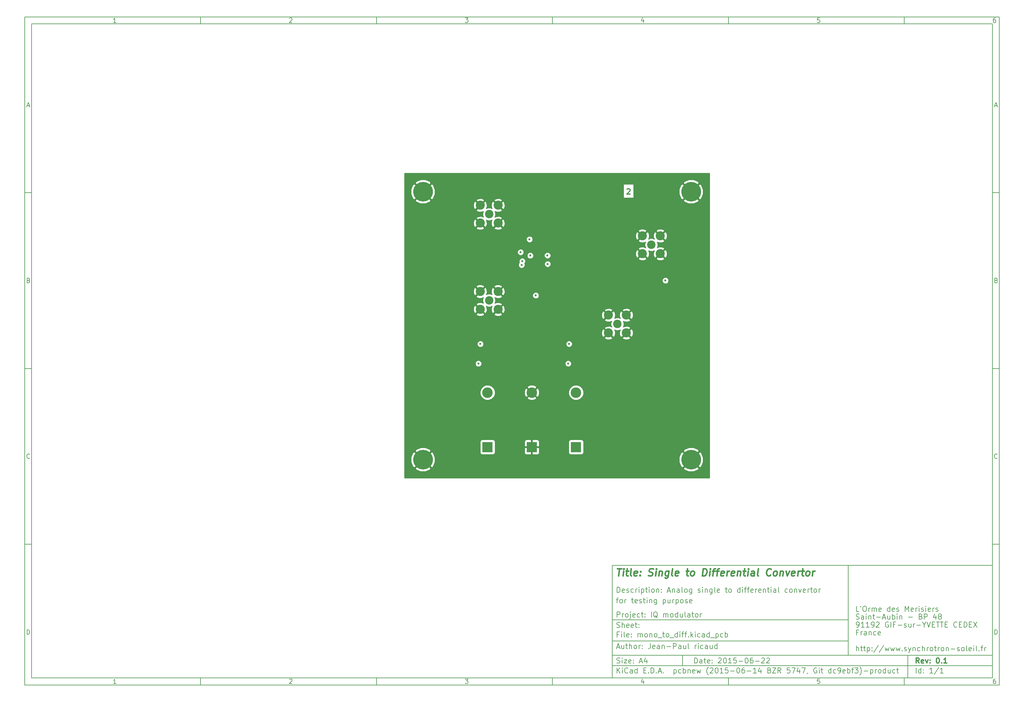
<source format=gbr>
G04 #@! TF.FileFunction,Copper,L2,Inr,Plane*
%FSLAX46Y46*%
G04 Gerber Fmt 4.6, Leading zero omitted, Abs format (unit mm)*
G04 Created by KiCad (PCBNEW (2015-06-14 BZR 5747, Git dc9ebf3)-product) date 24/06/2015 09:37:51*
%MOMM*%
G01*
G04 APERTURE LIST*
%ADD10C,0.100000*%
%ADD11C,0.150000*%
%ADD12C,0.300000*%
%ADD13C,0.400000*%
%ADD14R,2.999740X2.999740*%
%ADD15C,2.999740*%
%ADD16C,2.400000*%
%ADD17C,2.600000*%
%ADD18C,5.600700*%
%ADD19C,0.600000*%
%ADD20C,0.254000*%
G04 APERTURE END LIST*
D10*
D11*
X53812200Y-30117200D02*
X53812200Y-62117200D01*
X161812200Y-62117200D01*
X161812200Y-30117200D01*
X53812200Y-30117200D01*
D10*
D11*
X-113190000Y125890000D02*
X-113190000Y-64117200D01*
X163812200Y-64117200D01*
X163812200Y125890000D01*
X-113190000Y125890000D01*
D10*
D11*
X-111190000Y123890000D02*
X-111190000Y-62117200D01*
X161812200Y-62117200D01*
X161812200Y123890000D01*
X-111190000Y123890000D01*
D10*
D11*
X-63190000Y123890000D02*
X-63190000Y125890000D01*
D10*
D11*
X-13190000Y123890000D02*
X-13190000Y125890000D01*
D10*
D11*
X36810000Y123890000D02*
X36810000Y125890000D01*
D10*
D11*
X86810000Y123890000D02*
X86810000Y125890000D01*
D10*
D11*
X136810000Y123890000D02*
X136810000Y125890000D01*
D10*
D11*
X-87199524Y124301905D02*
X-87942381Y124301905D01*
X-87570952Y124301905D02*
X-87570952Y125601905D01*
X-87694762Y125416190D01*
X-87818571Y125292381D01*
X-87942381Y125230476D01*
D10*
D11*
X-37942381Y125478095D02*
X-37880476Y125540000D01*
X-37756667Y125601905D01*
X-37447143Y125601905D01*
X-37323333Y125540000D01*
X-37261429Y125478095D01*
X-37199524Y125354286D01*
X-37199524Y125230476D01*
X-37261429Y125044762D01*
X-38004286Y124301905D01*
X-37199524Y124301905D01*
D10*
D11*
X11995714Y125601905D02*
X12800476Y125601905D01*
X12367143Y125106667D01*
X12552857Y125106667D01*
X12676667Y125044762D01*
X12738571Y124982857D01*
X12800476Y124859048D01*
X12800476Y124549524D01*
X12738571Y124425714D01*
X12676667Y124363810D01*
X12552857Y124301905D01*
X12181429Y124301905D01*
X12057619Y124363810D01*
X11995714Y124425714D01*
D10*
D11*
X62676667Y125168571D02*
X62676667Y124301905D01*
X62367143Y125663810D02*
X62057619Y124735238D01*
X62862381Y124735238D01*
D10*
D11*
X112738571Y125601905D02*
X112119524Y125601905D01*
X112057619Y124982857D01*
X112119524Y125044762D01*
X112243333Y125106667D01*
X112552857Y125106667D01*
X112676667Y125044762D01*
X112738571Y124982857D01*
X112800476Y124859048D01*
X112800476Y124549524D01*
X112738571Y124425714D01*
X112676667Y124363810D01*
X112552857Y124301905D01*
X112243333Y124301905D01*
X112119524Y124363810D01*
X112057619Y124425714D01*
D10*
D11*
X162676667Y125601905D02*
X162429048Y125601905D01*
X162305238Y125540000D01*
X162243333Y125478095D01*
X162119524Y125292381D01*
X162057619Y125044762D01*
X162057619Y124549524D01*
X162119524Y124425714D01*
X162181429Y124363810D01*
X162305238Y124301905D01*
X162552857Y124301905D01*
X162676667Y124363810D01*
X162738571Y124425714D01*
X162800476Y124549524D01*
X162800476Y124859048D01*
X162738571Y124982857D01*
X162676667Y125044762D01*
X162552857Y125106667D01*
X162305238Y125106667D01*
X162181429Y125044762D01*
X162119524Y124982857D01*
X162057619Y124859048D01*
D10*
D11*
X-63190000Y-62117200D02*
X-63190000Y-64117200D01*
D10*
D11*
X-13190000Y-62117200D02*
X-13190000Y-64117200D01*
D10*
D11*
X36810000Y-62117200D02*
X36810000Y-64117200D01*
D10*
D11*
X86810000Y-62117200D02*
X86810000Y-64117200D01*
D10*
D11*
X136810000Y-62117200D02*
X136810000Y-64117200D01*
D10*
D11*
X-87199524Y-63705295D02*
X-87942381Y-63705295D01*
X-87570952Y-63705295D02*
X-87570952Y-62405295D01*
X-87694762Y-62591010D01*
X-87818571Y-62714819D01*
X-87942381Y-62776724D01*
D10*
D11*
X-37942381Y-62529105D02*
X-37880476Y-62467200D01*
X-37756667Y-62405295D01*
X-37447143Y-62405295D01*
X-37323333Y-62467200D01*
X-37261429Y-62529105D01*
X-37199524Y-62652914D01*
X-37199524Y-62776724D01*
X-37261429Y-62962438D01*
X-38004286Y-63705295D01*
X-37199524Y-63705295D01*
D10*
D11*
X11995714Y-62405295D02*
X12800476Y-62405295D01*
X12367143Y-62900533D01*
X12552857Y-62900533D01*
X12676667Y-62962438D01*
X12738571Y-63024343D01*
X12800476Y-63148152D01*
X12800476Y-63457676D01*
X12738571Y-63581486D01*
X12676667Y-63643390D01*
X12552857Y-63705295D01*
X12181429Y-63705295D01*
X12057619Y-63643390D01*
X11995714Y-63581486D01*
D10*
D11*
X62676667Y-62838629D02*
X62676667Y-63705295D01*
X62367143Y-62343390D02*
X62057619Y-63271962D01*
X62862381Y-63271962D01*
D10*
D11*
X112738571Y-62405295D02*
X112119524Y-62405295D01*
X112057619Y-63024343D01*
X112119524Y-62962438D01*
X112243333Y-62900533D01*
X112552857Y-62900533D01*
X112676667Y-62962438D01*
X112738571Y-63024343D01*
X112800476Y-63148152D01*
X112800476Y-63457676D01*
X112738571Y-63581486D01*
X112676667Y-63643390D01*
X112552857Y-63705295D01*
X112243333Y-63705295D01*
X112119524Y-63643390D01*
X112057619Y-63581486D01*
D10*
D11*
X162676667Y-62405295D02*
X162429048Y-62405295D01*
X162305238Y-62467200D01*
X162243333Y-62529105D01*
X162119524Y-62714819D01*
X162057619Y-62962438D01*
X162057619Y-63457676D01*
X162119524Y-63581486D01*
X162181429Y-63643390D01*
X162305238Y-63705295D01*
X162552857Y-63705295D01*
X162676667Y-63643390D01*
X162738571Y-63581486D01*
X162800476Y-63457676D01*
X162800476Y-63148152D01*
X162738571Y-63024343D01*
X162676667Y-62962438D01*
X162552857Y-62900533D01*
X162305238Y-62900533D01*
X162181429Y-62962438D01*
X162119524Y-63024343D01*
X162057619Y-63148152D01*
D10*
D11*
X-113190000Y75890000D02*
X-111190000Y75890000D01*
D10*
D11*
X-113190000Y25890000D02*
X-111190000Y25890000D01*
D10*
D11*
X-113190000Y-24110000D02*
X-111190000Y-24110000D01*
D10*
D11*
X-112499524Y100673333D02*
X-111880476Y100673333D01*
X-112623333Y100301905D02*
X-112190000Y101601905D01*
X-111756667Y100301905D01*
D10*
D11*
X-112097143Y50982857D02*
X-111911429Y50920952D01*
X-111849524Y50859048D01*
X-111787619Y50735238D01*
X-111787619Y50549524D01*
X-111849524Y50425714D01*
X-111911429Y50363810D01*
X-112035238Y50301905D01*
X-112530476Y50301905D01*
X-112530476Y51601905D01*
X-112097143Y51601905D01*
X-111973333Y51540000D01*
X-111911429Y51478095D01*
X-111849524Y51354286D01*
X-111849524Y51230476D01*
X-111911429Y51106667D01*
X-111973333Y51044762D01*
X-112097143Y50982857D01*
X-112530476Y50982857D01*
D10*
D11*
X-111787619Y425714D02*
X-111849524Y363810D01*
X-112035238Y301905D01*
X-112159048Y301905D01*
X-112344762Y363810D01*
X-112468571Y487619D01*
X-112530476Y611429D01*
X-112592381Y859048D01*
X-112592381Y1044762D01*
X-112530476Y1292381D01*
X-112468571Y1416190D01*
X-112344762Y1540000D01*
X-112159048Y1601905D01*
X-112035238Y1601905D01*
X-111849524Y1540000D01*
X-111787619Y1478095D01*
D10*
D11*
X-112530476Y-49698095D02*
X-112530476Y-48398095D01*
X-112220952Y-48398095D01*
X-112035238Y-48460000D01*
X-111911429Y-48583810D01*
X-111849524Y-48707619D01*
X-111787619Y-48955238D01*
X-111787619Y-49140952D01*
X-111849524Y-49388571D01*
X-111911429Y-49512381D01*
X-112035238Y-49636190D01*
X-112220952Y-49698095D01*
X-112530476Y-49698095D01*
D10*
D11*
X163812200Y75890000D02*
X161812200Y75890000D01*
D10*
D11*
X163812200Y25890000D02*
X161812200Y25890000D01*
D10*
D11*
X163812200Y-24110000D02*
X161812200Y-24110000D01*
D10*
D11*
X162502676Y100673333D02*
X163121724Y100673333D01*
X162378867Y100301905D02*
X162812200Y101601905D01*
X163245533Y100301905D01*
D10*
D11*
X162905057Y50982857D02*
X163090771Y50920952D01*
X163152676Y50859048D01*
X163214581Y50735238D01*
X163214581Y50549524D01*
X163152676Y50425714D01*
X163090771Y50363810D01*
X162966962Y50301905D01*
X162471724Y50301905D01*
X162471724Y51601905D01*
X162905057Y51601905D01*
X163028867Y51540000D01*
X163090771Y51478095D01*
X163152676Y51354286D01*
X163152676Y51230476D01*
X163090771Y51106667D01*
X163028867Y51044762D01*
X162905057Y50982857D01*
X162471724Y50982857D01*
D10*
D11*
X163214581Y425714D02*
X163152676Y363810D01*
X162966962Y301905D01*
X162843152Y301905D01*
X162657438Y363810D01*
X162533629Y487619D01*
X162471724Y611429D01*
X162409819Y859048D01*
X162409819Y1044762D01*
X162471724Y1292381D01*
X162533629Y1416190D01*
X162657438Y1540000D01*
X162843152Y1601905D01*
X162966962Y1601905D01*
X163152676Y1540000D01*
X163214581Y1478095D01*
D10*
D11*
X162471724Y-49698095D02*
X162471724Y-48398095D01*
X162781248Y-48398095D01*
X162966962Y-48460000D01*
X163090771Y-48583810D01*
X163152676Y-48707619D01*
X163214581Y-48955238D01*
X163214581Y-49140952D01*
X163152676Y-49388571D01*
X163090771Y-49512381D01*
X162966962Y-49636190D01*
X162781248Y-49698095D01*
X162471724Y-49698095D01*
D10*
D11*
X77169343Y-57895771D02*
X77169343Y-56395771D01*
X77526486Y-56395771D01*
X77740771Y-56467200D01*
X77883629Y-56610057D01*
X77955057Y-56752914D01*
X78026486Y-57038629D01*
X78026486Y-57252914D01*
X77955057Y-57538629D01*
X77883629Y-57681486D01*
X77740771Y-57824343D01*
X77526486Y-57895771D01*
X77169343Y-57895771D01*
X79312200Y-57895771D02*
X79312200Y-57110057D01*
X79240771Y-56967200D01*
X79097914Y-56895771D01*
X78812200Y-56895771D01*
X78669343Y-56967200D01*
X79312200Y-57824343D02*
X79169343Y-57895771D01*
X78812200Y-57895771D01*
X78669343Y-57824343D01*
X78597914Y-57681486D01*
X78597914Y-57538629D01*
X78669343Y-57395771D01*
X78812200Y-57324343D01*
X79169343Y-57324343D01*
X79312200Y-57252914D01*
X79812200Y-56895771D02*
X80383629Y-56895771D01*
X80026486Y-56395771D02*
X80026486Y-57681486D01*
X80097914Y-57824343D01*
X80240772Y-57895771D01*
X80383629Y-57895771D01*
X81455057Y-57824343D02*
X81312200Y-57895771D01*
X81026486Y-57895771D01*
X80883629Y-57824343D01*
X80812200Y-57681486D01*
X80812200Y-57110057D01*
X80883629Y-56967200D01*
X81026486Y-56895771D01*
X81312200Y-56895771D01*
X81455057Y-56967200D01*
X81526486Y-57110057D01*
X81526486Y-57252914D01*
X80812200Y-57395771D01*
X82169343Y-57752914D02*
X82240771Y-57824343D01*
X82169343Y-57895771D01*
X82097914Y-57824343D01*
X82169343Y-57752914D01*
X82169343Y-57895771D01*
X82169343Y-56967200D02*
X82240771Y-57038629D01*
X82169343Y-57110057D01*
X82097914Y-57038629D01*
X82169343Y-56967200D01*
X82169343Y-57110057D01*
X83955057Y-56538629D02*
X84026486Y-56467200D01*
X84169343Y-56395771D01*
X84526486Y-56395771D01*
X84669343Y-56467200D01*
X84740772Y-56538629D01*
X84812200Y-56681486D01*
X84812200Y-56824343D01*
X84740772Y-57038629D01*
X83883629Y-57895771D01*
X84812200Y-57895771D01*
X85740771Y-56395771D02*
X85883628Y-56395771D01*
X86026485Y-56467200D01*
X86097914Y-56538629D01*
X86169343Y-56681486D01*
X86240771Y-56967200D01*
X86240771Y-57324343D01*
X86169343Y-57610057D01*
X86097914Y-57752914D01*
X86026485Y-57824343D01*
X85883628Y-57895771D01*
X85740771Y-57895771D01*
X85597914Y-57824343D01*
X85526485Y-57752914D01*
X85455057Y-57610057D01*
X85383628Y-57324343D01*
X85383628Y-56967200D01*
X85455057Y-56681486D01*
X85526485Y-56538629D01*
X85597914Y-56467200D01*
X85740771Y-56395771D01*
X87669342Y-57895771D02*
X86812199Y-57895771D01*
X87240771Y-57895771D02*
X87240771Y-56395771D01*
X87097914Y-56610057D01*
X86955056Y-56752914D01*
X86812199Y-56824343D01*
X89026485Y-56395771D02*
X88312199Y-56395771D01*
X88240770Y-57110057D01*
X88312199Y-57038629D01*
X88455056Y-56967200D01*
X88812199Y-56967200D01*
X88955056Y-57038629D01*
X89026485Y-57110057D01*
X89097913Y-57252914D01*
X89097913Y-57610057D01*
X89026485Y-57752914D01*
X88955056Y-57824343D01*
X88812199Y-57895771D01*
X88455056Y-57895771D01*
X88312199Y-57824343D01*
X88240770Y-57752914D01*
X89740770Y-57324343D02*
X90883627Y-57324343D01*
X91883627Y-56395771D02*
X92026484Y-56395771D01*
X92169341Y-56467200D01*
X92240770Y-56538629D01*
X92312199Y-56681486D01*
X92383627Y-56967200D01*
X92383627Y-57324343D01*
X92312199Y-57610057D01*
X92240770Y-57752914D01*
X92169341Y-57824343D01*
X92026484Y-57895771D01*
X91883627Y-57895771D01*
X91740770Y-57824343D01*
X91669341Y-57752914D01*
X91597913Y-57610057D01*
X91526484Y-57324343D01*
X91526484Y-56967200D01*
X91597913Y-56681486D01*
X91669341Y-56538629D01*
X91740770Y-56467200D01*
X91883627Y-56395771D01*
X93669341Y-56395771D02*
X93383627Y-56395771D01*
X93240770Y-56467200D01*
X93169341Y-56538629D01*
X93026484Y-56752914D01*
X92955055Y-57038629D01*
X92955055Y-57610057D01*
X93026484Y-57752914D01*
X93097912Y-57824343D01*
X93240770Y-57895771D01*
X93526484Y-57895771D01*
X93669341Y-57824343D01*
X93740770Y-57752914D01*
X93812198Y-57610057D01*
X93812198Y-57252914D01*
X93740770Y-57110057D01*
X93669341Y-57038629D01*
X93526484Y-56967200D01*
X93240770Y-56967200D01*
X93097912Y-57038629D01*
X93026484Y-57110057D01*
X92955055Y-57252914D01*
X94455055Y-57324343D02*
X95597912Y-57324343D01*
X96240769Y-56538629D02*
X96312198Y-56467200D01*
X96455055Y-56395771D01*
X96812198Y-56395771D01*
X96955055Y-56467200D01*
X97026484Y-56538629D01*
X97097912Y-56681486D01*
X97097912Y-56824343D01*
X97026484Y-57038629D01*
X96169341Y-57895771D01*
X97097912Y-57895771D01*
X97669340Y-56538629D02*
X97740769Y-56467200D01*
X97883626Y-56395771D01*
X98240769Y-56395771D01*
X98383626Y-56467200D01*
X98455055Y-56538629D01*
X98526483Y-56681486D01*
X98526483Y-56824343D01*
X98455055Y-57038629D01*
X97597912Y-57895771D01*
X98526483Y-57895771D01*
D10*
D11*
X53812200Y-58617200D02*
X161812200Y-58617200D01*
D10*
D11*
X55169343Y-60695771D02*
X55169343Y-59195771D01*
X56026486Y-60695771D02*
X55383629Y-59838629D01*
X56026486Y-59195771D02*
X55169343Y-60052914D01*
X56669343Y-60695771D02*
X56669343Y-59695771D01*
X56669343Y-59195771D02*
X56597914Y-59267200D01*
X56669343Y-59338629D01*
X56740771Y-59267200D01*
X56669343Y-59195771D01*
X56669343Y-59338629D01*
X58240772Y-60552914D02*
X58169343Y-60624343D01*
X57955057Y-60695771D01*
X57812200Y-60695771D01*
X57597915Y-60624343D01*
X57455057Y-60481486D01*
X57383629Y-60338629D01*
X57312200Y-60052914D01*
X57312200Y-59838629D01*
X57383629Y-59552914D01*
X57455057Y-59410057D01*
X57597915Y-59267200D01*
X57812200Y-59195771D01*
X57955057Y-59195771D01*
X58169343Y-59267200D01*
X58240772Y-59338629D01*
X59526486Y-60695771D02*
X59526486Y-59910057D01*
X59455057Y-59767200D01*
X59312200Y-59695771D01*
X59026486Y-59695771D01*
X58883629Y-59767200D01*
X59526486Y-60624343D02*
X59383629Y-60695771D01*
X59026486Y-60695771D01*
X58883629Y-60624343D01*
X58812200Y-60481486D01*
X58812200Y-60338629D01*
X58883629Y-60195771D01*
X59026486Y-60124343D01*
X59383629Y-60124343D01*
X59526486Y-60052914D01*
X60883629Y-60695771D02*
X60883629Y-59195771D01*
X60883629Y-60624343D02*
X60740772Y-60695771D01*
X60455058Y-60695771D01*
X60312200Y-60624343D01*
X60240772Y-60552914D01*
X60169343Y-60410057D01*
X60169343Y-59981486D01*
X60240772Y-59838629D01*
X60312200Y-59767200D01*
X60455058Y-59695771D01*
X60740772Y-59695771D01*
X60883629Y-59767200D01*
X62740772Y-59910057D02*
X63240772Y-59910057D01*
X63455058Y-60695771D02*
X62740772Y-60695771D01*
X62740772Y-59195771D01*
X63455058Y-59195771D01*
X64097915Y-60552914D02*
X64169343Y-60624343D01*
X64097915Y-60695771D01*
X64026486Y-60624343D01*
X64097915Y-60552914D01*
X64097915Y-60695771D01*
X64812201Y-60695771D02*
X64812201Y-59195771D01*
X65169344Y-59195771D01*
X65383629Y-59267200D01*
X65526487Y-59410057D01*
X65597915Y-59552914D01*
X65669344Y-59838629D01*
X65669344Y-60052914D01*
X65597915Y-60338629D01*
X65526487Y-60481486D01*
X65383629Y-60624343D01*
X65169344Y-60695771D01*
X64812201Y-60695771D01*
X66312201Y-60552914D02*
X66383629Y-60624343D01*
X66312201Y-60695771D01*
X66240772Y-60624343D01*
X66312201Y-60552914D01*
X66312201Y-60695771D01*
X66955058Y-60267200D02*
X67669344Y-60267200D01*
X66812201Y-60695771D02*
X67312201Y-59195771D01*
X67812201Y-60695771D01*
X68312201Y-60552914D02*
X68383629Y-60624343D01*
X68312201Y-60695771D01*
X68240772Y-60624343D01*
X68312201Y-60552914D01*
X68312201Y-60695771D01*
X71312201Y-59695771D02*
X71312201Y-61195771D01*
X71312201Y-59767200D02*
X71455058Y-59695771D01*
X71740772Y-59695771D01*
X71883629Y-59767200D01*
X71955058Y-59838629D01*
X72026487Y-59981486D01*
X72026487Y-60410057D01*
X71955058Y-60552914D01*
X71883629Y-60624343D01*
X71740772Y-60695771D01*
X71455058Y-60695771D01*
X71312201Y-60624343D01*
X73312201Y-60624343D02*
X73169344Y-60695771D01*
X72883630Y-60695771D01*
X72740772Y-60624343D01*
X72669344Y-60552914D01*
X72597915Y-60410057D01*
X72597915Y-59981486D01*
X72669344Y-59838629D01*
X72740772Y-59767200D01*
X72883630Y-59695771D01*
X73169344Y-59695771D01*
X73312201Y-59767200D01*
X73955058Y-60695771D02*
X73955058Y-59195771D01*
X73955058Y-59767200D02*
X74097915Y-59695771D01*
X74383629Y-59695771D01*
X74526486Y-59767200D01*
X74597915Y-59838629D01*
X74669344Y-59981486D01*
X74669344Y-60410057D01*
X74597915Y-60552914D01*
X74526486Y-60624343D01*
X74383629Y-60695771D01*
X74097915Y-60695771D01*
X73955058Y-60624343D01*
X75312201Y-59695771D02*
X75312201Y-60695771D01*
X75312201Y-59838629D02*
X75383629Y-59767200D01*
X75526487Y-59695771D01*
X75740772Y-59695771D01*
X75883629Y-59767200D01*
X75955058Y-59910057D01*
X75955058Y-60695771D01*
X77240772Y-60624343D02*
X77097915Y-60695771D01*
X76812201Y-60695771D01*
X76669344Y-60624343D01*
X76597915Y-60481486D01*
X76597915Y-59910057D01*
X76669344Y-59767200D01*
X76812201Y-59695771D01*
X77097915Y-59695771D01*
X77240772Y-59767200D01*
X77312201Y-59910057D01*
X77312201Y-60052914D01*
X76597915Y-60195771D01*
X77812201Y-59695771D02*
X78097915Y-60695771D01*
X78383629Y-59981486D01*
X78669344Y-60695771D01*
X78955058Y-59695771D01*
X81097915Y-61267200D02*
X81026487Y-61195771D01*
X80883630Y-60981486D01*
X80812201Y-60838629D01*
X80740772Y-60624343D01*
X80669344Y-60267200D01*
X80669344Y-59981486D01*
X80740772Y-59624343D01*
X80812201Y-59410057D01*
X80883630Y-59267200D01*
X81026487Y-59052914D01*
X81097915Y-58981486D01*
X81597915Y-59338629D02*
X81669344Y-59267200D01*
X81812201Y-59195771D01*
X82169344Y-59195771D01*
X82312201Y-59267200D01*
X82383630Y-59338629D01*
X82455058Y-59481486D01*
X82455058Y-59624343D01*
X82383630Y-59838629D01*
X81526487Y-60695771D01*
X82455058Y-60695771D01*
X83383629Y-59195771D02*
X83526486Y-59195771D01*
X83669343Y-59267200D01*
X83740772Y-59338629D01*
X83812201Y-59481486D01*
X83883629Y-59767200D01*
X83883629Y-60124343D01*
X83812201Y-60410057D01*
X83740772Y-60552914D01*
X83669343Y-60624343D01*
X83526486Y-60695771D01*
X83383629Y-60695771D01*
X83240772Y-60624343D01*
X83169343Y-60552914D01*
X83097915Y-60410057D01*
X83026486Y-60124343D01*
X83026486Y-59767200D01*
X83097915Y-59481486D01*
X83169343Y-59338629D01*
X83240772Y-59267200D01*
X83383629Y-59195771D01*
X85312200Y-60695771D02*
X84455057Y-60695771D01*
X84883629Y-60695771D02*
X84883629Y-59195771D01*
X84740772Y-59410057D01*
X84597914Y-59552914D01*
X84455057Y-59624343D01*
X86669343Y-59195771D02*
X85955057Y-59195771D01*
X85883628Y-59910057D01*
X85955057Y-59838629D01*
X86097914Y-59767200D01*
X86455057Y-59767200D01*
X86597914Y-59838629D01*
X86669343Y-59910057D01*
X86740771Y-60052914D01*
X86740771Y-60410057D01*
X86669343Y-60552914D01*
X86597914Y-60624343D01*
X86455057Y-60695771D01*
X86097914Y-60695771D01*
X85955057Y-60624343D01*
X85883628Y-60552914D01*
X87383628Y-60124343D02*
X88526485Y-60124343D01*
X89526485Y-59195771D02*
X89669342Y-59195771D01*
X89812199Y-59267200D01*
X89883628Y-59338629D01*
X89955057Y-59481486D01*
X90026485Y-59767200D01*
X90026485Y-60124343D01*
X89955057Y-60410057D01*
X89883628Y-60552914D01*
X89812199Y-60624343D01*
X89669342Y-60695771D01*
X89526485Y-60695771D01*
X89383628Y-60624343D01*
X89312199Y-60552914D01*
X89240771Y-60410057D01*
X89169342Y-60124343D01*
X89169342Y-59767200D01*
X89240771Y-59481486D01*
X89312199Y-59338629D01*
X89383628Y-59267200D01*
X89526485Y-59195771D01*
X91312199Y-59195771D02*
X91026485Y-59195771D01*
X90883628Y-59267200D01*
X90812199Y-59338629D01*
X90669342Y-59552914D01*
X90597913Y-59838629D01*
X90597913Y-60410057D01*
X90669342Y-60552914D01*
X90740770Y-60624343D01*
X90883628Y-60695771D01*
X91169342Y-60695771D01*
X91312199Y-60624343D01*
X91383628Y-60552914D01*
X91455056Y-60410057D01*
X91455056Y-60052914D01*
X91383628Y-59910057D01*
X91312199Y-59838629D01*
X91169342Y-59767200D01*
X90883628Y-59767200D01*
X90740770Y-59838629D01*
X90669342Y-59910057D01*
X90597913Y-60052914D01*
X92097913Y-60124343D02*
X93240770Y-60124343D01*
X94740770Y-60695771D02*
X93883627Y-60695771D01*
X94312199Y-60695771D02*
X94312199Y-59195771D01*
X94169342Y-59410057D01*
X94026484Y-59552914D01*
X93883627Y-59624343D01*
X96026484Y-59695771D02*
X96026484Y-60695771D01*
X95669341Y-59124343D02*
X95312198Y-60195771D01*
X96240770Y-60195771D01*
X98455055Y-59910057D02*
X98669341Y-59981486D01*
X98740769Y-60052914D01*
X98812198Y-60195771D01*
X98812198Y-60410057D01*
X98740769Y-60552914D01*
X98669341Y-60624343D01*
X98526483Y-60695771D01*
X97955055Y-60695771D01*
X97955055Y-59195771D01*
X98455055Y-59195771D01*
X98597912Y-59267200D01*
X98669341Y-59338629D01*
X98740769Y-59481486D01*
X98740769Y-59624343D01*
X98669341Y-59767200D01*
X98597912Y-59838629D01*
X98455055Y-59910057D01*
X97955055Y-59910057D01*
X99312198Y-59195771D02*
X100312198Y-59195771D01*
X99312198Y-60695771D01*
X100312198Y-60695771D01*
X101740769Y-60695771D02*
X101240769Y-59981486D01*
X100883626Y-60695771D02*
X100883626Y-59195771D01*
X101455054Y-59195771D01*
X101597912Y-59267200D01*
X101669340Y-59338629D01*
X101740769Y-59481486D01*
X101740769Y-59695771D01*
X101669340Y-59838629D01*
X101597912Y-59910057D01*
X101455054Y-59981486D01*
X100883626Y-59981486D01*
X104240769Y-59195771D02*
X103526483Y-59195771D01*
X103455054Y-59910057D01*
X103526483Y-59838629D01*
X103669340Y-59767200D01*
X104026483Y-59767200D01*
X104169340Y-59838629D01*
X104240769Y-59910057D01*
X104312197Y-60052914D01*
X104312197Y-60410057D01*
X104240769Y-60552914D01*
X104169340Y-60624343D01*
X104026483Y-60695771D01*
X103669340Y-60695771D01*
X103526483Y-60624343D01*
X103455054Y-60552914D01*
X104812197Y-59195771D02*
X105812197Y-59195771D01*
X105169340Y-60695771D01*
X107026482Y-59695771D02*
X107026482Y-60695771D01*
X106669339Y-59124343D02*
X106312196Y-60195771D01*
X107240768Y-60195771D01*
X107669339Y-59195771D02*
X108669339Y-59195771D01*
X108026482Y-60695771D01*
X109312195Y-60624343D02*
X109312195Y-60695771D01*
X109240767Y-60838629D01*
X109169338Y-60910057D01*
X111883624Y-59267200D02*
X111740767Y-59195771D01*
X111526481Y-59195771D01*
X111312196Y-59267200D01*
X111169338Y-59410057D01*
X111097910Y-59552914D01*
X111026481Y-59838629D01*
X111026481Y-60052914D01*
X111097910Y-60338629D01*
X111169338Y-60481486D01*
X111312196Y-60624343D01*
X111526481Y-60695771D01*
X111669338Y-60695771D01*
X111883624Y-60624343D01*
X111955053Y-60552914D01*
X111955053Y-60052914D01*
X111669338Y-60052914D01*
X112597910Y-60695771D02*
X112597910Y-59695771D01*
X112597910Y-59195771D02*
X112526481Y-59267200D01*
X112597910Y-59338629D01*
X112669338Y-59267200D01*
X112597910Y-59195771D01*
X112597910Y-59338629D01*
X113097910Y-59695771D02*
X113669339Y-59695771D01*
X113312196Y-59195771D02*
X113312196Y-60481486D01*
X113383624Y-60624343D01*
X113526482Y-60695771D01*
X113669339Y-60695771D01*
X115955053Y-60695771D02*
X115955053Y-59195771D01*
X115955053Y-60624343D02*
X115812196Y-60695771D01*
X115526482Y-60695771D01*
X115383624Y-60624343D01*
X115312196Y-60552914D01*
X115240767Y-60410057D01*
X115240767Y-59981486D01*
X115312196Y-59838629D01*
X115383624Y-59767200D01*
X115526482Y-59695771D01*
X115812196Y-59695771D01*
X115955053Y-59767200D01*
X117312196Y-60624343D02*
X117169339Y-60695771D01*
X116883625Y-60695771D01*
X116740767Y-60624343D01*
X116669339Y-60552914D01*
X116597910Y-60410057D01*
X116597910Y-59981486D01*
X116669339Y-59838629D01*
X116740767Y-59767200D01*
X116883625Y-59695771D01*
X117169339Y-59695771D01*
X117312196Y-59767200D01*
X118026481Y-60695771D02*
X118312196Y-60695771D01*
X118455053Y-60624343D01*
X118526481Y-60552914D01*
X118669339Y-60338629D01*
X118740767Y-60052914D01*
X118740767Y-59481486D01*
X118669339Y-59338629D01*
X118597910Y-59267200D01*
X118455053Y-59195771D01*
X118169339Y-59195771D01*
X118026481Y-59267200D01*
X117955053Y-59338629D01*
X117883624Y-59481486D01*
X117883624Y-59838629D01*
X117955053Y-59981486D01*
X118026481Y-60052914D01*
X118169339Y-60124343D01*
X118455053Y-60124343D01*
X118597910Y-60052914D01*
X118669339Y-59981486D01*
X118740767Y-59838629D01*
X119955052Y-60624343D02*
X119812195Y-60695771D01*
X119526481Y-60695771D01*
X119383624Y-60624343D01*
X119312195Y-60481486D01*
X119312195Y-59910057D01*
X119383624Y-59767200D01*
X119526481Y-59695771D01*
X119812195Y-59695771D01*
X119955052Y-59767200D01*
X120026481Y-59910057D01*
X120026481Y-60052914D01*
X119312195Y-60195771D01*
X120669338Y-60695771D02*
X120669338Y-59195771D01*
X120669338Y-59767200D02*
X120812195Y-59695771D01*
X121097909Y-59695771D01*
X121240766Y-59767200D01*
X121312195Y-59838629D01*
X121383624Y-59981486D01*
X121383624Y-60410057D01*
X121312195Y-60552914D01*
X121240766Y-60624343D01*
X121097909Y-60695771D01*
X120812195Y-60695771D01*
X120669338Y-60624343D01*
X121812195Y-59695771D02*
X122383624Y-59695771D01*
X122026481Y-60695771D02*
X122026481Y-59410057D01*
X122097909Y-59267200D01*
X122240767Y-59195771D01*
X122383624Y-59195771D01*
X122740767Y-59195771D02*
X123669338Y-59195771D01*
X123169338Y-59767200D01*
X123383624Y-59767200D01*
X123526481Y-59838629D01*
X123597910Y-59910057D01*
X123669338Y-60052914D01*
X123669338Y-60410057D01*
X123597910Y-60552914D01*
X123526481Y-60624343D01*
X123383624Y-60695771D01*
X122955052Y-60695771D01*
X122812195Y-60624343D01*
X122740767Y-60552914D01*
X124169338Y-61267200D02*
X124240766Y-61195771D01*
X124383623Y-60981486D01*
X124455052Y-60838629D01*
X124526481Y-60624343D01*
X124597909Y-60267200D01*
X124597909Y-59981486D01*
X124526481Y-59624343D01*
X124455052Y-59410057D01*
X124383623Y-59267200D01*
X124240766Y-59052914D01*
X124169338Y-58981486D01*
X125312195Y-60124343D02*
X126455052Y-60124343D01*
X127169338Y-59695771D02*
X127169338Y-61195771D01*
X127169338Y-59767200D02*
X127312195Y-59695771D01*
X127597909Y-59695771D01*
X127740766Y-59767200D01*
X127812195Y-59838629D01*
X127883624Y-59981486D01*
X127883624Y-60410057D01*
X127812195Y-60552914D01*
X127740766Y-60624343D01*
X127597909Y-60695771D01*
X127312195Y-60695771D01*
X127169338Y-60624343D01*
X128526481Y-60695771D02*
X128526481Y-59695771D01*
X128526481Y-59981486D02*
X128597909Y-59838629D01*
X128669338Y-59767200D01*
X128812195Y-59695771D01*
X128955052Y-59695771D01*
X129669338Y-60695771D02*
X129526480Y-60624343D01*
X129455052Y-60552914D01*
X129383623Y-60410057D01*
X129383623Y-59981486D01*
X129455052Y-59838629D01*
X129526480Y-59767200D01*
X129669338Y-59695771D01*
X129883623Y-59695771D01*
X130026480Y-59767200D01*
X130097909Y-59838629D01*
X130169338Y-59981486D01*
X130169338Y-60410057D01*
X130097909Y-60552914D01*
X130026480Y-60624343D01*
X129883623Y-60695771D01*
X129669338Y-60695771D01*
X131455052Y-60695771D02*
X131455052Y-59195771D01*
X131455052Y-60624343D02*
X131312195Y-60695771D01*
X131026481Y-60695771D01*
X130883623Y-60624343D01*
X130812195Y-60552914D01*
X130740766Y-60410057D01*
X130740766Y-59981486D01*
X130812195Y-59838629D01*
X130883623Y-59767200D01*
X131026481Y-59695771D01*
X131312195Y-59695771D01*
X131455052Y-59767200D01*
X132812195Y-59695771D02*
X132812195Y-60695771D01*
X132169338Y-59695771D02*
X132169338Y-60481486D01*
X132240766Y-60624343D01*
X132383624Y-60695771D01*
X132597909Y-60695771D01*
X132740766Y-60624343D01*
X132812195Y-60552914D01*
X134169338Y-60624343D02*
X134026481Y-60695771D01*
X133740767Y-60695771D01*
X133597909Y-60624343D01*
X133526481Y-60552914D01*
X133455052Y-60410057D01*
X133455052Y-59981486D01*
X133526481Y-59838629D01*
X133597909Y-59767200D01*
X133740767Y-59695771D01*
X134026481Y-59695771D01*
X134169338Y-59767200D01*
X134597909Y-59695771D02*
X135169338Y-59695771D01*
X134812195Y-59195771D02*
X134812195Y-60481486D01*
X134883623Y-60624343D01*
X135026481Y-60695771D01*
X135169338Y-60695771D01*
D10*
D11*
X53812200Y-55617200D02*
X161812200Y-55617200D01*
D10*
D12*
X141026486Y-57895771D02*
X140526486Y-57181486D01*
X140169343Y-57895771D02*
X140169343Y-56395771D01*
X140740771Y-56395771D01*
X140883629Y-56467200D01*
X140955057Y-56538629D01*
X141026486Y-56681486D01*
X141026486Y-56895771D01*
X140955057Y-57038629D01*
X140883629Y-57110057D01*
X140740771Y-57181486D01*
X140169343Y-57181486D01*
X142240771Y-57824343D02*
X142097914Y-57895771D01*
X141812200Y-57895771D01*
X141669343Y-57824343D01*
X141597914Y-57681486D01*
X141597914Y-57110057D01*
X141669343Y-56967200D01*
X141812200Y-56895771D01*
X142097914Y-56895771D01*
X142240771Y-56967200D01*
X142312200Y-57110057D01*
X142312200Y-57252914D01*
X141597914Y-57395771D01*
X142812200Y-56895771D02*
X143169343Y-57895771D01*
X143526485Y-56895771D01*
X144097914Y-57752914D02*
X144169342Y-57824343D01*
X144097914Y-57895771D01*
X144026485Y-57824343D01*
X144097914Y-57752914D01*
X144097914Y-57895771D01*
X144097914Y-56967200D02*
X144169342Y-57038629D01*
X144097914Y-57110057D01*
X144026485Y-57038629D01*
X144097914Y-56967200D01*
X144097914Y-57110057D01*
X146240771Y-56395771D02*
X146383628Y-56395771D01*
X146526485Y-56467200D01*
X146597914Y-56538629D01*
X146669343Y-56681486D01*
X146740771Y-56967200D01*
X146740771Y-57324343D01*
X146669343Y-57610057D01*
X146597914Y-57752914D01*
X146526485Y-57824343D01*
X146383628Y-57895771D01*
X146240771Y-57895771D01*
X146097914Y-57824343D01*
X146026485Y-57752914D01*
X145955057Y-57610057D01*
X145883628Y-57324343D01*
X145883628Y-56967200D01*
X145955057Y-56681486D01*
X146026485Y-56538629D01*
X146097914Y-56467200D01*
X146240771Y-56395771D01*
X147383628Y-57752914D02*
X147455056Y-57824343D01*
X147383628Y-57895771D01*
X147312199Y-57824343D01*
X147383628Y-57752914D01*
X147383628Y-57895771D01*
X148883628Y-57895771D02*
X148026485Y-57895771D01*
X148455057Y-57895771D02*
X148455057Y-56395771D01*
X148312200Y-56610057D01*
X148169342Y-56752914D01*
X148026485Y-56824343D01*
D10*
D11*
X55097914Y-57824343D02*
X55312200Y-57895771D01*
X55669343Y-57895771D01*
X55812200Y-57824343D01*
X55883629Y-57752914D01*
X55955057Y-57610057D01*
X55955057Y-57467200D01*
X55883629Y-57324343D01*
X55812200Y-57252914D01*
X55669343Y-57181486D01*
X55383629Y-57110057D01*
X55240771Y-57038629D01*
X55169343Y-56967200D01*
X55097914Y-56824343D01*
X55097914Y-56681486D01*
X55169343Y-56538629D01*
X55240771Y-56467200D01*
X55383629Y-56395771D01*
X55740771Y-56395771D01*
X55955057Y-56467200D01*
X56597914Y-57895771D02*
X56597914Y-56895771D01*
X56597914Y-56395771D02*
X56526485Y-56467200D01*
X56597914Y-56538629D01*
X56669342Y-56467200D01*
X56597914Y-56395771D01*
X56597914Y-56538629D01*
X57169343Y-56895771D02*
X57955057Y-56895771D01*
X57169343Y-57895771D01*
X57955057Y-57895771D01*
X59097914Y-57824343D02*
X58955057Y-57895771D01*
X58669343Y-57895771D01*
X58526486Y-57824343D01*
X58455057Y-57681486D01*
X58455057Y-57110057D01*
X58526486Y-56967200D01*
X58669343Y-56895771D01*
X58955057Y-56895771D01*
X59097914Y-56967200D01*
X59169343Y-57110057D01*
X59169343Y-57252914D01*
X58455057Y-57395771D01*
X59812200Y-57752914D02*
X59883628Y-57824343D01*
X59812200Y-57895771D01*
X59740771Y-57824343D01*
X59812200Y-57752914D01*
X59812200Y-57895771D01*
X59812200Y-56967200D02*
X59883628Y-57038629D01*
X59812200Y-57110057D01*
X59740771Y-57038629D01*
X59812200Y-56967200D01*
X59812200Y-57110057D01*
X61597914Y-57467200D02*
X62312200Y-57467200D01*
X61455057Y-57895771D02*
X61955057Y-56395771D01*
X62455057Y-57895771D01*
X63597914Y-56895771D02*
X63597914Y-57895771D01*
X63240771Y-56324343D02*
X62883628Y-57395771D01*
X63812200Y-57395771D01*
D10*
D11*
X140169343Y-60695771D02*
X140169343Y-59195771D01*
X141526486Y-60695771D02*
X141526486Y-59195771D01*
X141526486Y-60624343D02*
X141383629Y-60695771D01*
X141097915Y-60695771D01*
X140955057Y-60624343D01*
X140883629Y-60552914D01*
X140812200Y-60410057D01*
X140812200Y-59981486D01*
X140883629Y-59838629D01*
X140955057Y-59767200D01*
X141097915Y-59695771D01*
X141383629Y-59695771D01*
X141526486Y-59767200D01*
X142240772Y-60552914D02*
X142312200Y-60624343D01*
X142240772Y-60695771D01*
X142169343Y-60624343D01*
X142240772Y-60552914D01*
X142240772Y-60695771D01*
X142240772Y-59767200D02*
X142312200Y-59838629D01*
X142240772Y-59910057D01*
X142169343Y-59838629D01*
X142240772Y-59767200D01*
X142240772Y-59910057D01*
X144883629Y-60695771D02*
X144026486Y-60695771D01*
X144455058Y-60695771D02*
X144455058Y-59195771D01*
X144312201Y-59410057D01*
X144169343Y-59552914D01*
X144026486Y-59624343D01*
X146597914Y-59124343D02*
X145312200Y-61052914D01*
X147883629Y-60695771D02*
X147026486Y-60695771D01*
X147455058Y-60695771D02*
X147455058Y-59195771D01*
X147312201Y-59410057D01*
X147169343Y-59552914D01*
X147026486Y-59624343D01*
D10*
D11*
X163812200Y-64117200D02*
X163812200Y-64117200D01*
D10*
D11*
X53812200Y-51617200D02*
X120812200Y-51617200D01*
D10*
D13*
X55264581Y-31021962D02*
X56407438Y-31021962D01*
X55586010Y-33021962D02*
X55836010Y-31021962D01*
X56824105Y-33021962D02*
X56990771Y-31688629D01*
X57074105Y-31021962D02*
X56966962Y-31117200D01*
X57050295Y-31212438D01*
X57157439Y-31117200D01*
X57074105Y-31021962D01*
X57050295Y-31212438D01*
X57657438Y-31688629D02*
X58419343Y-31688629D01*
X58026486Y-31021962D02*
X57812200Y-32736248D01*
X57883630Y-32926724D01*
X58062201Y-33021962D01*
X58252677Y-33021962D01*
X59205058Y-33021962D02*
X59026487Y-32926724D01*
X58955057Y-32736248D01*
X59169343Y-31021962D01*
X60740772Y-32926724D02*
X60538391Y-33021962D01*
X60157439Y-33021962D01*
X59978867Y-32926724D01*
X59907438Y-32736248D01*
X60002676Y-31974343D01*
X60121724Y-31783867D01*
X60324105Y-31688629D01*
X60705057Y-31688629D01*
X60883629Y-31783867D01*
X60955057Y-31974343D01*
X60931248Y-32164819D01*
X59955057Y-32355295D01*
X61705057Y-32831486D02*
X61788392Y-32926724D01*
X61681248Y-33021962D01*
X61597915Y-32926724D01*
X61705057Y-32831486D01*
X61681248Y-33021962D01*
X61836010Y-31783867D02*
X61919344Y-31879105D01*
X61812200Y-31974343D01*
X61728867Y-31879105D01*
X61836010Y-31783867D01*
X61812200Y-31974343D01*
X64074106Y-32926724D02*
X64347916Y-33021962D01*
X64824106Y-33021962D01*
X65026487Y-32926724D01*
X65133629Y-32831486D01*
X65252678Y-32641010D01*
X65276487Y-32450533D01*
X65205058Y-32260057D01*
X65121725Y-32164819D01*
X64943153Y-32069581D01*
X64574106Y-31974343D01*
X64395535Y-31879105D01*
X64312201Y-31783867D01*
X64240772Y-31593390D01*
X64264582Y-31402914D01*
X64383629Y-31212438D01*
X64490773Y-31117200D01*
X64693154Y-31021962D01*
X65169344Y-31021962D01*
X65443154Y-31117200D01*
X66062201Y-33021962D02*
X66228867Y-31688629D01*
X66312201Y-31021962D02*
X66205058Y-31117200D01*
X66288391Y-31212438D01*
X66395535Y-31117200D01*
X66312201Y-31021962D01*
X66288391Y-31212438D01*
X67181248Y-31688629D02*
X67014582Y-33021962D01*
X67157439Y-31879105D02*
X67264583Y-31783867D01*
X67466963Y-31688629D01*
X67752677Y-31688629D01*
X67931249Y-31783867D01*
X68002677Y-31974343D01*
X67871725Y-33021962D01*
X69847915Y-31688629D02*
X69645534Y-33307676D01*
X69526487Y-33498152D01*
X69419344Y-33593390D01*
X69216963Y-33688629D01*
X68931249Y-33688629D01*
X68752677Y-33593390D01*
X69693154Y-32926724D02*
X69490773Y-33021962D01*
X69109821Y-33021962D01*
X68931250Y-32926724D01*
X68847915Y-32831486D01*
X68776487Y-32641010D01*
X68847915Y-32069581D01*
X68966963Y-31879105D01*
X69074107Y-31783867D01*
X69276487Y-31688629D01*
X69657439Y-31688629D01*
X69836011Y-31783867D01*
X70919345Y-33021962D02*
X70740774Y-32926724D01*
X70669344Y-32736248D01*
X70883630Y-31021962D01*
X72455059Y-32926724D02*
X72252678Y-33021962D01*
X71871726Y-33021962D01*
X71693154Y-32926724D01*
X71621725Y-32736248D01*
X71716963Y-31974343D01*
X71836011Y-31783867D01*
X72038392Y-31688629D01*
X72419344Y-31688629D01*
X72597916Y-31783867D01*
X72669344Y-31974343D01*
X72645535Y-32164819D01*
X71669344Y-32355295D01*
X74800297Y-31688629D02*
X75562202Y-31688629D01*
X75169345Y-31021962D02*
X74955059Y-32736248D01*
X75026489Y-32926724D01*
X75205060Y-33021962D01*
X75395536Y-33021962D01*
X76347917Y-33021962D02*
X76169346Y-32926724D01*
X76086011Y-32831486D01*
X76014583Y-32641010D01*
X76086011Y-32069581D01*
X76205059Y-31879105D01*
X76312203Y-31783867D01*
X76514583Y-31688629D01*
X76800297Y-31688629D01*
X76978869Y-31783867D01*
X77062202Y-31879105D01*
X77133630Y-32069581D01*
X77062202Y-32641010D01*
X76943154Y-32831486D01*
X76836012Y-32926724D01*
X76633631Y-33021962D01*
X76347917Y-33021962D01*
X79395536Y-33021962D02*
X79645536Y-31021962D01*
X80121727Y-31021962D01*
X80395536Y-31117200D01*
X80562203Y-31307676D01*
X80633632Y-31498152D01*
X80681251Y-31879105D01*
X80645537Y-32164819D01*
X80502680Y-32545771D01*
X80383631Y-32736248D01*
X80169346Y-32926724D01*
X79871727Y-33021962D01*
X79395536Y-33021962D01*
X81395536Y-33021962D02*
X81562202Y-31688629D01*
X81645536Y-31021962D02*
X81538393Y-31117200D01*
X81621726Y-31212438D01*
X81728870Y-31117200D01*
X81645536Y-31021962D01*
X81621726Y-31212438D01*
X82228869Y-31688629D02*
X82990774Y-31688629D01*
X82347917Y-33021962D02*
X82562203Y-31307676D01*
X82681251Y-31117200D01*
X82883632Y-31021962D01*
X83074108Y-31021962D01*
X83371726Y-31688629D02*
X84133631Y-31688629D01*
X83490774Y-33021962D02*
X83705060Y-31307676D01*
X83824108Y-31117200D01*
X84026489Y-31021962D01*
X84216965Y-31021962D01*
X85407441Y-32926724D02*
X85205060Y-33021962D01*
X84824108Y-33021962D01*
X84645536Y-32926724D01*
X84574107Y-32736248D01*
X84669345Y-31974343D01*
X84788393Y-31783867D01*
X84990774Y-31688629D01*
X85371726Y-31688629D01*
X85550298Y-31783867D01*
X85621726Y-31974343D01*
X85597917Y-32164819D01*
X84621726Y-32355295D01*
X86347917Y-33021962D02*
X86514583Y-31688629D01*
X86466964Y-32069581D02*
X86586013Y-31879105D01*
X86693156Y-31783867D01*
X86895536Y-31688629D01*
X87086012Y-31688629D01*
X88359822Y-32926724D02*
X88157441Y-33021962D01*
X87776489Y-33021962D01*
X87597917Y-32926724D01*
X87526488Y-32736248D01*
X87621726Y-31974343D01*
X87740774Y-31783867D01*
X87943155Y-31688629D01*
X88324107Y-31688629D01*
X88502679Y-31783867D01*
X88574107Y-31974343D01*
X88550298Y-32164819D01*
X87574107Y-32355295D01*
X89466964Y-31688629D02*
X89300298Y-33021962D01*
X89443155Y-31879105D02*
X89550299Y-31783867D01*
X89752679Y-31688629D01*
X90038393Y-31688629D01*
X90216965Y-31783867D01*
X90288393Y-31974343D01*
X90157441Y-33021962D01*
X90990774Y-31688629D02*
X91752679Y-31688629D01*
X91359822Y-31021962D02*
X91145536Y-32736248D01*
X91216966Y-32926724D01*
X91395537Y-33021962D01*
X91586013Y-33021962D01*
X92252679Y-33021962D02*
X92419345Y-31688629D01*
X92502679Y-31021962D02*
X92395536Y-31117200D01*
X92478869Y-31212438D01*
X92586013Y-31117200D01*
X92502679Y-31021962D01*
X92478869Y-31212438D01*
X94062203Y-33021962D02*
X94193155Y-31974343D01*
X94121727Y-31783867D01*
X93943155Y-31688629D01*
X93562203Y-31688629D01*
X93359822Y-31783867D01*
X94074108Y-32926724D02*
X93871727Y-33021962D01*
X93395537Y-33021962D01*
X93216965Y-32926724D01*
X93145536Y-32736248D01*
X93169346Y-32545771D01*
X93288393Y-32355295D01*
X93490775Y-32260057D01*
X93966965Y-32260057D01*
X94169346Y-32164819D01*
X95300299Y-33021962D02*
X95121728Y-32926724D01*
X95050298Y-32736248D01*
X95264584Y-31021962D01*
X98752680Y-32831486D02*
X98645538Y-32926724D01*
X98347918Y-33021962D01*
X98157442Y-33021962D01*
X97883633Y-32926724D01*
X97716966Y-32736248D01*
X97645537Y-32545771D01*
X97597918Y-32164819D01*
X97633632Y-31879105D01*
X97776489Y-31498152D01*
X97895538Y-31307676D01*
X98109823Y-31117200D01*
X98407442Y-31021962D01*
X98597918Y-31021962D01*
X98871728Y-31117200D01*
X98955061Y-31212438D01*
X99871728Y-33021962D02*
X99693157Y-32926724D01*
X99609822Y-32831486D01*
X99538394Y-32641010D01*
X99609822Y-32069581D01*
X99728870Y-31879105D01*
X99836014Y-31783867D01*
X100038394Y-31688629D01*
X100324108Y-31688629D01*
X100502680Y-31783867D01*
X100586013Y-31879105D01*
X100657441Y-32069581D01*
X100586013Y-32641010D01*
X100466965Y-32831486D01*
X100359823Y-32926724D01*
X100157442Y-33021962D01*
X99871728Y-33021962D01*
X101562203Y-31688629D02*
X101395537Y-33021962D01*
X101538394Y-31879105D02*
X101645538Y-31783867D01*
X101847918Y-31688629D01*
X102133632Y-31688629D01*
X102312204Y-31783867D01*
X102383632Y-31974343D01*
X102252680Y-33021962D01*
X103181251Y-31688629D02*
X103490776Y-33021962D01*
X104133632Y-31688629D01*
X105502681Y-32926724D02*
X105300300Y-33021962D01*
X104919348Y-33021962D01*
X104740776Y-32926724D01*
X104669347Y-32736248D01*
X104764585Y-31974343D01*
X104883633Y-31783867D01*
X105086014Y-31688629D01*
X105466966Y-31688629D01*
X105645538Y-31783867D01*
X105716966Y-31974343D01*
X105693157Y-32164819D01*
X104716966Y-32355295D01*
X106443157Y-33021962D02*
X106609823Y-31688629D01*
X106562204Y-32069581D02*
X106681253Y-31879105D01*
X106788396Y-31783867D01*
X106990776Y-31688629D01*
X107181252Y-31688629D01*
X107562204Y-31688629D02*
X108324109Y-31688629D01*
X107931252Y-31021962D02*
X107716966Y-32736248D01*
X107788396Y-32926724D01*
X107966967Y-33021962D01*
X108157443Y-33021962D01*
X109109824Y-33021962D02*
X108931253Y-32926724D01*
X108847918Y-32831486D01*
X108776490Y-32641010D01*
X108847918Y-32069581D01*
X108966966Y-31879105D01*
X109074110Y-31783867D01*
X109276490Y-31688629D01*
X109562204Y-31688629D01*
X109740776Y-31783867D01*
X109824109Y-31879105D01*
X109895537Y-32069581D01*
X109824109Y-32641010D01*
X109705061Y-32831486D01*
X109597919Y-32926724D01*
X109395538Y-33021962D01*
X109109824Y-33021962D01*
X110633633Y-33021962D02*
X110800299Y-31688629D01*
X110752680Y-32069581D02*
X110871729Y-31879105D01*
X110978872Y-31783867D01*
X111181252Y-31688629D01*
X111371728Y-31688629D01*
D10*
D11*
X55669343Y-49710057D02*
X55169343Y-49710057D01*
X55169343Y-50495771D02*
X55169343Y-48995771D01*
X55883629Y-48995771D01*
X56455057Y-50495771D02*
X56455057Y-49495771D01*
X56455057Y-48995771D02*
X56383628Y-49067200D01*
X56455057Y-49138629D01*
X56526485Y-49067200D01*
X56455057Y-48995771D01*
X56455057Y-49138629D01*
X57383629Y-50495771D02*
X57240771Y-50424343D01*
X57169343Y-50281486D01*
X57169343Y-48995771D01*
X58526485Y-50424343D02*
X58383628Y-50495771D01*
X58097914Y-50495771D01*
X57955057Y-50424343D01*
X57883628Y-50281486D01*
X57883628Y-49710057D01*
X57955057Y-49567200D01*
X58097914Y-49495771D01*
X58383628Y-49495771D01*
X58526485Y-49567200D01*
X58597914Y-49710057D01*
X58597914Y-49852914D01*
X57883628Y-49995771D01*
X59240771Y-50352914D02*
X59312199Y-50424343D01*
X59240771Y-50495771D01*
X59169342Y-50424343D01*
X59240771Y-50352914D01*
X59240771Y-50495771D01*
X59240771Y-49567200D02*
X59312199Y-49638629D01*
X59240771Y-49710057D01*
X59169342Y-49638629D01*
X59240771Y-49567200D01*
X59240771Y-49710057D01*
X61097914Y-50495771D02*
X61097914Y-49495771D01*
X61097914Y-49638629D02*
X61169342Y-49567200D01*
X61312200Y-49495771D01*
X61526485Y-49495771D01*
X61669342Y-49567200D01*
X61740771Y-49710057D01*
X61740771Y-50495771D01*
X61740771Y-49710057D02*
X61812200Y-49567200D01*
X61955057Y-49495771D01*
X62169342Y-49495771D01*
X62312200Y-49567200D01*
X62383628Y-49710057D01*
X62383628Y-50495771D01*
X63312200Y-50495771D02*
X63169342Y-50424343D01*
X63097914Y-50352914D01*
X63026485Y-50210057D01*
X63026485Y-49781486D01*
X63097914Y-49638629D01*
X63169342Y-49567200D01*
X63312200Y-49495771D01*
X63526485Y-49495771D01*
X63669342Y-49567200D01*
X63740771Y-49638629D01*
X63812200Y-49781486D01*
X63812200Y-50210057D01*
X63740771Y-50352914D01*
X63669342Y-50424343D01*
X63526485Y-50495771D01*
X63312200Y-50495771D01*
X64455057Y-49495771D02*
X64455057Y-50495771D01*
X64455057Y-49638629D02*
X64526485Y-49567200D01*
X64669343Y-49495771D01*
X64883628Y-49495771D01*
X65026485Y-49567200D01*
X65097914Y-49710057D01*
X65097914Y-50495771D01*
X66026486Y-50495771D02*
X65883628Y-50424343D01*
X65812200Y-50352914D01*
X65740771Y-50210057D01*
X65740771Y-49781486D01*
X65812200Y-49638629D01*
X65883628Y-49567200D01*
X66026486Y-49495771D01*
X66240771Y-49495771D01*
X66383628Y-49567200D01*
X66455057Y-49638629D01*
X66526486Y-49781486D01*
X66526486Y-50210057D01*
X66455057Y-50352914D01*
X66383628Y-50424343D01*
X66240771Y-50495771D01*
X66026486Y-50495771D01*
X66812200Y-50638629D02*
X67955057Y-50638629D01*
X68097914Y-49495771D02*
X68669343Y-49495771D01*
X68312200Y-48995771D02*
X68312200Y-50281486D01*
X68383628Y-50424343D01*
X68526486Y-50495771D01*
X68669343Y-50495771D01*
X69383629Y-50495771D02*
X69240771Y-50424343D01*
X69169343Y-50352914D01*
X69097914Y-50210057D01*
X69097914Y-49781486D01*
X69169343Y-49638629D01*
X69240771Y-49567200D01*
X69383629Y-49495771D01*
X69597914Y-49495771D01*
X69740771Y-49567200D01*
X69812200Y-49638629D01*
X69883629Y-49781486D01*
X69883629Y-50210057D01*
X69812200Y-50352914D01*
X69740771Y-50424343D01*
X69597914Y-50495771D01*
X69383629Y-50495771D01*
X70169343Y-50638629D02*
X71312200Y-50638629D01*
X72312200Y-50495771D02*
X72312200Y-48995771D01*
X72312200Y-50424343D02*
X72169343Y-50495771D01*
X71883629Y-50495771D01*
X71740771Y-50424343D01*
X71669343Y-50352914D01*
X71597914Y-50210057D01*
X71597914Y-49781486D01*
X71669343Y-49638629D01*
X71740771Y-49567200D01*
X71883629Y-49495771D01*
X72169343Y-49495771D01*
X72312200Y-49567200D01*
X73026486Y-50495771D02*
X73026486Y-49495771D01*
X73026486Y-48995771D02*
X72955057Y-49067200D01*
X73026486Y-49138629D01*
X73097914Y-49067200D01*
X73026486Y-48995771D01*
X73026486Y-49138629D01*
X73526486Y-49495771D02*
X74097915Y-49495771D01*
X73740772Y-50495771D02*
X73740772Y-49210057D01*
X73812200Y-49067200D01*
X73955058Y-48995771D01*
X74097915Y-48995771D01*
X74383629Y-49495771D02*
X74955058Y-49495771D01*
X74597915Y-50495771D02*
X74597915Y-49210057D01*
X74669343Y-49067200D01*
X74812201Y-48995771D01*
X74955058Y-48995771D01*
X75455058Y-50352914D02*
X75526486Y-50424343D01*
X75455058Y-50495771D01*
X75383629Y-50424343D01*
X75455058Y-50352914D01*
X75455058Y-50495771D01*
X76169344Y-50495771D02*
X76169344Y-48995771D01*
X76312201Y-49924343D02*
X76740772Y-50495771D01*
X76740772Y-49495771D02*
X76169344Y-50067200D01*
X77383630Y-50495771D02*
X77383630Y-49495771D01*
X77383630Y-48995771D02*
X77312201Y-49067200D01*
X77383630Y-49138629D01*
X77455058Y-49067200D01*
X77383630Y-48995771D01*
X77383630Y-49138629D01*
X78740773Y-50424343D02*
X78597916Y-50495771D01*
X78312202Y-50495771D01*
X78169344Y-50424343D01*
X78097916Y-50352914D01*
X78026487Y-50210057D01*
X78026487Y-49781486D01*
X78097916Y-49638629D01*
X78169344Y-49567200D01*
X78312202Y-49495771D01*
X78597916Y-49495771D01*
X78740773Y-49567200D01*
X80026487Y-50495771D02*
X80026487Y-49710057D01*
X79955058Y-49567200D01*
X79812201Y-49495771D01*
X79526487Y-49495771D01*
X79383630Y-49567200D01*
X80026487Y-50424343D02*
X79883630Y-50495771D01*
X79526487Y-50495771D01*
X79383630Y-50424343D01*
X79312201Y-50281486D01*
X79312201Y-50138629D01*
X79383630Y-49995771D01*
X79526487Y-49924343D01*
X79883630Y-49924343D01*
X80026487Y-49852914D01*
X81383630Y-50495771D02*
X81383630Y-48995771D01*
X81383630Y-50424343D02*
X81240773Y-50495771D01*
X80955059Y-50495771D01*
X80812201Y-50424343D01*
X80740773Y-50352914D01*
X80669344Y-50210057D01*
X80669344Y-49781486D01*
X80740773Y-49638629D01*
X80812201Y-49567200D01*
X80955059Y-49495771D01*
X81240773Y-49495771D01*
X81383630Y-49567200D01*
X81740773Y-50638629D02*
X82883630Y-50638629D01*
X83240773Y-49495771D02*
X83240773Y-50995771D01*
X83240773Y-49567200D02*
X83383630Y-49495771D01*
X83669344Y-49495771D01*
X83812201Y-49567200D01*
X83883630Y-49638629D01*
X83955059Y-49781486D01*
X83955059Y-50210057D01*
X83883630Y-50352914D01*
X83812201Y-50424343D01*
X83669344Y-50495771D01*
X83383630Y-50495771D01*
X83240773Y-50424343D01*
X85240773Y-50424343D02*
X85097916Y-50495771D01*
X84812202Y-50495771D01*
X84669344Y-50424343D01*
X84597916Y-50352914D01*
X84526487Y-50210057D01*
X84526487Y-49781486D01*
X84597916Y-49638629D01*
X84669344Y-49567200D01*
X84812202Y-49495771D01*
X85097916Y-49495771D01*
X85240773Y-49567200D01*
X85883630Y-50495771D02*
X85883630Y-48995771D01*
X85883630Y-49567200D02*
X86026487Y-49495771D01*
X86312201Y-49495771D01*
X86455058Y-49567200D01*
X86526487Y-49638629D01*
X86597916Y-49781486D01*
X86597916Y-50210057D01*
X86526487Y-50352914D01*
X86455058Y-50424343D01*
X86312201Y-50495771D01*
X86026487Y-50495771D01*
X85883630Y-50424343D01*
D10*
D11*
X53812200Y-45617200D02*
X120812200Y-45617200D01*
D10*
D11*
X55097914Y-47724343D02*
X55312200Y-47795771D01*
X55669343Y-47795771D01*
X55812200Y-47724343D01*
X55883629Y-47652914D01*
X55955057Y-47510057D01*
X55955057Y-47367200D01*
X55883629Y-47224343D01*
X55812200Y-47152914D01*
X55669343Y-47081486D01*
X55383629Y-47010057D01*
X55240771Y-46938629D01*
X55169343Y-46867200D01*
X55097914Y-46724343D01*
X55097914Y-46581486D01*
X55169343Y-46438629D01*
X55240771Y-46367200D01*
X55383629Y-46295771D01*
X55740771Y-46295771D01*
X55955057Y-46367200D01*
X56597914Y-47795771D02*
X56597914Y-46295771D01*
X57240771Y-47795771D02*
X57240771Y-47010057D01*
X57169342Y-46867200D01*
X57026485Y-46795771D01*
X56812200Y-46795771D01*
X56669342Y-46867200D01*
X56597914Y-46938629D01*
X58526485Y-47724343D02*
X58383628Y-47795771D01*
X58097914Y-47795771D01*
X57955057Y-47724343D01*
X57883628Y-47581486D01*
X57883628Y-47010057D01*
X57955057Y-46867200D01*
X58097914Y-46795771D01*
X58383628Y-46795771D01*
X58526485Y-46867200D01*
X58597914Y-47010057D01*
X58597914Y-47152914D01*
X57883628Y-47295771D01*
X59812199Y-47724343D02*
X59669342Y-47795771D01*
X59383628Y-47795771D01*
X59240771Y-47724343D01*
X59169342Y-47581486D01*
X59169342Y-47010057D01*
X59240771Y-46867200D01*
X59383628Y-46795771D01*
X59669342Y-46795771D01*
X59812199Y-46867200D01*
X59883628Y-47010057D01*
X59883628Y-47152914D01*
X59169342Y-47295771D01*
X60312199Y-46795771D02*
X60883628Y-46795771D01*
X60526485Y-46295771D02*
X60526485Y-47581486D01*
X60597913Y-47724343D01*
X60740771Y-47795771D01*
X60883628Y-47795771D01*
X61383628Y-47652914D02*
X61455056Y-47724343D01*
X61383628Y-47795771D01*
X61312199Y-47724343D01*
X61383628Y-47652914D01*
X61383628Y-47795771D01*
X61383628Y-46867200D02*
X61455056Y-46938629D01*
X61383628Y-47010057D01*
X61312199Y-46938629D01*
X61383628Y-46867200D01*
X61383628Y-47010057D01*
D10*
D11*
X55169343Y-37795571D02*
X55169343Y-36295571D01*
X55526486Y-36295571D01*
X55740771Y-36367000D01*
X55883629Y-36509857D01*
X55955057Y-36652714D01*
X56026486Y-36938429D01*
X56026486Y-37152714D01*
X55955057Y-37438429D01*
X55883629Y-37581286D01*
X55740771Y-37724143D01*
X55526486Y-37795571D01*
X55169343Y-37795571D01*
X57240771Y-37724143D02*
X57097914Y-37795571D01*
X56812200Y-37795571D01*
X56669343Y-37724143D01*
X56597914Y-37581286D01*
X56597914Y-37009857D01*
X56669343Y-36867000D01*
X56812200Y-36795571D01*
X57097914Y-36795571D01*
X57240771Y-36867000D01*
X57312200Y-37009857D01*
X57312200Y-37152714D01*
X56597914Y-37295571D01*
X57883628Y-37724143D02*
X58026485Y-37795571D01*
X58312200Y-37795571D01*
X58455057Y-37724143D01*
X58526485Y-37581286D01*
X58526485Y-37509857D01*
X58455057Y-37367000D01*
X58312200Y-37295571D01*
X58097914Y-37295571D01*
X57955057Y-37224143D01*
X57883628Y-37081286D01*
X57883628Y-37009857D01*
X57955057Y-36867000D01*
X58097914Y-36795571D01*
X58312200Y-36795571D01*
X58455057Y-36867000D01*
X59812200Y-37724143D02*
X59669343Y-37795571D01*
X59383629Y-37795571D01*
X59240771Y-37724143D01*
X59169343Y-37652714D01*
X59097914Y-37509857D01*
X59097914Y-37081286D01*
X59169343Y-36938429D01*
X59240771Y-36867000D01*
X59383629Y-36795571D01*
X59669343Y-36795571D01*
X59812200Y-36867000D01*
X60455057Y-37795571D02*
X60455057Y-36795571D01*
X60455057Y-37081286D02*
X60526485Y-36938429D01*
X60597914Y-36867000D01*
X60740771Y-36795571D01*
X60883628Y-36795571D01*
X61383628Y-37795571D02*
X61383628Y-36795571D01*
X61383628Y-36295571D02*
X61312199Y-36367000D01*
X61383628Y-36438429D01*
X61455056Y-36367000D01*
X61383628Y-36295571D01*
X61383628Y-36438429D01*
X62097914Y-36795571D02*
X62097914Y-38295571D01*
X62097914Y-36867000D02*
X62240771Y-36795571D01*
X62526485Y-36795571D01*
X62669342Y-36867000D01*
X62740771Y-36938429D01*
X62812200Y-37081286D01*
X62812200Y-37509857D01*
X62740771Y-37652714D01*
X62669342Y-37724143D01*
X62526485Y-37795571D01*
X62240771Y-37795571D01*
X62097914Y-37724143D01*
X63240771Y-36795571D02*
X63812200Y-36795571D01*
X63455057Y-36295571D02*
X63455057Y-37581286D01*
X63526485Y-37724143D01*
X63669343Y-37795571D01*
X63812200Y-37795571D01*
X64312200Y-37795571D02*
X64312200Y-36795571D01*
X64312200Y-36295571D02*
X64240771Y-36367000D01*
X64312200Y-36438429D01*
X64383628Y-36367000D01*
X64312200Y-36295571D01*
X64312200Y-36438429D01*
X65240772Y-37795571D02*
X65097914Y-37724143D01*
X65026486Y-37652714D01*
X64955057Y-37509857D01*
X64955057Y-37081286D01*
X65026486Y-36938429D01*
X65097914Y-36867000D01*
X65240772Y-36795571D01*
X65455057Y-36795571D01*
X65597914Y-36867000D01*
X65669343Y-36938429D01*
X65740772Y-37081286D01*
X65740772Y-37509857D01*
X65669343Y-37652714D01*
X65597914Y-37724143D01*
X65455057Y-37795571D01*
X65240772Y-37795571D01*
X66383629Y-36795571D02*
X66383629Y-37795571D01*
X66383629Y-36938429D02*
X66455057Y-36867000D01*
X66597915Y-36795571D01*
X66812200Y-36795571D01*
X66955057Y-36867000D01*
X67026486Y-37009857D01*
X67026486Y-37795571D01*
X67740772Y-37652714D02*
X67812200Y-37724143D01*
X67740772Y-37795571D01*
X67669343Y-37724143D01*
X67740772Y-37652714D01*
X67740772Y-37795571D01*
X67740772Y-36867000D02*
X67812200Y-36938429D01*
X67740772Y-37009857D01*
X67669343Y-36938429D01*
X67740772Y-36867000D01*
X67740772Y-37009857D01*
X69526486Y-37367000D02*
X70240772Y-37367000D01*
X69383629Y-37795571D02*
X69883629Y-36295571D01*
X70383629Y-37795571D01*
X70883629Y-36795571D02*
X70883629Y-37795571D01*
X70883629Y-36938429D02*
X70955057Y-36867000D01*
X71097915Y-36795571D01*
X71312200Y-36795571D01*
X71455057Y-36867000D01*
X71526486Y-37009857D01*
X71526486Y-37795571D01*
X72883629Y-37795571D02*
X72883629Y-37009857D01*
X72812200Y-36867000D01*
X72669343Y-36795571D01*
X72383629Y-36795571D01*
X72240772Y-36867000D01*
X72883629Y-37724143D02*
X72740772Y-37795571D01*
X72383629Y-37795571D01*
X72240772Y-37724143D01*
X72169343Y-37581286D01*
X72169343Y-37438429D01*
X72240772Y-37295571D01*
X72383629Y-37224143D01*
X72740772Y-37224143D01*
X72883629Y-37152714D01*
X73812201Y-37795571D02*
X73669343Y-37724143D01*
X73597915Y-37581286D01*
X73597915Y-36295571D01*
X74597915Y-37795571D02*
X74455057Y-37724143D01*
X74383629Y-37652714D01*
X74312200Y-37509857D01*
X74312200Y-37081286D01*
X74383629Y-36938429D01*
X74455057Y-36867000D01*
X74597915Y-36795571D01*
X74812200Y-36795571D01*
X74955057Y-36867000D01*
X75026486Y-36938429D01*
X75097915Y-37081286D01*
X75097915Y-37509857D01*
X75026486Y-37652714D01*
X74955057Y-37724143D01*
X74812200Y-37795571D01*
X74597915Y-37795571D01*
X76383629Y-36795571D02*
X76383629Y-38009857D01*
X76312200Y-38152714D01*
X76240772Y-38224143D01*
X76097915Y-38295571D01*
X75883629Y-38295571D01*
X75740772Y-38224143D01*
X76383629Y-37724143D02*
X76240772Y-37795571D01*
X75955058Y-37795571D01*
X75812200Y-37724143D01*
X75740772Y-37652714D01*
X75669343Y-37509857D01*
X75669343Y-37081286D01*
X75740772Y-36938429D01*
X75812200Y-36867000D01*
X75955058Y-36795571D01*
X76240772Y-36795571D01*
X76383629Y-36867000D01*
X78169343Y-37724143D02*
X78312200Y-37795571D01*
X78597915Y-37795571D01*
X78740772Y-37724143D01*
X78812200Y-37581286D01*
X78812200Y-37509857D01*
X78740772Y-37367000D01*
X78597915Y-37295571D01*
X78383629Y-37295571D01*
X78240772Y-37224143D01*
X78169343Y-37081286D01*
X78169343Y-37009857D01*
X78240772Y-36867000D01*
X78383629Y-36795571D01*
X78597915Y-36795571D01*
X78740772Y-36867000D01*
X79455058Y-37795571D02*
X79455058Y-36795571D01*
X79455058Y-36295571D02*
X79383629Y-36367000D01*
X79455058Y-36438429D01*
X79526486Y-36367000D01*
X79455058Y-36295571D01*
X79455058Y-36438429D01*
X80169344Y-36795571D02*
X80169344Y-37795571D01*
X80169344Y-36938429D02*
X80240772Y-36867000D01*
X80383630Y-36795571D01*
X80597915Y-36795571D01*
X80740772Y-36867000D01*
X80812201Y-37009857D01*
X80812201Y-37795571D01*
X82169344Y-36795571D02*
X82169344Y-38009857D01*
X82097915Y-38152714D01*
X82026487Y-38224143D01*
X81883630Y-38295571D01*
X81669344Y-38295571D01*
X81526487Y-38224143D01*
X82169344Y-37724143D02*
X82026487Y-37795571D01*
X81740773Y-37795571D01*
X81597915Y-37724143D01*
X81526487Y-37652714D01*
X81455058Y-37509857D01*
X81455058Y-37081286D01*
X81526487Y-36938429D01*
X81597915Y-36867000D01*
X81740773Y-36795571D01*
X82026487Y-36795571D01*
X82169344Y-36867000D01*
X83097916Y-37795571D02*
X82955058Y-37724143D01*
X82883630Y-37581286D01*
X82883630Y-36295571D01*
X84240772Y-37724143D02*
X84097915Y-37795571D01*
X83812201Y-37795571D01*
X83669344Y-37724143D01*
X83597915Y-37581286D01*
X83597915Y-37009857D01*
X83669344Y-36867000D01*
X83812201Y-36795571D01*
X84097915Y-36795571D01*
X84240772Y-36867000D01*
X84312201Y-37009857D01*
X84312201Y-37152714D01*
X83597915Y-37295571D01*
X85883629Y-36795571D02*
X86455058Y-36795571D01*
X86097915Y-36295571D02*
X86097915Y-37581286D01*
X86169343Y-37724143D01*
X86312201Y-37795571D01*
X86455058Y-37795571D01*
X87169344Y-37795571D02*
X87026486Y-37724143D01*
X86955058Y-37652714D01*
X86883629Y-37509857D01*
X86883629Y-37081286D01*
X86955058Y-36938429D01*
X87026486Y-36867000D01*
X87169344Y-36795571D01*
X87383629Y-36795571D01*
X87526486Y-36867000D01*
X87597915Y-36938429D01*
X87669344Y-37081286D01*
X87669344Y-37509857D01*
X87597915Y-37652714D01*
X87526486Y-37724143D01*
X87383629Y-37795571D01*
X87169344Y-37795571D01*
X90097915Y-37795571D02*
X90097915Y-36295571D01*
X90097915Y-37724143D02*
X89955058Y-37795571D01*
X89669344Y-37795571D01*
X89526486Y-37724143D01*
X89455058Y-37652714D01*
X89383629Y-37509857D01*
X89383629Y-37081286D01*
X89455058Y-36938429D01*
X89526486Y-36867000D01*
X89669344Y-36795571D01*
X89955058Y-36795571D01*
X90097915Y-36867000D01*
X90812201Y-37795571D02*
X90812201Y-36795571D01*
X90812201Y-36295571D02*
X90740772Y-36367000D01*
X90812201Y-36438429D01*
X90883629Y-36367000D01*
X90812201Y-36295571D01*
X90812201Y-36438429D01*
X91312201Y-36795571D02*
X91883630Y-36795571D01*
X91526487Y-37795571D02*
X91526487Y-36509857D01*
X91597915Y-36367000D01*
X91740773Y-36295571D01*
X91883630Y-36295571D01*
X92169344Y-36795571D02*
X92740773Y-36795571D01*
X92383630Y-37795571D02*
X92383630Y-36509857D01*
X92455058Y-36367000D01*
X92597916Y-36295571D01*
X92740773Y-36295571D01*
X93812201Y-37724143D02*
X93669344Y-37795571D01*
X93383630Y-37795571D01*
X93240773Y-37724143D01*
X93169344Y-37581286D01*
X93169344Y-37009857D01*
X93240773Y-36867000D01*
X93383630Y-36795571D01*
X93669344Y-36795571D01*
X93812201Y-36867000D01*
X93883630Y-37009857D01*
X93883630Y-37152714D01*
X93169344Y-37295571D01*
X94526487Y-37795571D02*
X94526487Y-36795571D01*
X94526487Y-37081286D02*
X94597915Y-36938429D01*
X94669344Y-36867000D01*
X94812201Y-36795571D01*
X94955058Y-36795571D01*
X96026486Y-37724143D02*
X95883629Y-37795571D01*
X95597915Y-37795571D01*
X95455058Y-37724143D01*
X95383629Y-37581286D01*
X95383629Y-37009857D01*
X95455058Y-36867000D01*
X95597915Y-36795571D01*
X95883629Y-36795571D01*
X96026486Y-36867000D01*
X96097915Y-37009857D01*
X96097915Y-37152714D01*
X95383629Y-37295571D01*
X96740772Y-36795571D02*
X96740772Y-37795571D01*
X96740772Y-36938429D02*
X96812200Y-36867000D01*
X96955058Y-36795571D01*
X97169343Y-36795571D01*
X97312200Y-36867000D01*
X97383629Y-37009857D01*
X97383629Y-37795571D01*
X97883629Y-36795571D02*
X98455058Y-36795571D01*
X98097915Y-36295571D02*
X98097915Y-37581286D01*
X98169343Y-37724143D01*
X98312201Y-37795571D01*
X98455058Y-37795571D01*
X98955058Y-37795571D02*
X98955058Y-36795571D01*
X98955058Y-36295571D02*
X98883629Y-36367000D01*
X98955058Y-36438429D01*
X99026486Y-36367000D01*
X98955058Y-36295571D01*
X98955058Y-36438429D01*
X100312201Y-37795571D02*
X100312201Y-37009857D01*
X100240772Y-36867000D01*
X100097915Y-36795571D01*
X99812201Y-36795571D01*
X99669344Y-36867000D01*
X100312201Y-37724143D02*
X100169344Y-37795571D01*
X99812201Y-37795571D01*
X99669344Y-37724143D01*
X99597915Y-37581286D01*
X99597915Y-37438429D01*
X99669344Y-37295571D01*
X99812201Y-37224143D01*
X100169344Y-37224143D01*
X100312201Y-37152714D01*
X101240773Y-37795571D02*
X101097915Y-37724143D01*
X101026487Y-37581286D01*
X101026487Y-36295571D01*
X103597915Y-37724143D02*
X103455058Y-37795571D01*
X103169344Y-37795571D01*
X103026486Y-37724143D01*
X102955058Y-37652714D01*
X102883629Y-37509857D01*
X102883629Y-37081286D01*
X102955058Y-36938429D01*
X103026486Y-36867000D01*
X103169344Y-36795571D01*
X103455058Y-36795571D01*
X103597915Y-36867000D01*
X104455058Y-37795571D02*
X104312200Y-37724143D01*
X104240772Y-37652714D01*
X104169343Y-37509857D01*
X104169343Y-37081286D01*
X104240772Y-36938429D01*
X104312200Y-36867000D01*
X104455058Y-36795571D01*
X104669343Y-36795571D01*
X104812200Y-36867000D01*
X104883629Y-36938429D01*
X104955058Y-37081286D01*
X104955058Y-37509857D01*
X104883629Y-37652714D01*
X104812200Y-37724143D01*
X104669343Y-37795571D01*
X104455058Y-37795571D01*
X105597915Y-36795571D02*
X105597915Y-37795571D01*
X105597915Y-36938429D02*
X105669343Y-36867000D01*
X105812201Y-36795571D01*
X106026486Y-36795571D01*
X106169343Y-36867000D01*
X106240772Y-37009857D01*
X106240772Y-37795571D01*
X106812201Y-36795571D02*
X107169344Y-37795571D01*
X107526486Y-36795571D01*
X108669343Y-37724143D02*
X108526486Y-37795571D01*
X108240772Y-37795571D01*
X108097915Y-37724143D01*
X108026486Y-37581286D01*
X108026486Y-37009857D01*
X108097915Y-36867000D01*
X108240772Y-36795571D01*
X108526486Y-36795571D01*
X108669343Y-36867000D01*
X108740772Y-37009857D01*
X108740772Y-37152714D01*
X108026486Y-37295571D01*
X109383629Y-37795571D02*
X109383629Y-36795571D01*
X109383629Y-37081286D02*
X109455057Y-36938429D01*
X109526486Y-36867000D01*
X109669343Y-36795571D01*
X109812200Y-36795571D01*
X110097914Y-36795571D02*
X110669343Y-36795571D01*
X110312200Y-36295571D02*
X110312200Y-37581286D01*
X110383628Y-37724143D01*
X110526486Y-37795571D01*
X110669343Y-37795571D01*
X111383629Y-37795571D02*
X111240771Y-37724143D01*
X111169343Y-37652714D01*
X111097914Y-37509857D01*
X111097914Y-37081286D01*
X111169343Y-36938429D01*
X111240771Y-36867000D01*
X111383629Y-36795571D01*
X111597914Y-36795571D01*
X111740771Y-36867000D01*
X111812200Y-36938429D01*
X111883629Y-37081286D01*
X111883629Y-37509857D01*
X111812200Y-37652714D01*
X111740771Y-37724143D01*
X111597914Y-37795571D01*
X111383629Y-37795571D01*
X112526486Y-37795571D02*
X112526486Y-36795571D01*
X112526486Y-37081286D02*
X112597914Y-36938429D01*
X112669343Y-36867000D01*
X112812200Y-36795571D01*
X112955057Y-36795571D01*
D10*
D11*
X55169343Y-44795771D02*
X55169343Y-43295771D01*
X55740771Y-43295771D01*
X55883629Y-43367200D01*
X55955057Y-43438629D01*
X56026486Y-43581486D01*
X56026486Y-43795771D01*
X55955057Y-43938629D01*
X55883629Y-44010057D01*
X55740771Y-44081486D01*
X55169343Y-44081486D01*
X56669343Y-44795771D02*
X56669343Y-43795771D01*
X56669343Y-44081486D02*
X56740771Y-43938629D01*
X56812200Y-43867200D01*
X56955057Y-43795771D01*
X57097914Y-43795771D01*
X57812200Y-44795771D02*
X57669342Y-44724343D01*
X57597914Y-44652914D01*
X57526485Y-44510057D01*
X57526485Y-44081486D01*
X57597914Y-43938629D01*
X57669342Y-43867200D01*
X57812200Y-43795771D01*
X58026485Y-43795771D01*
X58169342Y-43867200D01*
X58240771Y-43938629D01*
X58312200Y-44081486D01*
X58312200Y-44510057D01*
X58240771Y-44652914D01*
X58169342Y-44724343D01*
X58026485Y-44795771D01*
X57812200Y-44795771D01*
X58955057Y-43795771D02*
X58955057Y-45081486D01*
X58883628Y-45224343D01*
X58740771Y-45295771D01*
X58669343Y-45295771D01*
X58955057Y-43295771D02*
X58883628Y-43367200D01*
X58955057Y-43438629D01*
X59026485Y-43367200D01*
X58955057Y-43295771D01*
X58955057Y-43438629D01*
X60240771Y-44724343D02*
X60097914Y-44795771D01*
X59812200Y-44795771D01*
X59669343Y-44724343D01*
X59597914Y-44581486D01*
X59597914Y-44010057D01*
X59669343Y-43867200D01*
X59812200Y-43795771D01*
X60097914Y-43795771D01*
X60240771Y-43867200D01*
X60312200Y-44010057D01*
X60312200Y-44152914D01*
X59597914Y-44295771D01*
X61597914Y-44724343D02*
X61455057Y-44795771D01*
X61169343Y-44795771D01*
X61026485Y-44724343D01*
X60955057Y-44652914D01*
X60883628Y-44510057D01*
X60883628Y-44081486D01*
X60955057Y-43938629D01*
X61026485Y-43867200D01*
X61169343Y-43795771D01*
X61455057Y-43795771D01*
X61597914Y-43867200D01*
X62026485Y-43795771D02*
X62597914Y-43795771D01*
X62240771Y-43295771D02*
X62240771Y-44581486D01*
X62312199Y-44724343D01*
X62455057Y-44795771D01*
X62597914Y-44795771D01*
X63097914Y-44652914D02*
X63169342Y-44724343D01*
X63097914Y-44795771D01*
X63026485Y-44724343D01*
X63097914Y-44652914D01*
X63097914Y-44795771D01*
X63097914Y-43867200D02*
X63169342Y-43938629D01*
X63097914Y-44010057D01*
X63026485Y-43938629D01*
X63097914Y-43867200D01*
X63097914Y-44010057D01*
X64955057Y-44795771D02*
X64955057Y-43295771D01*
X66669343Y-44938629D02*
X66526486Y-44867200D01*
X66383629Y-44724343D01*
X66169343Y-44510057D01*
X66026486Y-44438629D01*
X65883629Y-44438629D01*
X65955057Y-44795771D02*
X65812200Y-44724343D01*
X65669343Y-44581486D01*
X65597914Y-44295771D01*
X65597914Y-43795771D01*
X65669343Y-43510057D01*
X65812200Y-43367200D01*
X65955057Y-43295771D01*
X66240771Y-43295771D01*
X66383629Y-43367200D01*
X66526486Y-43510057D01*
X66597914Y-43795771D01*
X66597914Y-44295771D01*
X66526486Y-44581486D01*
X66383629Y-44724343D01*
X66240771Y-44795771D01*
X65955057Y-44795771D01*
X68383629Y-44795771D02*
X68383629Y-43795771D01*
X68383629Y-43938629D02*
X68455057Y-43867200D01*
X68597915Y-43795771D01*
X68812200Y-43795771D01*
X68955057Y-43867200D01*
X69026486Y-44010057D01*
X69026486Y-44795771D01*
X69026486Y-44010057D02*
X69097915Y-43867200D01*
X69240772Y-43795771D01*
X69455057Y-43795771D01*
X69597915Y-43867200D01*
X69669343Y-44010057D01*
X69669343Y-44795771D01*
X70597915Y-44795771D02*
X70455057Y-44724343D01*
X70383629Y-44652914D01*
X70312200Y-44510057D01*
X70312200Y-44081486D01*
X70383629Y-43938629D01*
X70455057Y-43867200D01*
X70597915Y-43795771D01*
X70812200Y-43795771D01*
X70955057Y-43867200D01*
X71026486Y-43938629D01*
X71097915Y-44081486D01*
X71097915Y-44510057D01*
X71026486Y-44652914D01*
X70955057Y-44724343D01*
X70812200Y-44795771D01*
X70597915Y-44795771D01*
X72383629Y-44795771D02*
X72383629Y-43295771D01*
X72383629Y-44724343D02*
X72240772Y-44795771D01*
X71955058Y-44795771D01*
X71812200Y-44724343D01*
X71740772Y-44652914D01*
X71669343Y-44510057D01*
X71669343Y-44081486D01*
X71740772Y-43938629D01*
X71812200Y-43867200D01*
X71955058Y-43795771D01*
X72240772Y-43795771D01*
X72383629Y-43867200D01*
X73740772Y-43795771D02*
X73740772Y-44795771D01*
X73097915Y-43795771D02*
X73097915Y-44581486D01*
X73169343Y-44724343D01*
X73312201Y-44795771D01*
X73526486Y-44795771D01*
X73669343Y-44724343D01*
X73740772Y-44652914D01*
X74669344Y-44795771D02*
X74526486Y-44724343D01*
X74455058Y-44581486D01*
X74455058Y-43295771D01*
X75883629Y-44795771D02*
X75883629Y-44010057D01*
X75812200Y-43867200D01*
X75669343Y-43795771D01*
X75383629Y-43795771D01*
X75240772Y-43867200D01*
X75883629Y-44724343D02*
X75740772Y-44795771D01*
X75383629Y-44795771D01*
X75240772Y-44724343D01*
X75169343Y-44581486D01*
X75169343Y-44438629D01*
X75240772Y-44295771D01*
X75383629Y-44224343D01*
X75740772Y-44224343D01*
X75883629Y-44152914D01*
X76383629Y-43795771D02*
X76955058Y-43795771D01*
X76597915Y-43295771D02*
X76597915Y-44581486D01*
X76669343Y-44724343D01*
X76812201Y-44795771D01*
X76955058Y-44795771D01*
X77669344Y-44795771D02*
X77526486Y-44724343D01*
X77455058Y-44652914D01*
X77383629Y-44510057D01*
X77383629Y-44081486D01*
X77455058Y-43938629D01*
X77526486Y-43867200D01*
X77669344Y-43795771D01*
X77883629Y-43795771D01*
X78026486Y-43867200D01*
X78097915Y-43938629D01*
X78169344Y-44081486D01*
X78169344Y-44510057D01*
X78097915Y-44652914D01*
X78026486Y-44724343D01*
X77883629Y-44795771D01*
X77669344Y-44795771D01*
X78812201Y-44795771D02*
X78812201Y-43795771D01*
X78812201Y-44081486D02*
X78883629Y-43938629D01*
X78955058Y-43867200D01*
X79097915Y-43795771D01*
X79240772Y-43795771D01*
D10*
D11*
X55097914Y-53367200D02*
X55812200Y-53367200D01*
X54955057Y-53795771D02*
X55455057Y-52295771D01*
X55955057Y-53795771D01*
X57097914Y-52795771D02*
X57097914Y-53795771D01*
X56455057Y-52795771D02*
X56455057Y-53581486D01*
X56526485Y-53724343D01*
X56669343Y-53795771D01*
X56883628Y-53795771D01*
X57026485Y-53724343D01*
X57097914Y-53652914D01*
X57597914Y-52795771D02*
X58169343Y-52795771D01*
X57812200Y-52295771D02*
X57812200Y-53581486D01*
X57883628Y-53724343D01*
X58026486Y-53795771D01*
X58169343Y-53795771D01*
X58669343Y-53795771D02*
X58669343Y-52295771D01*
X59312200Y-53795771D02*
X59312200Y-53010057D01*
X59240771Y-52867200D01*
X59097914Y-52795771D01*
X58883629Y-52795771D01*
X58740771Y-52867200D01*
X58669343Y-52938629D01*
X60240772Y-53795771D02*
X60097914Y-53724343D01*
X60026486Y-53652914D01*
X59955057Y-53510057D01*
X59955057Y-53081486D01*
X60026486Y-52938629D01*
X60097914Y-52867200D01*
X60240772Y-52795771D01*
X60455057Y-52795771D01*
X60597914Y-52867200D01*
X60669343Y-52938629D01*
X60740772Y-53081486D01*
X60740772Y-53510057D01*
X60669343Y-53652914D01*
X60597914Y-53724343D01*
X60455057Y-53795771D01*
X60240772Y-53795771D01*
X61383629Y-53795771D02*
X61383629Y-52795771D01*
X61383629Y-53081486D02*
X61455057Y-52938629D01*
X61526486Y-52867200D01*
X61669343Y-52795771D01*
X61812200Y-52795771D01*
X62312200Y-53652914D02*
X62383628Y-53724343D01*
X62312200Y-53795771D01*
X62240771Y-53724343D01*
X62312200Y-53652914D01*
X62312200Y-53795771D01*
X62312200Y-52867200D02*
X62383628Y-52938629D01*
X62312200Y-53010057D01*
X62240771Y-52938629D01*
X62312200Y-52867200D01*
X62312200Y-53010057D01*
X64597914Y-52295771D02*
X64597914Y-53367200D01*
X64526486Y-53581486D01*
X64383629Y-53724343D01*
X64169343Y-53795771D01*
X64026486Y-53795771D01*
X65883628Y-53724343D02*
X65740771Y-53795771D01*
X65455057Y-53795771D01*
X65312200Y-53724343D01*
X65240771Y-53581486D01*
X65240771Y-53010057D01*
X65312200Y-52867200D01*
X65455057Y-52795771D01*
X65740771Y-52795771D01*
X65883628Y-52867200D01*
X65955057Y-53010057D01*
X65955057Y-53152914D01*
X65240771Y-53295771D01*
X67240771Y-53795771D02*
X67240771Y-53010057D01*
X67169342Y-52867200D01*
X67026485Y-52795771D01*
X66740771Y-52795771D01*
X66597914Y-52867200D01*
X67240771Y-53724343D02*
X67097914Y-53795771D01*
X66740771Y-53795771D01*
X66597914Y-53724343D01*
X66526485Y-53581486D01*
X66526485Y-53438629D01*
X66597914Y-53295771D01*
X66740771Y-53224343D01*
X67097914Y-53224343D01*
X67240771Y-53152914D01*
X67955057Y-52795771D02*
X67955057Y-53795771D01*
X67955057Y-52938629D02*
X68026485Y-52867200D01*
X68169343Y-52795771D01*
X68383628Y-52795771D01*
X68526485Y-52867200D01*
X68597914Y-53010057D01*
X68597914Y-53795771D01*
X69312200Y-53224343D02*
X70455057Y-53224343D01*
X71169343Y-53795771D02*
X71169343Y-52295771D01*
X71740771Y-52295771D01*
X71883629Y-52367200D01*
X71955057Y-52438629D01*
X72026486Y-52581486D01*
X72026486Y-52795771D01*
X71955057Y-52938629D01*
X71883629Y-53010057D01*
X71740771Y-53081486D01*
X71169343Y-53081486D01*
X73312200Y-53795771D02*
X73312200Y-53010057D01*
X73240771Y-52867200D01*
X73097914Y-52795771D01*
X72812200Y-52795771D01*
X72669343Y-52867200D01*
X73312200Y-53724343D02*
X73169343Y-53795771D01*
X72812200Y-53795771D01*
X72669343Y-53724343D01*
X72597914Y-53581486D01*
X72597914Y-53438629D01*
X72669343Y-53295771D01*
X72812200Y-53224343D01*
X73169343Y-53224343D01*
X73312200Y-53152914D01*
X74669343Y-52795771D02*
X74669343Y-53795771D01*
X74026486Y-52795771D02*
X74026486Y-53581486D01*
X74097914Y-53724343D01*
X74240772Y-53795771D01*
X74455057Y-53795771D01*
X74597914Y-53724343D01*
X74669343Y-53652914D01*
X75597915Y-53795771D02*
X75455057Y-53724343D01*
X75383629Y-53581486D01*
X75383629Y-52295771D01*
X77312200Y-53795771D02*
X77312200Y-52795771D01*
X77312200Y-53081486D02*
X77383628Y-52938629D01*
X77455057Y-52867200D01*
X77597914Y-52795771D01*
X77740771Y-52795771D01*
X78240771Y-53795771D02*
X78240771Y-52795771D01*
X78240771Y-52295771D02*
X78169342Y-52367200D01*
X78240771Y-52438629D01*
X78312199Y-52367200D01*
X78240771Y-52295771D01*
X78240771Y-52438629D01*
X79597914Y-53724343D02*
X79455057Y-53795771D01*
X79169343Y-53795771D01*
X79026485Y-53724343D01*
X78955057Y-53652914D01*
X78883628Y-53510057D01*
X78883628Y-53081486D01*
X78955057Y-52938629D01*
X79026485Y-52867200D01*
X79169343Y-52795771D01*
X79455057Y-52795771D01*
X79597914Y-52867200D01*
X80883628Y-53795771D02*
X80883628Y-53010057D01*
X80812199Y-52867200D01*
X80669342Y-52795771D01*
X80383628Y-52795771D01*
X80240771Y-52867200D01*
X80883628Y-53724343D02*
X80740771Y-53795771D01*
X80383628Y-53795771D01*
X80240771Y-53724343D01*
X80169342Y-53581486D01*
X80169342Y-53438629D01*
X80240771Y-53295771D01*
X80383628Y-53224343D01*
X80740771Y-53224343D01*
X80883628Y-53152914D01*
X82240771Y-52795771D02*
X82240771Y-53795771D01*
X81597914Y-52795771D02*
X81597914Y-53581486D01*
X81669342Y-53724343D01*
X81812200Y-53795771D01*
X82026485Y-53795771D01*
X82169342Y-53724343D01*
X82240771Y-53652914D01*
X83597914Y-53795771D02*
X83597914Y-52295771D01*
X83597914Y-53724343D02*
X83455057Y-53795771D01*
X83169343Y-53795771D01*
X83026485Y-53724343D01*
X82955057Y-53652914D01*
X82883628Y-53510057D01*
X82883628Y-53081486D01*
X82955057Y-52938629D01*
X83026485Y-52867200D01*
X83169343Y-52795771D01*
X83455057Y-52795771D01*
X83597914Y-52867200D01*
D10*
D11*
X73812200Y-55617200D02*
X73812200Y-58617200D01*
D10*
D11*
X137812200Y-55617200D02*
X137812200Y-62117200D01*
D10*
D11*
X123894629Y-43168771D02*
X123180343Y-43168771D01*
X123180343Y-41668771D01*
X124466057Y-41668771D02*
X124323200Y-41954486D01*
X125394629Y-41668771D02*
X125680343Y-41668771D01*
X125823201Y-41740200D01*
X125966058Y-41883057D01*
X126037486Y-42168771D01*
X126037486Y-42668771D01*
X125966058Y-42954486D01*
X125823201Y-43097343D01*
X125680343Y-43168771D01*
X125394629Y-43168771D01*
X125251772Y-43097343D01*
X125108915Y-42954486D01*
X125037486Y-42668771D01*
X125037486Y-42168771D01*
X125108915Y-41883057D01*
X125251772Y-41740200D01*
X125394629Y-41668771D01*
X126680344Y-43168771D02*
X126680344Y-42168771D01*
X126680344Y-42454486D02*
X126751772Y-42311629D01*
X126823201Y-42240200D01*
X126966058Y-42168771D01*
X127108915Y-42168771D01*
X127608915Y-43168771D02*
X127608915Y-42168771D01*
X127608915Y-42311629D02*
X127680343Y-42240200D01*
X127823201Y-42168771D01*
X128037486Y-42168771D01*
X128180343Y-42240200D01*
X128251772Y-42383057D01*
X128251772Y-43168771D01*
X128251772Y-42383057D02*
X128323201Y-42240200D01*
X128466058Y-42168771D01*
X128680343Y-42168771D01*
X128823201Y-42240200D01*
X128894629Y-42383057D01*
X128894629Y-43168771D01*
X130180343Y-43097343D02*
X130037486Y-43168771D01*
X129751772Y-43168771D01*
X129608915Y-43097343D01*
X129537486Y-42954486D01*
X129537486Y-42383057D01*
X129608915Y-42240200D01*
X129751772Y-42168771D01*
X130037486Y-42168771D01*
X130180343Y-42240200D01*
X130251772Y-42383057D01*
X130251772Y-42525914D01*
X129537486Y-42668771D01*
X132680343Y-43168771D02*
X132680343Y-41668771D01*
X132680343Y-43097343D02*
X132537486Y-43168771D01*
X132251772Y-43168771D01*
X132108914Y-43097343D01*
X132037486Y-43025914D01*
X131966057Y-42883057D01*
X131966057Y-42454486D01*
X132037486Y-42311629D01*
X132108914Y-42240200D01*
X132251772Y-42168771D01*
X132537486Y-42168771D01*
X132680343Y-42240200D01*
X133966057Y-43097343D02*
X133823200Y-43168771D01*
X133537486Y-43168771D01*
X133394629Y-43097343D01*
X133323200Y-42954486D01*
X133323200Y-42383057D01*
X133394629Y-42240200D01*
X133537486Y-42168771D01*
X133823200Y-42168771D01*
X133966057Y-42240200D01*
X134037486Y-42383057D01*
X134037486Y-42525914D01*
X133323200Y-42668771D01*
X134608914Y-43097343D02*
X134751771Y-43168771D01*
X135037486Y-43168771D01*
X135180343Y-43097343D01*
X135251771Y-42954486D01*
X135251771Y-42883057D01*
X135180343Y-42740200D01*
X135037486Y-42668771D01*
X134823200Y-42668771D01*
X134680343Y-42597343D01*
X134608914Y-42454486D01*
X134608914Y-42383057D01*
X134680343Y-42240200D01*
X134823200Y-42168771D01*
X135037486Y-42168771D01*
X135180343Y-42240200D01*
X137037486Y-43168771D02*
X137037486Y-41668771D01*
X137537486Y-42740200D01*
X138037486Y-41668771D01*
X138037486Y-43168771D01*
X139323200Y-43097343D02*
X139180343Y-43168771D01*
X138894629Y-43168771D01*
X138751772Y-43097343D01*
X138680343Y-42954486D01*
X138680343Y-42383057D01*
X138751772Y-42240200D01*
X138894629Y-42168771D01*
X139180343Y-42168771D01*
X139323200Y-42240200D01*
X139394629Y-42383057D01*
X139394629Y-42525914D01*
X138680343Y-42668771D01*
X140037486Y-43168771D02*
X140037486Y-42168771D01*
X140037486Y-42454486D02*
X140108914Y-42311629D01*
X140180343Y-42240200D01*
X140323200Y-42168771D01*
X140466057Y-42168771D01*
X140966057Y-43168771D02*
X140966057Y-42168771D01*
X140966057Y-41668771D02*
X140894628Y-41740200D01*
X140966057Y-41811629D01*
X141037485Y-41740200D01*
X140966057Y-41668771D01*
X140966057Y-41811629D01*
X141608914Y-43097343D02*
X141751771Y-43168771D01*
X142037486Y-43168771D01*
X142180343Y-43097343D01*
X142251771Y-42954486D01*
X142251771Y-42883057D01*
X142180343Y-42740200D01*
X142037486Y-42668771D01*
X141823200Y-42668771D01*
X141680343Y-42597343D01*
X141608914Y-42454486D01*
X141608914Y-42383057D01*
X141680343Y-42240200D01*
X141823200Y-42168771D01*
X142037486Y-42168771D01*
X142180343Y-42240200D01*
X142894629Y-43168771D02*
X142894629Y-42168771D01*
X142894629Y-41668771D02*
X142823200Y-41740200D01*
X142894629Y-41811629D01*
X142966057Y-41740200D01*
X142894629Y-41668771D01*
X142894629Y-41811629D01*
X144180343Y-43097343D02*
X144037486Y-43168771D01*
X143751772Y-43168771D01*
X143608915Y-43097343D01*
X143537486Y-42954486D01*
X143537486Y-42383057D01*
X143608915Y-42240200D01*
X143751772Y-42168771D01*
X144037486Y-42168771D01*
X144180343Y-42240200D01*
X144251772Y-42383057D01*
X144251772Y-42525914D01*
X143537486Y-42668771D01*
X144894629Y-43168771D02*
X144894629Y-42168771D01*
X144894629Y-42454486D02*
X144966057Y-42311629D01*
X145037486Y-42240200D01*
X145180343Y-42168771D01*
X145323200Y-42168771D01*
X145751771Y-43097343D02*
X145894628Y-43168771D01*
X146180343Y-43168771D01*
X146323200Y-43097343D01*
X146394628Y-42954486D01*
X146394628Y-42883057D01*
X146323200Y-42740200D01*
X146180343Y-42668771D01*
X145966057Y-42668771D01*
X145823200Y-42597343D01*
X145751771Y-42454486D01*
X145751771Y-42383057D01*
X145823200Y-42240200D01*
X145966057Y-42168771D01*
X146180343Y-42168771D01*
X146323200Y-42240200D01*
X123108914Y-45347343D02*
X123323200Y-45418771D01*
X123680343Y-45418771D01*
X123823200Y-45347343D01*
X123894629Y-45275914D01*
X123966057Y-45133057D01*
X123966057Y-44990200D01*
X123894629Y-44847343D01*
X123823200Y-44775914D01*
X123680343Y-44704486D01*
X123394629Y-44633057D01*
X123251771Y-44561629D01*
X123180343Y-44490200D01*
X123108914Y-44347343D01*
X123108914Y-44204486D01*
X123180343Y-44061629D01*
X123251771Y-43990200D01*
X123394629Y-43918771D01*
X123751771Y-43918771D01*
X123966057Y-43990200D01*
X125251771Y-45418771D02*
X125251771Y-44633057D01*
X125180342Y-44490200D01*
X125037485Y-44418771D01*
X124751771Y-44418771D01*
X124608914Y-44490200D01*
X125251771Y-45347343D02*
X125108914Y-45418771D01*
X124751771Y-45418771D01*
X124608914Y-45347343D01*
X124537485Y-45204486D01*
X124537485Y-45061629D01*
X124608914Y-44918771D01*
X124751771Y-44847343D01*
X125108914Y-44847343D01*
X125251771Y-44775914D01*
X125966057Y-45418771D02*
X125966057Y-44418771D01*
X125966057Y-43918771D02*
X125894628Y-43990200D01*
X125966057Y-44061629D01*
X126037485Y-43990200D01*
X125966057Y-43918771D01*
X125966057Y-44061629D01*
X126680343Y-44418771D02*
X126680343Y-45418771D01*
X126680343Y-44561629D02*
X126751771Y-44490200D01*
X126894629Y-44418771D01*
X127108914Y-44418771D01*
X127251771Y-44490200D01*
X127323200Y-44633057D01*
X127323200Y-45418771D01*
X127823200Y-44418771D02*
X128394629Y-44418771D01*
X128037486Y-43918771D02*
X128037486Y-45204486D01*
X128108914Y-45347343D01*
X128251772Y-45418771D01*
X128394629Y-45418771D01*
X128894629Y-44847343D02*
X130037486Y-44847343D01*
X130680343Y-44990200D02*
X131394629Y-44990200D01*
X130537486Y-45418771D02*
X131037486Y-43918771D01*
X131537486Y-45418771D01*
X132680343Y-44418771D02*
X132680343Y-45418771D01*
X132037486Y-44418771D02*
X132037486Y-45204486D01*
X132108914Y-45347343D01*
X132251772Y-45418771D01*
X132466057Y-45418771D01*
X132608914Y-45347343D01*
X132680343Y-45275914D01*
X133394629Y-45418771D02*
X133394629Y-43918771D01*
X133394629Y-44490200D02*
X133537486Y-44418771D01*
X133823200Y-44418771D01*
X133966057Y-44490200D01*
X134037486Y-44561629D01*
X134108915Y-44704486D01*
X134108915Y-45133057D01*
X134037486Y-45275914D01*
X133966057Y-45347343D01*
X133823200Y-45418771D01*
X133537486Y-45418771D01*
X133394629Y-45347343D01*
X134751772Y-45418771D02*
X134751772Y-44418771D01*
X134751772Y-43918771D02*
X134680343Y-43990200D01*
X134751772Y-44061629D01*
X134823200Y-43990200D01*
X134751772Y-43918771D01*
X134751772Y-44061629D01*
X135466058Y-44418771D02*
X135466058Y-45418771D01*
X135466058Y-44561629D02*
X135537486Y-44490200D01*
X135680344Y-44418771D01*
X135894629Y-44418771D01*
X136037486Y-44490200D01*
X136108915Y-44633057D01*
X136108915Y-45418771D01*
X137966058Y-44847343D02*
X139108915Y-44847343D01*
X141466058Y-44633057D02*
X141680344Y-44704486D01*
X141751772Y-44775914D01*
X141823201Y-44918771D01*
X141823201Y-45133057D01*
X141751772Y-45275914D01*
X141680344Y-45347343D01*
X141537486Y-45418771D01*
X140966058Y-45418771D01*
X140966058Y-43918771D01*
X141466058Y-43918771D01*
X141608915Y-43990200D01*
X141680344Y-44061629D01*
X141751772Y-44204486D01*
X141751772Y-44347343D01*
X141680344Y-44490200D01*
X141608915Y-44561629D01*
X141466058Y-44633057D01*
X140966058Y-44633057D01*
X142466058Y-45418771D02*
X142466058Y-43918771D01*
X143037486Y-43918771D01*
X143180344Y-43990200D01*
X143251772Y-44061629D01*
X143323201Y-44204486D01*
X143323201Y-44418771D01*
X143251772Y-44561629D01*
X143180344Y-44633057D01*
X143037486Y-44704486D01*
X142466058Y-44704486D01*
X145751772Y-44418771D02*
X145751772Y-45418771D01*
X145394629Y-43847343D02*
X145037486Y-44918771D01*
X145966058Y-44918771D01*
X146751772Y-44561629D02*
X146608914Y-44490200D01*
X146537486Y-44418771D01*
X146466057Y-44275914D01*
X146466057Y-44204486D01*
X146537486Y-44061629D01*
X146608914Y-43990200D01*
X146751772Y-43918771D01*
X147037486Y-43918771D01*
X147180343Y-43990200D01*
X147251772Y-44061629D01*
X147323200Y-44204486D01*
X147323200Y-44275914D01*
X147251772Y-44418771D01*
X147180343Y-44490200D01*
X147037486Y-44561629D01*
X146751772Y-44561629D01*
X146608914Y-44633057D01*
X146537486Y-44704486D01*
X146466057Y-44847343D01*
X146466057Y-45133057D01*
X146537486Y-45275914D01*
X146608914Y-45347343D01*
X146751772Y-45418771D01*
X147037486Y-45418771D01*
X147180343Y-45347343D01*
X147251772Y-45275914D01*
X147323200Y-45133057D01*
X147323200Y-44847343D01*
X147251772Y-44704486D01*
X147180343Y-44633057D01*
X147037486Y-44561629D01*
X123251771Y-47668771D02*
X123537486Y-47668771D01*
X123680343Y-47597343D01*
X123751771Y-47525914D01*
X123894629Y-47311629D01*
X123966057Y-47025914D01*
X123966057Y-46454486D01*
X123894629Y-46311629D01*
X123823200Y-46240200D01*
X123680343Y-46168771D01*
X123394629Y-46168771D01*
X123251771Y-46240200D01*
X123180343Y-46311629D01*
X123108914Y-46454486D01*
X123108914Y-46811629D01*
X123180343Y-46954486D01*
X123251771Y-47025914D01*
X123394629Y-47097343D01*
X123680343Y-47097343D01*
X123823200Y-47025914D01*
X123894629Y-46954486D01*
X123966057Y-46811629D01*
X125394628Y-47668771D02*
X124537485Y-47668771D01*
X124966057Y-47668771D02*
X124966057Y-46168771D01*
X124823200Y-46383057D01*
X124680342Y-46525914D01*
X124537485Y-46597343D01*
X126823199Y-47668771D02*
X125966056Y-47668771D01*
X126394628Y-47668771D02*
X126394628Y-46168771D01*
X126251771Y-46383057D01*
X126108913Y-46525914D01*
X125966056Y-46597343D01*
X127537484Y-47668771D02*
X127823199Y-47668771D01*
X127966056Y-47597343D01*
X128037484Y-47525914D01*
X128180342Y-47311629D01*
X128251770Y-47025914D01*
X128251770Y-46454486D01*
X128180342Y-46311629D01*
X128108913Y-46240200D01*
X127966056Y-46168771D01*
X127680342Y-46168771D01*
X127537484Y-46240200D01*
X127466056Y-46311629D01*
X127394627Y-46454486D01*
X127394627Y-46811629D01*
X127466056Y-46954486D01*
X127537484Y-47025914D01*
X127680342Y-47097343D01*
X127966056Y-47097343D01*
X128108913Y-47025914D01*
X128180342Y-46954486D01*
X128251770Y-46811629D01*
X128823198Y-46311629D02*
X128894627Y-46240200D01*
X129037484Y-46168771D01*
X129394627Y-46168771D01*
X129537484Y-46240200D01*
X129608913Y-46311629D01*
X129680341Y-46454486D01*
X129680341Y-46597343D01*
X129608913Y-46811629D01*
X128751770Y-47668771D01*
X129680341Y-47668771D01*
X132251769Y-46240200D02*
X132108912Y-46168771D01*
X131894626Y-46168771D01*
X131680341Y-46240200D01*
X131537483Y-46383057D01*
X131466055Y-46525914D01*
X131394626Y-46811629D01*
X131394626Y-47025914D01*
X131466055Y-47311629D01*
X131537483Y-47454486D01*
X131680341Y-47597343D01*
X131894626Y-47668771D01*
X132037483Y-47668771D01*
X132251769Y-47597343D01*
X132323198Y-47525914D01*
X132323198Y-47025914D01*
X132037483Y-47025914D01*
X132966055Y-47668771D02*
X132966055Y-46168771D01*
X134180341Y-46883057D02*
X133680341Y-46883057D01*
X133680341Y-47668771D02*
X133680341Y-46168771D01*
X134394627Y-46168771D01*
X134966055Y-47097343D02*
X136108912Y-47097343D01*
X136751769Y-47597343D02*
X136894626Y-47668771D01*
X137180341Y-47668771D01*
X137323198Y-47597343D01*
X137394626Y-47454486D01*
X137394626Y-47383057D01*
X137323198Y-47240200D01*
X137180341Y-47168771D01*
X136966055Y-47168771D01*
X136823198Y-47097343D01*
X136751769Y-46954486D01*
X136751769Y-46883057D01*
X136823198Y-46740200D01*
X136966055Y-46668771D01*
X137180341Y-46668771D01*
X137323198Y-46740200D01*
X138680341Y-46668771D02*
X138680341Y-47668771D01*
X138037484Y-46668771D02*
X138037484Y-47454486D01*
X138108912Y-47597343D01*
X138251770Y-47668771D01*
X138466055Y-47668771D01*
X138608912Y-47597343D01*
X138680341Y-47525914D01*
X139394627Y-47668771D02*
X139394627Y-46668771D01*
X139394627Y-46954486D02*
X139466055Y-46811629D01*
X139537484Y-46740200D01*
X139680341Y-46668771D01*
X139823198Y-46668771D01*
X140323198Y-47097343D02*
X141466055Y-47097343D01*
X142466055Y-46954486D02*
X142466055Y-47668771D01*
X141966055Y-46168771D02*
X142466055Y-46954486D01*
X142966055Y-46168771D01*
X143251769Y-46168771D02*
X143751769Y-47668771D01*
X144251769Y-46168771D01*
X144751769Y-46883057D02*
X145251769Y-46883057D01*
X145466055Y-47668771D02*
X144751769Y-47668771D01*
X144751769Y-46168771D01*
X145466055Y-46168771D01*
X145894626Y-46168771D02*
X146751769Y-46168771D01*
X146323198Y-47668771D02*
X146323198Y-46168771D01*
X147037483Y-46168771D02*
X147894626Y-46168771D01*
X147466055Y-47668771D02*
X147466055Y-46168771D01*
X148394626Y-46883057D02*
X148894626Y-46883057D01*
X149108912Y-47668771D02*
X148394626Y-47668771D01*
X148394626Y-46168771D01*
X149108912Y-46168771D01*
X151751769Y-47525914D02*
X151680340Y-47597343D01*
X151466054Y-47668771D01*
X151323197Y-47668771D01*
X151108912Y-47597343D01*
X150966054Y-47454486D01*
X150894626Y-47311629D01*
X150823197Y-47025914D01*
X150823197Y-46811629D01*
X150894626Y-46525914D01*
X150966054Y-46383057D01*
X151108912Y-46240200D01*
X151323197Y-46168771D01*
X151466054Y-46168771D01*
X151680340Y-46240200D01*
X151751769Y-46311629D01*
X152394626Y-46883057D02*
X152894626Y-46883057D01*
X153108912Y-47668771D02*
X152394626Y-47668771D01*
X152394626Y-46168771D01*
X153108912Y-46168771D01*
X153751769Y-47668771D02*
X153751769Y-46168771D01*
X154108912Y-46168771D01*
X154323197Y-46240200D01*
X154466055Y-46383057D01*
X154537483Y-46525914D01*
X154608912Y-46811629D01*
X154608912Y-47025914D01*
X154537483Y-47311629D01*
X154466055Y-47454486D01*
X154323197Y-47597343D01*
X154108912Y-47668771D01*
X153751769Y-47668771D01*
X155251769Y-46883057D02*
X155751769Y-46883057D01*
X155966055Y-47668771D02*
X155251769Y-47668771D01*
X155251769Y-46168771D01*
X155966055Y-46168771D01*
X156466055Y-46168771D02*
X157466055Y-47668771D01*
X157466055Y-46168771D02*
X156466055Y-47668771D01*
X123680343Y-49133057D02*
X123180343Y-49133057D01*
X123180343Y-49918771D02*
X123180343Y-48418771D01*
X123894629Y-48418771D01*
X124466057Y-49918771D02*
X124466057Y-48918771D01*
X124466057Y-49204486D02*
X124537485Y-49061629D01*
X124608914Y-48990200D01*
X124751771Y-48918771D01*
X124894628Y-48918771D01*
X126037485Y-49918771D02*
X126037485Y-49133057D01*
X125966056Y-48990200D01*
X125823199Y-48918771D01*
X125537485Y-48918771D01*
X125394628Y-48990200D01*
X126037485Y-49847343D02*
X125894628Y-49918771D01*
X125537485Y-49918771D01*
X125394628Y-49847343D01*
X125323199Y-49704486D01*
X125323199Y-49561629D01*
X125394628Y-49418771D01*
X125537485Y-49347343D01*
X125894628Y-49347343D01*
X126037485Y-49275914D01*
X126751771Y-48918771D02*
X126751771Y-49918771D01*
X126751771Y-49061629D02*
X126823199Y-48990200D01*
X126966057Y-48918771D01*
X127180342Y-48918771D01*
X127323199Y-48990200D01*
X127394628Y-49133057D01*
X127394628Y-49918771D01*
X128751771Y-49847343D02*
X128608914Y-49918771D01*
X128323200Y-49918771D01*
X128180342Y-49847343D01*
X128108914Y-49775914D01*
X128037485Y-49633057D01*
X128037485Y-49204486D01*
X128108914Y-49061629D01*
X128180342Y-48990200D01*
X128323200Y-48918771D01*
X128608914Y-48918771D01*
X128751771Y-48990200D01*
X129966056Y-49847343D02*
X129823199Y-49918771D01*
X129537485Y-49918771D01*
X129394628Y-49847343D01*
X129323199Y-49704486D01*
X129323199Y-49133057D01*
X129394628Y-48990200D01*
X129537485Y-48918771D01*
X129823199Y-48918771D01*
X129966056Y-48990200D01*
X130037485Y-49133057D01*
X130037485Y-49275914D01*
X129323199Y-49418771D01*
X123180343Y-54418771D02*
X123180343Y-52918771D01*
X123823200Y-54418771D02*
X123823200Y-53633057D01*
X123751771Y-53490200D01*
X123608914Y-53418771D01*
X123394629Y-53418771D01*
X123251771Y-53490200D01*
X123180343Y-53561629D01*
X124323200Y-53418771D02*
X124894629Y-53418771D01*
X124537486Y-52918771D02*
X124537486Y-54204486D01*
X124608914Y-54347343D01*
X124751772Y-54418771D01*
X124894629Y-54418771D01*
X125180343Y-53418771D02*
X125751772Y-53418771D01*
X125394629Y-52918771D02*
X125394629Y-54204486D01*
X125466057Y-54347343D01*
X125608915Y-54418771D01*
X125751772Y-54418771D01*
X126251772Y-53418771D02*
X126251772Y-54918771D01*
X126251772Y-53490200D02*
X126394629Y-53418771D01*
X126680343Y-53418771D01*
X126823200Y-53490200D01*
X126894629Y-53561629D01*
X126966058Y-53704486D01*
X126966058Y-54133057D01*
X126894629Y-54275914D01*
X126823200Y-54347343D01*
X126680343Y-54418771D01*
X126394629Y-54418771D01*
X126251772Y-54347343D01*
X127608915Y-54275914D02*
X127680343Y-54347343D01*
X127608915Y-54418771D01*
X127537486Y-54347343D01*
X127608915Y-54275914D01*
X127608915Y-54418771D01*
X127608915Y-53490200D02*
X127680343Y-53561629D01*
X127608915Y-53633057D01*
X127537486Y-53561629D01*
X127608915Y-53490200D01*
X127608915Y-53633057D01*
X129394629Y-52847343D02*
X128108915Y-54775914D01*
X130966058Y-52847343D02*
X129680344Y-54775914D01*
X131323202Y-53418771D02*
X131608916Y-54418771D01*
X131894630Y-53704486D01*
X132180345Y-54418771D01*
X132466059Y-53418771D01*
X132894631Y-53418771D02*
X133180345Y-54418771D01*
X133466059Y-53704486D01*
X133751774Y-54418771D01*
X134037488Y-53418771D01*
X134466060Y-53418771D02*
X134751774Y-54418771D01*
X135037488Y-53704486D01*
X135323203Y-54418771D01*
X135608917Y-53418771D01*
X136180346Y-54275914D02*
X136251774Y-54347343D01*
X136180346Y-54418771D01*
X136108917Y-54347343D01*
X136180346Y-54275914D01*
X136180346Y-54418771D01*
X136823203Y-54347343D02*
X136966060Y-54418771D01*
X137251775Y-54418771D01*
X137394632Y-54347343D01*
X137466060Y-54204486D01*
X137466060Y-54133057D01*
X137394632Y-53990200D01*
X137251775Y-53918771D01*
X137037489Y-53918771D01*
X136894632Y-53847343D01*
X136823203Y-53704486D01*
X136823203Y-53633057D01*
X136894632Y-53490200D01*
X137037489Y-53418771D01*
X137251775Y-53418771D01*
X137394632Y-53490200D01*
X137966061Y-53418771D02*
X138323204Y-54418771D01*
X138680346Y-53418771D02*
X138323204Y-54418771D01*
X138180346Y-54775914D01*
X138108918Y-54847343D01*
X137966061Y-54918771D01*
X139251775Y-53418771D02*
X139251775Y-54418771D01*
X139251775Y-53561629D02*
X139323203Y-53490200D01*
X139466061Y-53418771D01*
X139680346Y-53418771D01*
X139823203Y-53490200D01*
X139894632Y-53633057D01*
X139894632Y-54418771D01*
X141251775Y-54347343D02*
X141108918Y-54418771D01*
X140823204Y-54418771D01*
X140680346Y-54347343D01*
X140608918Y-54275914D01*
X140537489Y-54133057D01*
X140537489Y-53704486D01*
X140608918Y-53561629D01*
X140680346Y-53490200D01*
X140823204Y-53418771D01*
X141108918Y-53418771D01*
X141251775Y-53490200D01*
X141894632Y-54418771D02*
X141894632Y-52918771D01*
X142537489Y-54418771D02*
X142537489Y-53633057D01*
X142466060Y-53490200D01*
X142323203Y-53418771D01*
X142108918Y-53418771D01*
X141966060Y-53490200D01*
X141894632Y-53561629D01*
X143251775Y-54418771D02*
X143251775Y-53418771D01*
X143251775Y-53704486D02*
X143323203Y-53561629D01*
X143394632Y-53490200D01*
X143537489Y-53418771D01*
X143680346Y-53418771D01*
X144394632Y-54418771D02*
X144251774Y-54347343D01*
X144180346Y-54275914D01*
X144108917Y-54133057D01*
X144108917Y-53704486D01*
X144180346Y-53561629D01*
X144251774Y-53490200D01*
X144394632Y-53418771D01*
X144608917Y-53418771D01*
X144751774Y-53490200D01*
X144823203Y-53561629D01*
X144894632Y-53704486D01*
X144894632Y-54133057D01*
X144823203Y-54275914D01*
X144751774Y-54347343D01*
X144608917Y-54418771D01*
X144394632Y-54418771D01*
X145323203Y-53418771D02*
X145894632Y-53418771D01*
X145537489Y-52918771D02*
X145537489Y-54204486D01*
X145608917Y-54347343D01*
X145751775Y-54418771D01*
X145894632Y-54418771D01*
X146394632Y-54418771D02*
X146394632Y-53418771D01*
X146394632Y-53704486D02*
X146466060Y-53561629D01*
X146537489Y-53490200D01*
X146680346Y-53418771D01*
X146823203Y-53418771D01*
X147537489Y-54418771D02*
X147394631Y-54347343D01*
X147323203Y-54275914D01*
X147251774Y-54133057D01*
X147251774Y-53704486D01*
X147323203Y-53561629D01*
X147394631Y-53490200D01*
X147537489Y-53418771D01*
X147751774Y-53418771D01*
X147894631Y-53490200D01*
X147966060Y-53561629D01*
X148037489Y-53704486D01*
X148037489Y-54133057D01*
X147966060Y-54275914D01*
X147894631Y-54347343D01*
X147751774Y-54418771D01*
X147537489Y-54418771D01*
X148680346Y-53418771D02*
X148680346Y-54418771D01*
X148680346Y-53561629D02*
X148751774Y-53490200D01*
X148894632Y-53418771D01*
X149108917Y-53418771D01*
X149251774Y-53490200D01*
X149323203Y-53633057D01*
X149323203Y-54418771D01*
X150037489Y-53847343D02*
X151180346Y-53847343D01*
X151823203Y-54347343D02*
X151966060Y-54418771D01*
X152251775Y-54418771D01*
X152394632Y-54347343D01*
X152466060Y-54204486D01*
X152466060Y-54133057D01*
X152394632Y-53990200D01*
X152251775Y-53918771D01*
X152037489Y-53918771D01*
X151894632Y-53847343D01*
X151823203Y-53704486D01*
X151823203Y-53633057D01*
X151894632Y-53490200D01*
X152037489Y-53418771D01*
X152251775Y-53418771D01*
X152394632Y-53490200D01*
X153323204Y-54418771D02*
X153180346Y-54347343D01*
X153108918Y-54275914D01*
X153037489Y-54133057D01*
X153037489Y-53704486D01*
X153108918Y-53561629D01*
X153180346Y-53490200D01*
X153323204Y-53418771D01*
X153537489Y-53418771D01*
X153680346Y-53490200D01*
X153751775Y-53561629D01*
X153823204Y-53704486D01*
X153823204Y-54133057D01*
X153751775Y-54275914D01*
X153680346Y-54347343D01*
X153537489Y-54418771D01*
X153323204Y-54418771D01*
X154680347Y-54418771D02*
X154537489Y-54347343D01*
X154466061Y-54204486D01*
X154466061Y-52918771D01*
X155823203Y-54347343D02*
X155680346Y-54418771D01*
X155394632Y-54418771D01*
X155251775Y-54347343D01*
X155180346Y-54204486D01*
X155180346Y-53633057D01*
X155251775Y-53490200D01*
X155394632Y-53418771D01*
X155680346Y-53418771D01*
X155823203Y-53490200D01*
X155894632Y-53633057D01*
X155894632Y-53775914D01*
X155180346Y-53918771D01*
X156537489Y-54418771D02*
X156537489Y-53418771D01*
X156537489Y-52918771D02*
X156466060Y-52990200D01*
X156537489Y-53061629D01*
X156608917Y-52990200D01*
X156537489Y-52918771D01*
X156537489Y-53061629D01*
X157466061Y-54418771D02*
X157323203Y-54347343D01*
X157251775Y-54204486D01*
X157251775Y-52918771D01*
X158037489Y-54275914D02*
X158108917Y-54347343D01*
X158037489Y-54418771D01*
X157966060Y-54347343D01*
X158037489Y-54275914D01*
X158037489Y-54418771D01*
X158537489Y-53418771D02*
X159108918Y-53418771D01*
X158751775Y-54418771D02*
X158751775Y-53133057D01*
X158823203Y-52990200D01*
X158966061Y-52918771D01*
X159108918Y-52918771D01*
X159608918Y-54418771D02*
X159608918Y-53418771D01*
X159608918Y-53704486D02*
X159680346Y-53561629D01*
X159751775Y-53490200D01*
X159894632Y-53418771D01*
X160037489Y-53418771D01*
D10*
D11*
X120812200Y-55617200D02*
X120812200Y-30117200D01*
D10*
D11*
X54952857Y-39788571D02*
X55524286Y-39788571D01*
X55167143Y-40788571D02*
X55167143Y-39502857D01*
X55238571Y-39360000D01*
X55381429Y-39288571D01*
X55524286Y-39288571D01*
X56238572Y-40788571D02*
X56095714Y-40717143D01*
X56024286Y-40645714D01*
X55952857Y-40502857D01*
X55952857Y-40074286D01*
X56024286Y-39931429D01*
X56095714Y-39860000D01*
X56238572Y-39788571D01*
X56452857Y-39788571D01*
X56595714Y-39860000D01*
X56667143Y-39931429D01*
X56738572Y-40074286D01*
X56738572Y-40502857D01*
X56667143Y-40645714D01*
X56595714Y-40717143D01*
X56452857Y-40788571D01*
X56238572Y-40788571D01*
X57381429Y-40788571D02*
X57381429Y-39788571D01*
X57381429Y-40074286D02*
X57452857Y-39931429D01*
X57524286Y-39860000D01*
X57667143Y-39788571D01*
X57810000Y-39788571D01*
X59238571Y-39788571D02*
X59810000Y-39788571D01*
X59452857Y-39288571D02*
X59452857Y-40574286D01*
X59524285Y-40717143D01*
X59667143Y-40788571D01*
X59810000Y-40788571D01*
X60881428Y-40717143D02*
X60738571Y-40788571D01*
X60452857Y-40788571D01*
X60310000Y-40717143D01*
X60238571Y-40574286D01*
X60238571Y-40002857D01*
X60310000Y-39860000D01*
X60452857Y-39788571D01*
X60738571Y-39788571D01*
X60881428Y-39860000D01*
X60952857Y-40002857D01*
X60952857Y-40145714D01*
X60238571Y-40288571D01*
X61524285Y-40717143D02*
X61667142Y-40788571D01*
X61952857Y-40788571D01*
X62095714Y-40717143D01*
X62167142Y-40574286D01*
X62167142Y-40502857D01*
X62095714Y-40360000D01*
X61952857Y-40288571D01*
X61738571Y-40288571D01*
X61595714Y-40217143D01*
X61524285Y-40074286D01*
X61524285Y-40002857D01*
X61595714Y-39860000D01*
X61738571Y-39788571D01*
X61952857Y-39788571D01*
X62095714Y-39860000D01*
X62595714Y-39788571D02*
X63167143Y-39788571D01*
X62810000Y-39288571D02*
X62810000Y-40574286D01*
X62881428Y-40717143D01*
X63024286Y-40788571D01*
X63167143Y-40788571D01*
X63667143Y-40788571D02*
X63667143Y-39788571D01*
X63667143Y-39288571D02*
X63595714Y-39360000D01*
X63667143Y-39431429D01*
X63738571Y-39360000D01*
X63667143Y-39288571D01*
X63667143Y-39431429D01*
X64381429Y-39788571D02*
X64381429Y-40788571D01*
X64381429Y-39931429D02*
X64452857Y-39860000D01*
X64595715Y-39788571D01*
X64810000Y-39788571D01*
X64952857Y-39860000D01*
X65024286Y-40002857D01*
X65024286Y-40788571D01*
X66381429Y-39788571D02*
X66381429Y-41002857D01*
X66310000Y-41145714D01*
X66238572Y-41217143D01*
X66095715Y-41288571D01*
X65881429Y-41288571D01*
X65738572Y-41217143D01*
X66381429Y-40717143D02*
X66238572Y-40788571D01*
X65952858Y-40788571D01*
X65810000Y-40717143D01*
X65738572Y-40645714D01*
X65667143Y-40502857D01*
X65667143Y-40074286D01*
X65738572Y-39931429D01*
X65810000Y-39860000D01*
X65952858Y-39788571D01*
X66238572Y-39788571D01*
X66381429Y-39860000D01*
X68238572Y-39788571D02*
X68238572Y-41288571D01*
X68238572Y-39860000D02*
X68381429Y-39788571D01*
X68667143Y-39788571D01*
X68810000Y-39860000D01*
X68881429Y-39931429D01*
X68952858Y-40074286D01*
X68952858Y-40502857D01*
X68881429Y-40645714D01*
X68810000Y-40717143D01*
X68667143Y-40788571D01*
X68381429Y-40788571D01*
X68238572Y-40717143D01*
X70238572Y-39788571D02*
X70238572Y-40788571D01*
X69595715Y-39788571D02*
X69595715Y-40574286D01*
X69667143Y-40717143D01*
X69810001Y-40788571D01*
X70024286Y-40788571D01*
X70167143Y-40717143D01*
X70238572Y-40645714D01*
X70952858Y-40788571D02*
X70952858Y-39788571D01*
X70952858Y-40074286D02*
X71024286Y-39931429D01*
X71095715Y-39860000D01*
X71238572Y-39788571D01*
X71381429Y-39788571D01*
X71881429Y-39788571D02*
X71881429Y-41288571D01*
X71881429Y-39860000D02*
X72024286Y-39788571D01*
X72310000Y-39788571D01*
X72452857Y-39860000D01*
X72524286Y-39931429D01*
X72595715Y-40074286D01*
X72595715Y-40502857D01*
X72524286Y-40645714D01*
X72452857Y-40717143D01*
X72310000Y-40788571D01*
X72024286Y-40788571D01*
X71881429Y-40717143D01*
X73452858Y-40788571D02*
X73310000Y-40717143D01*
X73238572Y-40645714D01*
X73167143Y-40502857D01*
X73167143Y-40074286D01*
X73238572Y-39931429D01*
X73310000Y-39860000D01*
X73452858Y-39788571D01*
X73667143Y-39788571D01*
X73810000Y-39860000D01*
X73881429Y-39931429D01*
X73952858Y-40074286D01*
X73952858Y-40502857D01*
X73881429Y-40645714D01*
X73810000Y-40717143D01*
X73667143Y-40788571D01*
X73452858Y-40788571D01*
X74524286Y-40717143D02*
X74667143Y-40788571D01*
X74952858Y-40788571D01*
X75095715Y-40717143D01*
X75167143Y-40574286D01*
X75167143Y-40502857D01*
X75095715Y-40360000D01*
X74952858Y-40288571D01*
X74738572Y-40288571D01*
X74595715Y-40217143D01*
X74524286Y-40074286D01*
X74524286Y-40002857D01*
X74595715Y-39860000D01*
X74738572Y-39788571D01*
X74952858Y-39788571D01*
X75095715Y-39860000D01*
X76381429Y-40717143D02*
X76238572Y-40788571D01*
X75952858Y-40788571D01*
X75810001Y-40717143D01*
X75738572Y-40574286D01*
X75738572Y-40002857D01*
X75810001Y-39860000D01*
X75952858Y-39788571D01*
X76238572Y-39788571D01*
X76381429Y-39860000D01*
X76452858Y-40002857D01*
X76452858Y-40145714D01*
X75738572Y-40288571D01*
D12*
X57991429Y76878571D02*
X58062858Y76950000D01*
X58205715Y77021429D01*
X58562858Y77021429D01*
X58705715Y76950000D01*
X58777144Y76878571D01*
X58848572Y76735714D01*
X58848572Y76592857D01*
X58777144Y76378571D01*
X57920001Y75521429D01*
X58848572Y75521429D01*
D14*
X18351500Y3556000D03*
D15*
X18351500Y19056000D03*
D16*
X55245000Y38544500D03*
D17*
X57785000Y41084500D03*
X52705000Y41084500D03*
X52705000Y36004500D03*
X57785000Y36004500D03*
D14*
X43497500Y3556000D03*
D15*
X43497500Y19056000D03*
D16*
X64897000Y61087000D03*
D17*
X67437000Y63627000D03*
X62357000Y63627000D03*
X62357000Y58547000D03*
X67437000Y58547000D03*
D14*
X30924500Y3556000D03*
D15*
X30924500Y19056000D03*
D16*
X18796000Y45275500D03*
D17*
X21336000Y47815500D03*
X16256000Y47815500D03*
X16256000Y42735500D03*
X21336000Y42735500D03*
D16*
X18796000Y69786500D03*
D17*
X21336000Y72326500D03*
X16256000Y72326500D03*
X16256000Y67246500D03*
X21336000Y67246500D03*
D18*
X0Y76200000D03*
X76200000Y76200000D03*
X0Y0D03*
X76200000Y0D03*
D19*
X32067500Y46672500D03*
X28028900Y55372000D03*
X28232100Y56438800D03*
X27749500Y58991500D03*
X16319500Y32893000D03*
X15748000Y27305000D03*
X68897500Y50927000D03*
X40728900Y48933100D03*
X24003000Y53238400D03*
X32664400Y66535300D03*
X39179500Y63119000D03*
X37846000Y64135000D03*
X47752000Y46672500D03*
X44005500Y46672500D03*
X41211500Y54991000D03*
X66294000Y46482000D03*
X65341500Y46482000D03*
X42100500Y71818500D03*
X20510500Y35179000D03*
X24130000Y27305000D03*
X49212500Y27305000D03*
X45656500Y35052000D03*
X70993000Y46799500D03*
X60769500Y46164500D03*
X23622000Y61087000D03*
X44069000Y63246000D03*
X57531000Y65278000D03*
X30289500Y62661800D03*
X35433000Y55626000D03*
X41529000Y32893000D03*
X41275000Y27305000D03*
X30474920Y58018680D03*
X35377120Y58049160D03*
D20*
G36*
X81432400Y-5232400D02*
X81432400Y-5232400D01*
X-5232400Y-5232400D01*
X-5232400Y2272987D01*
X-2452592Y2272987D01*
X-2906491Y1954708D01*
X-3433282Y693649D01*
X-3437387Y-673012D01*
X-2918181Y-1937213D01*
X-2906491Y-1954708D01*
X-2452592Y-2272987D01*
X-359210Y-179605D01*
X0Y-179605D01*
X-2272987Y-2452592D01*
X-1954708Y-2906491D01*
X-693649Y-3433282D01*
X673012Y-3437387D01*
X1937213Y-2918181D01*
X1954708Y-2906491D01*
X2272987Y-2452592D01*
X0Y-179605D01*
X-359210Y-179605D01*
X-179605Y0D01*
X-2452592Y2272987D01*
X-5232400Y2272987D01*
X-5232400Y3437387D01*
X-673012Y3437387D01*
X-1937213Y2918181D01*
X-1954708Y2906491D01*
X-2272987Y2452592D01*
X0Y179605D01*
X2093382Y2272987D01*
X2452592Y2272987D01*
X179605Y0D01*
X2452592Y-2272987D01*
X2906491Y-1954708D01*
X3433282Y-693649D01*
X3437387Y673012D01*
X2918181Y1937213D01*
X2906491Y1954708D01*
X2452592Y2272987D01*
X2093382Y2272987D01*
X2272987Y2452592D01*
X1954708Y2906491D01*
X693649Y3433282D01*
X-673012Y3437387D01*
X-5232400Y3437387D01*
X-5232400Y5703310D01*
X16851630Y5703310D01*
X16609507Y5656333D01*
X16396703Y5516543D01*
X16254253Y5305510D01*
X16204190Y5055870D01*
X16204190Y2056130D01*
X16251167Y1814007D01*
X16390957Y1601203D01*
X16601990Y1458753D01*
X16851630Y1408690D01*
X19851370Y1408690D01*
X20093493Y1455667D01*
X20306297Y1595457D01*
X20448747Y1806490D01*
X20498810Y2056130D01*
X20498810Y3429000D01*
X28948380Y3429000D01*
X28789630Y3270250D01*
X28789630Y1929821D01*
X28886303Y1696432D01*
X29064931Y1517803D01*
X29298320Y1421130D01*
X30638750Y1421130D01*
X30797500Y1579880D01*
X30797500Y3429000D01*
X31051500Y3429000D01*
X31051500Y1579880D01*
X31210250Y1421130D01*
X32550680Y1421130D01*
X32784069Y1517803D01*
X32962697Y1696432D01*
X33059370Y1929821D01*
X33059370Y3270250D01*
X32900620Y3429000D01*
X31051500Y3429000D01*
X30797500Y3429000D01*
X30797500Y3429000D01*
X28948380Y3429000D01*
X20498810Y3429000D01*
X20498810Y5055870D01*
X20451833Y5297993D01*
X20312043Y5510797D01*
X20101010Y5653247D01*
X19913403Y5690870D01*
X29298320Y5690870D01*
X29064931Y5594197D01*
X28886303Y5415568D01*
X28789630Y5182179D01*
X28789630Y3841750D01*
X28948380Y3683000D01*
X30797500Y3683000D01*
X30797500Y5532120D01*
X30638750Y5690870D01*
X31210250Y5690870D01*
X31051500Y5532120D01*
X31051500Y3683000D01*
X32900620Y3683000D01*
X33059370Y3841750D01*
X33059370Y5182179D01*
X32962697Y5415568D01*
X32784069Y5594197D01*
X32550680Y5690870D01*
X31210250Y5690870D01*
X30638750Y5690870D01*
X30638750Y5690870D01*
X29298320Y5690870D01*
X19913403Y5690870D01*
X19851370Y5703310D01*
X41997630Y5703310D01*
X41755507Y5656333D01*
X41542703Y5516543D01*
X41400253Y5305510D01*
X41350190Y5055870D01*
X41350190Y2056130D01*
X41397167Y1814007D01*
X41536957Y1601203D01*
X41747990Y1458753D01*
X41997630Y1408690D01*
X44997370Y1408690D01*
X45239493Y1455667D01*
X45452297Y1595457D01*
X45594747Y1806490D01*
X45644810Y2056130D01*
X45644810Y2272987D01*
X73747408Y2272987D01*
X73293509Y1954708D01*
X72766718Y693649D01*
X72762613Y-673012D01*
X73281819Y-1937213D01*
X73293509Y-1954708D01*
X73747408Y-2272987D01*
X75840790Y-179605D01*
X76200000Y-179605D01*
X73927013Y-2452592D01*
X74245292Y-2906491D01*
X75506351Y-3433282D01*
X76873012Y-3437387D01*
X78137213Y-2918181D01*
X78154708Y-2906491D01*
X78472987Y-2452592D01*
X76200000Y-179605D01*
X75840790Y-179605D01*
X76020395Y0D01*
X73747408Y2272987D01*
X45644810Y2272987D01*
X45644810Y3437387D01*
X75526988Y3437387D01*
X74262787Y2918181D01*
X74245292Y2906491D01*
X73927013Y2452592D01*
X76200000Y179605D01*
X78293382Y2272987D01*
X78652592Y2272987D01*
X76379605Y0D01*
X78652592Y-2272987D01*
X79106491Y-1954708D01*
X79633282Y-693649D01*
X79637387Y673012D01*
X79118181Y1937213D01*
X79106491Y1954708D01*
X78652592Y2272987D01*
X78293382Y2272987D01*
X78472987Y2452592D01*
X78154708Y2906491D01*
X76893649Y3433282D01*
X75526988Y3437387D01*
X45644810Y3437387D01*
X45644810Y5055870D01*
X45597833Y5297993D01*
X45458043Y5510797D01*
X45247010Y5653247D01*
X44997370Y5703310D01*
X41997630Y5703310D01*
X19851370Y5703310D01*
X19851370Y5703310D01*
X16851630Y5703310D01*
X-5232400Y5703310D01*
X-5232400Y21191240D01*
X17928711Y21191240D01*
X17143773Y20866910D01*
X16542700Y20266886D01*
X16217001Y19482515D01*
X16216260Y18633211D01*
X16540590Y17848273D01*
X17140614Y17247200D01*
X17924985Y16921501D01*
X18774289Y16920760D01*
X19559227Y17245090D01*
X20160300Y17845114D01*
X20485999Y18629485D01*
X20486740Y19478789D01*
X20162410Y20263727D01*
X20036086Y20390272D01*
X29410623Y20390272D01*
X29091868Y20230505D01*
X28781905Y19439783D01*
X28798133Y18590634D01*
X29091868Y17881495D01*
X29410623Y17721728D01*
X30565290Y18876395D01*
X30924500Y18876395D01*
X29590228Y17542123D01*
X29749995Y17223368D01*
X30540717Y16913405D01*
X31389866Y16929633D01*
X32099005Y17223368D01*
X32258772Y17542123D01*
X30924500Y18876395D01*
X30565290Y18876395D01*
X30744895Y19056000D01*
X29410623Y20390272D01*
X20036086Y20390272D01*
X19562386Y20864800D01*
X18778015Y21190499D01*
X17928711Y21191240D01*
X-5232400Y21191240D01*
X-5232400Y21198595D01*
X31308283Y21198595D01*
X30459134Y21182367D01*
X29749995Y20888632D01*
X29590228Y20569877D01*
X30924500Y19235605D01*
X32079167Y20390272D01*
X32438377Y20390272D01*
X31104105Y19056000D01*
X32438377Y17721728D01*
X32757132Y17881495D01*
X33067095Y18672217D01*
X33050867Y19521366D01*
X32757132Y20230505D01*
X32438377Y20390272D01*
X32079167Y20390272D01*
X32258772Y20569877D01*
X32099005Y20888632D01*
X31327046Y21191240D01*
X43074711Y21191240D01*
X42289773Y20866910D01*
X41688700Y20266886D01*
X41363001Y19482515D01*
X41362260Y18633211D01*
X41686590Y17848273D01*
X42286614Y17247200D01*
X43070985Y16921501D01*
X43920289Y16920760D01*
X44705227Y17245090D01*
X45306300Y17845114D01*
X45631999Y18629485D01*
X45632740Y19478789D01*
X45308410Y20263727D01*
X44708386Y20864800D01*
X43924015Y21190499D01*
X43074711Y21191240D01*
X31327046Y21191240D01*
X31308283Y21198595D01*
X-5232400Y21198595D01*
X-5232400Y28240162D01*
X15562833Y28240162D01*
X15219057Y28098117D01*
X14955808Y27835327D01*
X14813162Y27491799D01*
X14812838Y27119833D01*
X14954883Y26776057D01*
X15217673Y26512808D01*
X15561201Y26370162D01*
X15933167Y26369838D01*
X16276943Y26511883D01*
X16540192Y26774673D01*
X16682838Y27118201D01*
X16683162Y27490167D01*
X16541117Y27833943D01*
X16278327Y28097192D01*
X15934799Y28239838D01*
X15562833Y28240162D01*
X41089833Y28240162D01*
X40746057Y28098117D01*
X40482808Y27835327D01*
X40340162Y27491799D01*
X40339838Y27119833D01*
X40481883Y26776057D01*
X40744673Y26512808D01*
X41088201Y26370162D01*
X41460167Y26369838D01*
X41803943Y26511883D01*
X42067192Y26774673D01*
X42209838Y27118201D01*
X42210162Y27490167D01*
X42068117Y27833943D01*
X41805327Y28097192D01*
X41461799Y28239838D01*
X41089833Y28240162D01*
X15562833Y28240162D01*
X15562833Y28240162D01*
X-5232400Y28240162D01*
X-5232400Y33828162D01*
X16134333Y33828162D01*
X15790557Y33686117D01*
X15527308Y33423327D01*
X15384662Y33079799D01*
X15384338Y32707833D01*
X15526383Y32364057D01*
X15789173Y32100808D01*
X16132701Y31958162D01*
X16504667Y31957838D01*
X16848443Y32099883D01*
X17111692Y32362673D01*
X17254338Y32706201D01*
X17254662Y33078167D01*
X17112617Y33421943D01*
X16849827Y33685192D01*
X16506299Y33827838D01*
X16134333Y33828162D01*
X41343833Y33828162D01*
X41000057Y33686117D01*
X40736808Y33423327D01*
X40594162Y33079799D01*
X40593838Y32707833D01*
X40735883Y32364057D01*
X40998673Y32100808D01*
X41342201Y31958162D01*
X41714167Y31957838D01*
X42057943Y32099883D01*
X42321192Y32362673D01*
X42463838Y32706201D01*
X42464162Y33078167D01*
X42322117Y33421943D01*
X42059327Y33685192D01*
X41715799Y33827838D01*
X41343833Y33828162D01*
X16134333Y33828162D01*
X16134333Y33828162D01*
X-5232400Y33828162D01*
X-5232400Y37194354D01*
X51335541Y37194354D01*
X51037545Y37058996D01*
X50760934Y36340620D01*
X50780290Y35571073D01*
X51037545Y34950004D01*
X51335541Y34814646D01*
X52345790Y35824895D01*
X52705000Y35824895D01*
X51515146Y34635041D01*
X51650504Y34337045D01*
X52368880Y34060434D01*
X53138427Y34079790D01*
X53759496Y34337045D01*
X53894854Y34635041D01*
X52705000Y35824895D01*
X52345790Y35824895D01*
X52525395Y36004500D01*
X51335541Y37194354D01*
X-5232400Y37194354D01*
X-5232400Y43925354D01*
X14886541Y43925354D01*
X14588545Y43789996D01*
X14311934Y43071620D01*
X14331290Y42302073D01*
X14588545Y41681004D01*
X14886541Y41545646D01*
X15896790Y42555895D01*
X16256000Y42555895D01*
X15066146Y41366041D01*
X15201504Y41068045D01*
X15919880Y40791434D01*
X16689427Y40810790D01*
X17310496Y41068045D01*
X17445854Y41366041D01*
X16256000Y42555895D01*
X15896790Y42555895D01*
X16076395Y42735500D01*
X14886541Y43925354D01*
X-5232400Y43925354D01*
X-5232400Y49005354D01*
X14886541Y49005354D01*
X14588545Y48869996D01*
X14311934Y48151620D01*
X14331290Y47382073D01*
X14588545Y46761004D01*
X14886541Y46625646D01*
X16076395Y47815500D01*
X14886541Y49005354D01*
X-5232400Y49005354D01*
X-5232400Y49759566D01*
X16592120Y49759566D01*
X15822573Y49740210D01*
X15201504Y49482955D01*
X15066146Y49184959D01*
X16256000Y47995105D01*
X17266249Y49005354D01*
X17625459Y49005354D01*
X16435605Y47815500D01*
X16449748Y47801357D01*
X16270143Y47621752D01*
X16256000Y47635895D01*
X15066146Y46446041D01*
X15201504Y46148045D01*
X15919880Y45871434D01*
X16689427Y45890790D01*
X17142511Y46078463D01*
X16961319Y45642105D01*
X16960682Y44912097D01*
X17144673Y44466805D01*
X16592120Y44679566D01*
X15822573Y44660210D01*
X15201504Y44402955D01*
X15066146Y44104959D01*
X16256000Y42915105D01*
X16270143Y42929247D01*
X16449748Y42749642D01*
X16435605Y42735500D01*
X17625459Y41545646D01*
X17923455Y41681004D01*
X18200066Y42399380D01*
X18180710Y43168927D01*
X17993037Y43622011D01*
X18429395Y43440819D01*
X19159403Y43440182D01*
X19604695Y43624173D01*
X19391934Y43071620D01*
X19411290Y42302073D01*
X19668545Y41681004D01*
X19966541Y41545646D01*
X20976790Y42555895D01*
X21336000Y42555895D01*
X20146146Y41366041D01*
X20281504Y41068045D01*
X20999880Y40791434D01*
X21769427Y40810790D01*
X22390496Y41068045D01*
X22525854Y41366041D01*
X21336000Y42555895D01*
X20976790Y42555895D01*
X21156395Y42735500D01*
X21142253Y42749642D01*
X21321858Y42929247D01*
X21336000Y42915105D01*
X22346249Y43925354D01*
X22705459Y43925354D01*
X21515605Y42735500D01*
X22705459Y41545646D01*
X23003455Y41681004D01*
X23231924Y42274354D01*
X51335541Y42274354D01*
X51037545Y42138996D01*
X50760934Y41420620D01*
X50780290Y40651073D01*
X51037545Y40030004D01*
X51335541Y39894646D01*
X52525395Y41084500D01*
X51335541Y42274354D01*
X23231924Y42274354D01*
X23280066Y42399380D01*
X23264241Y43028566D01*
X53041120Y43028566D01*
X52271573Y43009210D01*
X51650504Y42751955D01*
X51515146Y42453959D01*
X52705000Y41264105D01*
X53715249Y42274354D01*
X54074459Y42274354D01*
X52884605Y41084500D01*
X52898748Y41070357D01*
X52719143Y40890752D01*
X52705000Y40904895D01*
X51515146Y39715041D01*
X51650504Y39417045D01*
X52368880Y39140434D01*
X53138427Y39159790D01*
X53591511Y39347463D01*
X53410319Y38911105D01*
X53409682Y38181097D01*
X53593673Y37735805D01*
X53041120Y37948566D01*
X52271573Y37929210D01*
X51650504Y37671955D01*
X51515146Y37373959D01*
X52705000Y36184105D01*
X52719143Y36198247D01*
X52898748Y36018642D01*
X52884605Y36004500D01*
X54074459Y34814646D01*
X54372455Y34950004D01*
X54649066Y35668380D01*
X54629710Y36437927D01*
X54442037Y36891011D01*
X54878395Y36709819D01*
X55608403Y36709182D01*
X56053695Y36893173D01*
X55840934Y36340620D01*
X55860290Y35571073D01*
X56117545Y34950004D01*
X56415541Y34814646D01*
X57425790Y35824895D01*
X57785000Y35824895D01*
X56595146Y34635041D01*
X56730504Y34337045D01*
X57448880Y34060434D01*
X58218427Y34079790D01*
X58839496Y34337045D01*
X58974854Y34635041D01*
X57785000Y35824895D01*
X57425790Y35824895D01*
X57605395Y36004500D01*
X57591253Y36018642D01*
X57770858Y36198247D01*
X57785000Y36184105D01*
X58795249Y37194354D01*
X59154459Y37194354D01*
X57964605Y36004500D01*
X59154459Y34814646D01*
X59452455Y34950004D01*
X59729066Y35668380D01*
X59709710Y36437927D01*
X59452455Y37058996D01*
X59154459Y37194354D01*
X58795249Y37194354D01*
X58974854Y37373959D01*
X58839496Y37671955D01*
X58121120Y37948566D01*
X57351573Y37929210D01*
X56898489Y37741537D01*
X57079681Y38177895D01*
X57080318Y38907903D01*
X56896327Y39353195D01*
X57448880Y39140434D01*
X58218427Y39159790D01*
X58839496Y39417045D01*
X58974854Y39715041D01*
X57785000Y40904895D01*
X57770858Y40890752D01*
X57591253Y41070357D01*
X57605395Y41084500D01*
X56415541Y42274354D01*
X56117545Y42138996D01*
X55840934Y41420620D01*
X55860290Y40651073D01*
X56047963Y40197989D01*
X55611605Y40379181D01*
X54881597Y40379818D01*
X54436305Y40195827D01*
X54649066Y40748380D01*
X54629710Y41517927D01*
X54372455Y42138996D01*
X54074459Y42274354D01*
X53715249Y42274354D01*
X53894854Y42453959D01*
X53759496Y42751955D01*
X53041120Y43028566D01*
X58121120Y43028566D01*
X57351573Y43009210D01*
X56730504Y42751955D01*
X56595146Y42453959D01*
X57785000Y41264105D01*
X58795249Y42274354D01*
X59154459Y42274354D01*
X57964605Y41084500D01*
X59154459Y39894646D01*
X59452455Y40030004D01*
X59729066Y40748380D01*
X59709710Y41517927D01*
X59452455Y42138996D01*
X59154459Y42274354D01*
X58795249Y42274354D01*
X58974854Y42453959D01*
X58839496Y42751955D01*
X58121120Y43028566D01*
X53041120Y43028566D01*
X53041120Y43028566D01*
X23264241Y43028566D01*
X23260710Y43168927D01*
X23003455Y43789996D01*
X22705459Y43925354D01*
X22346249Y43925354D01*
X22525854Y44104959D01*
X22390496Y44402955D01*
X21672120Y44679566D01*
X20902573Y44660210D01*
X20449489Y44472537D01*
X20630681Y44908895D01*
X20631318Y45638903D01*
X20447327Y46084195D01*
X20999880Y45871434D01*
X21769427Y45890790D01*
X22390496Y46148045D01*
X22525854Y46446041D01*
X21336000Y47635895D01*
X21321858Y47621752D01*
X21142253Y47801357D01*
X21156395Y47815500D01*
X19966541Y49005354D01*
X19668545Y48869996D01*
X19391934Y48151620D01*
X19411290Y47382073D01*
X19598963Y46928989D01*
X19162605Y47110181D01*
X18432597Y47110818D01*
X17987305Y46926827D01*
X18200066Y47479380D01*
X18180710Y48248927D01*
X17923455Y48869996D01*
X17625459Y49005354D01*
X17266249Y49005354D01*
X17445854Y49184959D01*
X17310496Y49482955D01*
X16592120Y49759566D01*
X21672120Y49759566D01*
X20902573Y49740210D01*
X20281504Y49482955D01*
X20146146Y49184959D01*
X21336000Y47995105D01*
X22346249Y49005354D01*
X22705459Y49005354D01*
X21515605Y47815500D01*
X22705459Y46625646D01*
X23003455Y46761004D01*
X23280066Y47479380D01*
X23276840Y47607662D01*
X31882333Y47607662D01*
X31538557Y47465617D01*
X31275308Y47202827D01*
X31132662Y46859299D01*
X31132338Y46487333D01*
X31274383Y46143557D01*
X31537173Y45880308D01*
X31880701Y45737662D01*
X32252667Y45737338D01*
X32596443Y45879383D01*
X32859692Y46142173D01*
X33002338Y46485701D01*
X33002662Y46857667D01*
X32860617Y47201443D01*
X32597827Y47464692D01*
X32254299Y47607338D01*
X31882333Y47607662D01*
X23276840Y47607662D01*
X23260710Y48248927D01*
X23003455Y48869996D01*
X22705459Y49005354D01*
X22346249Y49005354D01*
X22525854Y49184959D01*
X22390496Y49482955D01*
X21672120Y49759566D01*
X16592120Y49759566D01*
X16592120Y49759566D01*
X-5232400Y49759566D01*
X-5232400Y51862162D01*
X68712333Y51862162D01*
X68368557Y51720117D01*
X68105308Y51457327D01*
X67962662Y51113799D01*
X67962338Y50741833D01*
X68104383Y50398057D01*
X68367173Y50134808D01*
X68710701Y49992162D01*
X69082667Y49991838D01*
X69426443Y50133883D01*
X69689692Y50396673D01*
X69832338Y50740201D01*
X69832662Y51112167D01*
X69690617Y51455943D01*
X69427827Y51719192D01*
X69084299Y51861838D01*
X68712333Y51862162D01*
X-5232400Y51862162D01*
X-5232400Y57373962D01*
X28046933Y57373962D01*
X27703157Y57231917D01*
X27439908Y56969127D01*
X27297262Y56625599D01*
X27296938Y56253633D01*
X27382117Y56047483D01*
X27236708Y55902327D01*
X27094062Y55558799D01*
X27093738Y55186833D01*
X27235783Y54843057D01*
X27498573Y54579808D01*
X27842101Y54437162D01*
X28214067Y54436838D01*
X28557843Y54578883D01*
X28821092Y54841673D01*
X28963738Y55185201D01*
X28964062Y55557167D01*
X28878883Y55763317D01*
X29024292Y55908473D01*
X29166938Y56252001D01*
X29167207Y56561162D01*
X35247833Y56561162D01*
X34904057Y56419117D01*
X34640808Y56156327D01*
X34498162Y55812799D01*
X34497838Y55440833D01*
X34639883Y55097057D01*
X34902673Y54833808D01*
X35246201Y54691162D01*
X35618167Y54690838D01*
X35961943Y54832883D01*
X36225192Y55095673D01*
X36367838Y55439201D01*
X36368162Y55811167D01*
X36226117Y56154943D01*
X35963327Y56418192D01*
X35619799Y56560838D01*
X35247833Y56561162D01*
X29167207Y56561162D01*
X29167262Y56623967D01*
X29025217Y56967743D01*
X28762427Y57230992D01*
X28418899Y57373638D01*
X28046933Y57373962D01*
X-5232400Y57373962D01*
X-5232400Y59926662D01*
X27564333Y59926662D01*
X27220557Y59784617D01*
X26957308Y59521827D01*
X26814662Y59178299D01*
X26814338Y58806333D01*
X26956383Y58462557D01*
X27219173Y58199308D01*
X27562701Y58056662D01*
X27934667Y58056338D01*
X28278443Y58198383D01*
X28541692Y58461173D01*
X28684338Y58804701D01*
X28684467Y58953842D01*
X30289753Y58953842D01*
X29945977Y58811797D01*
X29682728Y58549007D01*
X29540082Y58205479D01*
X29539758Y57833513D01*
X29681803Y57489737D01*
X29944593Y57226488D01*
X30288121Y57083842D01*
X30660087Y57083518D01*
X31003863Y57225563D01*
X31267112Y57488353D01*
X31409758Y57831881D01*
X31410082Y58203847D01*
X31268037Y58547623D01*
X31005247Y58810872D01*
X30661719Y58953518D01*
X30289753Y58953842D01*
X28684467Y58953842D01*
X28684494Y58984322D01*
X35191953Y58984322D01*
X34848177Y58842277D01*
X34584928Y58579487D01*
X34442282Y58235959D01*
X34441958Y57863993D01*
X34584003Y57520217D01*
X34846793Y57256968D01*
X35190321Y57114322D01*
X35562287Y57113998D01*
X35906063Y57256043D01*
X36169312Y57518833D01*
X36311958Y57862361D01*
X36312282Y58234327D01*
X36170237Y58578103D01*
X35907447Y58841352D01*
X35563919Y58983998D01*
X35191953Y58984322D01*
X28684494Y58984322D01*
X28684662Y59176667D01*
X28542617Y59520443D01*
X28326584Y59736854D01*
X60987541Y59736854D01*
X60689545Y59601496D01*
X60412934Y58883120D01*
X60432290Y58113573D01*
X60689545Y57492504D01*
X60987541Y57357146D01*
X61997790Y58367395D01*
X62357000Y58367395D01*
X61167146Y57177541D01*
X61302504Y56879545D01*
X62020880Y56602934D01*
X62790427Y56622290D01*
X63411496Y56879545D01*
X63546854Y57177541D01*
X62357000Y58367395D01*
X61997790Y58367395D01*
X62177395Y58547000D01*
X60987541Y59736854D01*
X28326584Y59736854D01*
X28279827Y59783692D01*
X27936299Y59926338D01*
X27564333Y59926662D01*
X-5232400Y59926662D01*
X-5232400Y63596962D01*
X30104333Y63596962D01*
X29760557Y63454917D01*
X29497308Y63192127D01*
X29354662Y62848599D01*
X29354338Y62476633D01*
X29496383Y62132857D01*
X29759173Y61869608D01*
X30102701Y61726962D01*
X30474667Y61726638D01*
X30818443Y61868683D01*
X31081692Y62131473D01*
X31224338Y62475001D01*
X31224662Y62846967D01*
X31082617Y63190743D01*
X30819827Y63453992D01*
X30476299Y63596638D01*
X30104333Y63596962D01*
X-5232400Y63596962D01*
X-5232400Y64816854D01*
X60987541Y64816854D01*
X60689545Y64681496D01*
X60412934Y63963120D01*
X60432290Y63193573D01*
X60689545Y62572504D01*
X60987541Y62437146D01*
X62177395Y63627000D01*
X60987541Y64816854D01*
X-5232400Y64816854D01*
X-5232400Y68436354D01*
X14886541Y68436354D01*
X14588545Y68300996D01*
X14311934Y67582620D01*
X14331290Y66813073D01*
X14588545Y66192004D01*
X14886541Y66056646D01*
X15896790Y67066895D01*
X16256000Y67066895D01*
X15066146Y65877041D01*
X15201504Y65579045D01*
X15919880Y65302434D01*
X16689427Y65321790D01*
X17310496Y65579045D01*
X17445854Y65877041D01*
X16256000Y67066895D01*
X15896790Y67066895D01*
X16076395Y67246500D01*
X14886541Y68436354D01*
X-5232400Y68436354D01*
X-5232400Y78472987D01*
X-2452592Y78472987D01*
X-2906491Y78154708D01*
X-3433282Y76893649D01*
X-3437387Y75526988D01*
X-2918181Y74262787D01*
X-2906491Y74245292D01*
X-2452592Y73927013D01*
X-359210Y76020395D01*
X0Y76020395D01*
X-2272987Y73747408D01*
X-1954708Y73293509D01*
X-693649Y72766718D01*
X673012Y72762613D01*
X1937213Y73281819D01*
X1954708Y73293509D01*
X2110969Y73516354D01*
X14886541Y73516354D01*
X14588545Y73380996D01*
X14311934Y72662620D01*
X14331290Y71893073D01*
X14588545Y71272004D01*
X14886541Y71136646D01*
X16076395Y72326500D01*
X14886541Y73516354D01*
X2110969Y73516354D01*
X2272987Y73747408D01*
X0Y76020395D01*
X-359210Y76020395D01*
X-179605Y76200000D01*
X-2452592Y78472987D01*
X-5232400Y78472987D01*
X-5232400Y79637387D01*
X-673012Y79637387D01*
X-1937213Y79118181D01*
X-1954708Y79106491D01*
X-2272987Y78652592D01*
X0Y76379605D01*
X2093382Y78472987D01*
X2452592Y78472987D01*
X179605Y76200000D01*
X2452592Y73927013D01*
X2906491Y74245292D01*
X2917048Y74270566D01*
X16592120Y74270566D01*
X15822573Y74251210D01*
X15201504Y73993955D01*
X15066146Y73695959D01*
X16256000Y72506105D01*
X17266249Y73516354D01*
X17625459Y73516354D01*
X16435605Y72326500D01*
X16449748Y72312357D01*
X16270143Y72132752D01*
X16256000Y72146895D01*
X15066146Y70957041D01*
X15201504Y70659045D01*
X15919880Y70382434D01*
X16689427Y70401790D01*
X17142511Y70589463D01*
X16961319Y70153105D01*
X16960682Y69423097D01*
X17144673Y68977805D01*
X16592120Y69190566D01*
X15822573Y69171210D01*
X15201504Y68913955D01*
X15066146Y68615959D01*
X16256000Y67426105D01*
X16270143Y67440247D01*
X16449748Y67260642D01*
X16435605Y67246500D01*
X17625459Y66056646D01*
X17923455Y66192004D01*
X18200066Y66910380D01*
X18180710Y67679927D01*
X17993037Y68133011D01*
X18429395Y67951819D01*
X19159403Y67951182D01*
X19604695Y68135173D01*
X19391934Y67582620D01*
X19411290Y66813073D01*
X19668545Y66192004D01*
X19966541Y66056646D01*
X20976790Y67066895D01*
X21336000Y67066895D01*
X20146146Y65877041D01*
X20281504Y65579045D01*
X20999880Y65302434D01*
X21769427Y65321790D01*
X22371232Y65571066D01*
X62693120Y65571066D01*
X61923573Y65551710D01*
X61302504Y65294455D01*
X61167146Y64996459D01*
X62357000Y63806605D01*
X63367249Y64816854D01*
X63726459Y64816854D01*
X62536605Y63627000D01*
X62550748Y63612857D01*
X62371143Y63433252D01*
X62357000Y63447395D01*
X61167146Y62257541D01*
X61302504Y61959545D01*
X62020880Y61682934D01*
X62790427Y61702290D01*
X63243511Y61889963D01*
X63062319Y61453605D01*
X63061682Y60723597D01*
X63245673Y60278305D01*
X62693120Y60491066D01*
X61923573Y60471710D01*
X61302504Y60214455D01*
X61167146Y59916459D01*
X62357000Y58726605D01*
X62371143Y58740747D01*
X62550748Y58561142D01*
X62536605Y58547000D01*
X63726459Y57357146D01*
X64024455Y57492504D01*
X64301066Y58210880D01*
X64281710Y58980427D01*
X64094037Y59433511D01*
X64530395Y59252319D01*
X65260403Y59251682D01*
X65705695Y59435673D01*
X65492934Y58883120D01*
X65512290Y58113573D01*
X65769545Y57492504D01*
X66067541Y57357146D01*
X67077790Y58367395D01*
X67437000Y58367395D01*
X66247146Y57177541D01*
X66382504Y56879545D01*
X67100880Y56602934D01*
X67870427Y56622290D01*
X68491496Y56879545D01*
X68626854Y57177541D01*
X67437000Y58367395D01*
X67077790Y58367395D01*
X67257395Y58547000D01*
X67243253Y58561142D01*
X67422858Y58740747D01*
X67437000Y58726605D01*
X68447249Y59736854D01*
X68806459Y59736854D01*
X67616605Y58547000D01*
X68806459Y57357146D01*
X69104455Y57492504D01*
X69381066Y58210880D01*
X69361710Y58980427D01*
X69104455Y59601496D01*
X68806459Y59736854D01*
X68447249Y59736854D01*
X68626854Y59916459D01*
X68491496Y60214455D01*
X67773120Y60491066D01*
X67003573Y60471710D01*
X66550489Y60284037D01*
X66731681Y60720395D01*
X66732318Y61450403D01*
X66548327Y61895695D01*
X67100880Y61682934D01*
X67870427Y61702290D01*
X68491496Y61959545D01*
X68626854Y62257541D01*
X67437000Y63447395D01*
X67422858Y63433252D01*
X67243253Y63612857D01*
X67257395Y63627000D01*
X66067541Y64816854D01*
X65769545Y64681496D01*
X65492934Y63963120D01*
X65512290Y63193573D01*
X65699963Y62740489D01*
X65263605Y62921681D01*
X64533597Y62922318D01*
X64088305Y62738327D01*
X64301066Y63290880D01*
X64281710Y64060427D01*
X64024455Y64681496D01*
X63726459Y64816854D01*
X63367249Y64816854D01*
X63546854Y64996459D01*
X63411496Y65294455D01*
X62693120Y65571066D01*
X67773120Y65571066D01*
X67003573Y65551710D01*
X66382504Y65294455D01*
X66247146Y64996459D01*
X67437000Y63806605D01*
X68447249Y64816854D01*
X68806459Y64816854D01*
X67616605Y63627000D01*
X68806459Y62437146D01*
X69104455Y62572504D01*
X69381066Y63290880D01*
X69361710Y64060427D01*
X69104455Y64681496D01*
X68806459Y64816854D01*
X68447249Y64816854D01*
X68626854Y64996459D01*
X68491496Y65294455D01*
X67773120Y65571066D01*
X62693120Y65571066D01*
X62693120Y65571066D01*
X22371232Y65571066D01*
X22390496Y65579045D01*
X22525854Y65877041D01*
X21336000Y67066895D01*
X20976790Y67066895D01*
X21156395Y67246500D01*
X21142253Y67260642D01*
X21321858Y67440247D01*
X21336000Y67426105D01*
X22346249Y68436354D01*
X22705459Y68436354D01*
X21515605Y67246500D01*
X22705459Y66056646D01*
X23003455Y66192004D01*
X23280066Y66910380D01*
X23260710Y67679927D01*
X23003455Y68300996D01*
X22705459Y68436354D01*
X22346249Y68436354D01*
X22525854Y68615959D01*
X22390496Y68913955D01*
X21672120Y69190566D01*
X20902573Y69171210D01*
X20449489Y68983537D01*
X20630681Y69419895D01*
X20631318Y70149903D01*
X20447327Y70595195D01*
X20999880Y70382434D01*
X21769427Y70401790D01*
X22390496Y70659045D01*
X22525854Y70957041D01*
X21336000Y72146895D01*
X21321858Y72132752D01*
X21142253Y72312357D01*
X21156395Y72326500D01*
X19966541Y73516354D01*
X19668545Y73380996D01*
X19391934Y72662620D01*
X19411290Y71893073D01*
X19598963Y71439989D01*
X19162605Y71621181D01*
X18432597Y71621818D01*
X17987305Y71437827D01*
X18200066Y71990380D01*
X18180710Y72759927D01*
X17923455Y73380996D01*
X17625459Y73516354D01*
X17266249Y73516354D01*
X17445854Y73695959D01*
X17310496Y73993955D01*
X16592120Y74270566D01*
X21672120Y74270566D01*
X20902573Y74251210D01*
X20281504Y73993955D01*
X20146146Y73695959D01*
X21336000Y72506105D01*
X22346249Y73516354D01*
X22705459Y73516354D01*
X21515605Y72326500D01*
X22705459Y71136646D01*
X23003455Y71272004D01*
X23280066Y71990380D01*
X23260710Y72759927D01*
X23003455Y73380996D01*
X22705459Y73516354D01*
X22346249Y73516354D01*
X22525854Y73695959D01*
X22390496Y73993955D01*
X21672120Y74270566D01*
X16592120Y74270566D01*
X16592120Y74270566D01*
X2917048Y74270566D01*
X3433282Y75506351D01*
X3437387Y76873012D01*
X2918181Y78137213D01*
X2906491Y78154708D01*
X2649376Y78335000D01*
X56920715Y78335000D01*
X56920715Y74365000D01*
X59919286Y74365000D01*
X59919286Y78335000D01*
X56920715Y78335000D01*
X2649376Y78335000D01*
X2452592Y78472987D01*
X73747408Y78472987D01*
X73293509Y78154708D01*
X72766718Y76893649D01*
X72762613Y75526988D01*
X73281819Y74262787D01*
X73293509Y74245292D01*
X73747408Y73927013D01*
X75840790Y76020395D01*
X76200000Y76020395D01*
X73927013Y73747408D01*
X74245292Y73293509D01*
X75506351Y72766718D01*
X76873012Y72762613D01*
X78137213Y73281819D01*
X78154708Y73293509D01*
X78472987Y73747408D01*
X76200000Y76020395D01*
X75840790Y76020395D01*
X76020395Y76200000D01*
X73747408Y78472987D01*
X2452592Y78472987D01*
X2452592Y78472987D01*
X2093382Y78472987D01*
X2272987Y78652592D01*
X1954708Y79106491D01*
X693649Y79633282D01*
X-673012Y79637387D01*
X75526988Y79637387D01*
X74262787Y79118181D01*
X74245292Y79106491D01*
X73927013Y78652592D01*
X76200000Y76379605D01*
X78293382Y78472987D01*
X78652592Y78472987D01*
X76379605Y76200000D01*
X78652592Y73927013D01*
X79106491Y74245292D01*
X79633282Y75506351D01*
X79637387Y76873012D01*
X79118181Y78137213D01*
X79106491Y78154708D01*
X78652592Y78472987D01*
X78293382Y78472987D01*
X78472987Y78652592D01*
X78154708Y79106491D01*
X76893649Y79633282D01*
X75526988Y79637387D01*
X-673012Y79637387D01*
X-673012Y79637387D01*
X-5232400Y79637387D01*
X-5232400Y81432400D01*
X81432400Y81432400D01*
X81432400Y-5232400D01*
X81432400Y-5232400D01*
G37*
X81432400Y-5232400D02*
X81432400Y-5232400D01*
X-5232400Y-5232400D01*
X-5232400Y2272987D01*
X-2452592Y2272987D01*
X-2906491Y1954708D01*
X-3433282Y693649D01*
X-3437387Y-673012D01*
X-2918181Y-1937213D01*
X-2906491Y-1954708D01*
X-2452592Y-2272987D01*
X-359210Y-179605D01*
X0Y-179605D01*
X-2272987Y-2452592D01*
X-1954708Y-2906491D01*
X-693649Y-3433282D01*
X673012Y-3437387D01*
X1937213Y-2918181D01*
X1954708Y-2906491D01*
X2272987Y-2452592D01*
X0Y-179605D01*
X-359210Y-179605D01*
X-179605Y0D01*
X-2452592Y2272987D01*
X-5232400Y2272987D01*
X-5232400Y3437387D01*
X-673012Y3437387D01*
X-1937213Y2918181D01*
X-1954708Y2906491D01*
X-2272987Y2452592D01*
X0Y179605D01*
X2093382Y2272987D01*
X2452592Y2272987D01*
X179605Y0D01*
X2452592Y-2272987D01*
X2906491Y-1954708D01*
X3433282Y-693649D01*
X3437387Y673012D01*
X2918181Y1937213D01*
X2906491Y1954708D01*
X2452592Y2272987D01*
X2093382Y2272987D01*
X2272987Y2452592D01*
X1954708Y2906491D01*
X693649Y3433282D01*
X-673012Y3437387D01*
X-5232400Y3437387D01*
X-5232400Y5703310D01*
X16851630Y5703310D01*
X16609507Y5656333D01*
X16396703Y5516543D01*
X16254253Y5305510D01*
X16204190Y5055870D01*
X16204190Y2056130D01*
X16251167Y1814007D01*
X16390957Y1601203D01*
X16601990Y1458753D01*
X16851630Y1408690D01*
X19851370Y1408690D01*
X20093493Y1455667D01*
X20306297Y1595457D01*
X20448747Y1806490D01*
X20498810Y2056130D01*
X20498810Y3429000D01*
X28948380Y3429000D01*
X28789630Y3270250D01*
X28789630Y1929821D01*
X28886303Y1696432D01*
X29064931Y1517803D01*
X29298320Y1421130D01*
X30638750Y1421130D01*
X30797500Y1579880D01*
X30797500Y3429000D01*
X31051500Y3429000D01*
X31051500Y1579880D01*
X31210250Y1421130D01*
X32550680Y1421130D01*
X32784069Y1517803D01*
X32962697Y1696432D01*
X33059370Y1929821D01*
X33059370Y3270250D01*
X32900620Y3429000D01*
X31051500Y3429000D01*
X30797500Y3429000D01*
X30797500Y3429000D01*
X28948380Y3429000D01*
X20498810Y3429000D01*
X20498810Y5055870D01*
X20451833Y5297993D01*
X20312043Y5510797D01*
X20101010Y5653247D01*
X19913403Y5690870D01*
X29298320Y5690870D01*
X29064931Y5594197D01*
X28886303Y5415568D01*
X28789630Y5182179D01*
X28789630Y3841750D01*
X28948380Y3683000D01*
X30797500Y3683000D01*
X30797500Y5532120D01*
X30638750Y5690870D01*
X31210250Y5690870D01*
X31051500Y5532120D01*
X31051500Y3683000D01*
X32900620Y3683000D01*
X33059370Y3841750D01*
X33059370Y5182179D01*
X32962697Y5415568D01*
X32784069Y5594197D01*
X32550680Y5690870D01*
X31210250Y5690870D01*
X30638750Y5690870D01*
X30638750Y5690870D01*
X29298320Y5690870D01*
X19913403Y5690870D01*
X19851370Y5703310D01*
X41997630Y5703310D01*
X41755507Y5656333D01*
X41542703Y5516543D01*
X41400253Y5305510D01*
X41350190Y5055870D01*
X41350190Y2056130D01*
X41397167Y1814007D01*
X41536957Y1601203D01*
X41747990Y1458753D01*
X41997630Y1408690D01*
X44997370Y1408690D01*
X45239493Y1455667D01*
X45452297Y1595457D01*
X45594747Y1806490D01*
X45644810Y2056130D01*
X45644810Y2272987D01*
X73747408Y2272987D01*
X73293509Y1954708D01*
X72766718Y693649D01*
X72762613Y-673012D01*
X73281819Y-1937213D01*
X73293509Y-1954708D01*
X73747408Y-2272987D01*
X75840790Y-179605D01*
X76200000Y-179605D01*
X73927013Y-2452592D01*
X74245292Y-2906491D01*
X75506351Y-3433282D01*
X76873012Y-3437387D01*
X78137213Y-2918181D01*
X78154708Y-2906491D01*
X78472987Y-2452592D01*
X76200000Y-179605D01*
X75840790Y-179605D01*
X76020395Y0D01*
X73747408Y2272987D01*
X45644810Y2272987D01*
X45644810Y3437387D01*
X75526988Y3437387D01*
X74262787Y2918181D01*
X74245292Y2906491D01*
X73927013Y2452592D01*
X76200000Y179605D01*
X78293382Y2272987D01*
X78652592Y2272987D01*
X76379605Y0D01*
X78652592Y-2272987D01*
X79106491Y-1954708D01*
X79633282Y-693649D01*
X79637387Y673012D01*
X79118181Y1937213D01*
X79106491Y1954708D01*
X78652592Y2272987D01*
X78293382Y2272987D01*
X78472987Y2452592D01*
X78154708Y2906491D01*
X76893649Y3433282D01*
X75526988Y3437387D01*
X45644810Y3437387D01*
X45644810Y5055870D01*
X45597833Y5297993D01*
X45458043Y5510797D01*
X45247010Y5653247D01*
X44997370Y5703310D01*
X41997630Y5703310D01*
X19851370Y5703310D01*
X19851370Y5703310D01*
X16851630Y5703310D01*
X-5232400Y5703310D01*
X-5232400Y21191240D01*
X17928711Y21191240D01*
X17143773Y20866910D01*
X16542700Y20266886D01*
X16217001Y19482515D01*
X16216260Y18633211D01*
X16540590Y17848273D01*
X17140614Y17247200D01*
X17924985Y16921501D01*
X18774289Y16920760D01*
X19559227Y17245090D01*
X20160300Y17845114D01*
X20485999Y18629485D01*
X20486740Y19478789D01*
X20162410Y20263727D01*
X20036086Y20390272D01*
X29410623Y20390272D01*
X29091868Y20230505D01*
X28781905Y19439783D01*
X28798133Y18590634D01*
X29091868Y17881495D01*
X29410623Y17721728D01*
X30565290Y18876395D01*
X30924500Y18876395D01*
X29590228Y17542123D01*
X29749995Y17223368D01*
X30540717Y16913405D01*
X31389866Y16929633D01*
X32099005Y17223368D01*
X32258772Y17542123D01*
X30924500Y18876395D01*
X30565290Y18876395D01*
X30744895Y19056000D01*
X29410623Y20390272D01*
X20036086Y20390272D01*
X19562386Y20864800D01*
X18778015Y21190499D01*
X17928711Y21191240D01*
X-5232400Y21191240D01*
X-5232400Y21198595D01*
X31308283Y21198595D01*
X30459134Y21182367D01*
X29749995Y20888632D01*
X29590228Y20569877D01*
X30924500Y19235605D01*
X32079167Y20390272D01*
X32438377Y20390272D01*
X31104105Y19056000D01*
X32438377Y17721728D01*
X32757132Y17881495D01*
X33067095Y18672217D01*
X33050867Y19521366D01*
X32757132Y20230505D01*
X32438377Y20390272D01*
X32079167Y20390272D01*
X32258772Y20569877D01*
X32099005Y20888632D01*
X31327046Y21191240D01*
X43074711Y21191240D01*
X42289773Y20866910D01*
X41688700Y20266886D01*
X41363001Y19482515D01*
X41362260Y18633211D01*
X41686590Y17848273D01*
X42286614Y17247200D01*
X43070985Y16921501D01*
X43920289Y16920760D01*
X44705227Y17245090D01*
X45306300Y17845114D01*
X45631999Y18629485D01*
X45632740Y19478789D01*
X45308410Y20263727D01*
X44708386Y20864800D01*
X43924015Y21190499D01*
X43074711Y21191240D01*
X31327046Y21191240D01*
X31308283Y21198595D01*
X-5232400Y21198595D01*
X-5232400Y28240162D01*
X15562833Y28240162D01*
X15219057Y28098117D01*
X14955808Y27835327D01*
X14813162Y27491799D01*
X14812838Y27119833D01*
X14954883Y26776057D01*
X15217673Y26512808D01*
X15561201Y26370162D01*
X15933167Y26369838D01*
X16276943Y26511883D01*
X16540192Y26774673D01*
X16682838Y27118201D01*
X16683162Y27490167D01*
X16541117Y27833943D01*
X16278327Y28097192D01*
X15934799Y28239838D01*
X15562833Y28240162D01*
X41089833Y28240162D01*
X40746057Y28098117D01*
X40482808Y27835327D01*
X40340162Y27491799D01*
X40339838Y27119833D01*
X40481883Y26776057D01*
X40744673Y26512808D01*
X41088201Y26370162D01*
X41460167Y26369838D01*
X41803943Y26511883D01*
X42067192Y26774673D01*
X42209838Y27118201D01*
X42210162Y27490167D01*
X42068117Y27833943D01*
X41805327Y28097192D01*
X41461799Y28239838D01*
X41089833Y28240162D01*
X15562833Y28240162D01*
X15562833Y28240162D01*
X-5232400Y28240162D01*
X-5232400Y33828162D01*
X16134333Y33828162D01*
X15790557Y33686117D01*
X15527308Y33423327D01*
X15384662Y33079799D01*
X15384338Y32707833D01*
X15526383Y32364057D01*
X15789173Y32100808D01*
X16132701Y31958162D01*
X16504667Y31957838D01*
X16848443Y32099883D01*
X17111692Y32362673D01*
X17254338Y32706201D01*
X17254662Y33078167D01*
X17112617Y33421943D01*
X16849827Y33685192D01*
X16506299Y33827838D01*
X16134333Y33828162D01*
X41343833Y33828162D01*
X41000057Y33686117D01*
X40736808Y33423327D01*
X40594162Y33079799D01*
X40593838Y32707833D01*
X40735883Y32364057D01*
X40998673Y32100808D01*
X41342201Y31958162D01*
X41714167Y31957838D01*
X42057943Y32099883D01*
X42321192Y32362673D01*
X42463838Y32706201D01*
X42464162Y33078167D01*
X42322117Y33421943D01*
X42059327Y33685192D01*
X41715799Y33827838D01*
X41343833Y33828162D01*
X16134333Y33828162D01*
X16134333Y33828162D01*
X-5232400Y33828162D01*
X-5232400Y37194354D01*
X51335541Y37194354D01*
X51037545Y37058996D01*
X50760934Y36340620D01*
X50780290Y35571073D01*
X51037545Y34950004D01*
X51335541Y34814646D01*
X52345790Y35824895D01*
X52705000Y35824895D01*
X51515146Y34635041D01*
X51650504Y34337045D01*
X52368880Y34060434D01*
X53138427Y34079790D01*
X53759496Y34337045D01*
X53894854Y34635041D01*
X52705000Y35824895D01*
X52345790Y35824895D01*
X52525395Y36004500D01*
X51335541Y37194354D01*
X-5232400Y37194354D01*
X-5232400Y43925354D01*
X14886541Y43925354D01*
X14588545Y43789996D01*
X14311934Y43071620D01*
X14331290Y42302073D01*
X14588545Y41681004D01*
X14886541Y41545646D01*
X15896790Y42555895D01*
X16256000Y42555895D01*
X15066146Y41366041D01*
X15201504Y41068045D01*
X15919880Y40791434D01*
X16689427Y40810790D01*
X17310496Y41068045D01*
X17445854Y41366041D01*
X16256000Y42555895D01*
X15896790Y42555895D01*
X16076395Y42735500D01*
X14886541Y43925354D01*
X-5232400Y43925354D01*
X-5232400Y49005354D01*
X14886541Y49005354D01*
X14588545Y48869996D01*
X14311934Y48151620D01*
X14331290Y47382073D01*
X14588545Y46761004D01*
X14886541Y46625646D01*
X16076395Y47815500D01*
X14886541Y49005354D01*
X-5232400Y49005354D01*
X-5232400Y49759566D01*
X16592120Y49759566D01*
X15822573Y49740210D01*
X15201504Y49482955D01*
X15066146Y49184959D01*
X16256000Y47995105D01*
X17266249Y49005354D01*
X17625459Y49005354D01*
X16435605Y47815500D01*
X16449748Y47801357D01*
X16270143Y47621752D01*
X16256000Y47635895D01*
X15066146Y46446041D01*
X15201504Y46148045D01*
X15919880Y45871434D01*
X16689427Y45890790D01*
X17142511Y46078463D01*
X16961319Y45642105D01*
X16960682Y44912097D01*
X17144673Y44466805D01*
X16592120Y44679566D01*
X15822573Y44660210D01*
X15201504Y44402955D01*
X15066146Y44104959D01*
X16256000Y42915105D01*
X16270143Y42929247D01*
X16449748Y42749642D01*
X16435605Y42735500D01*
X17625459Y41545646D01*
X17923455Y41681004D01*
X18200066Y42399380D01*
X18180710Y43168927D01*
X17993037Y43622011D01*
X18429395Y43440819D01*
X19159403Y43440182D01*
X19604695Y43624173D01*
X19391934Y43071620D01*
X19411290Y42302073D01*
X19668545Y41681004D01*
X19966541Y41545646D01*
X20976790Y42555895D01*
X21336000Y42555895D01*
X20146146Y41366041D01*
X20281504Y41068045D01*
X20999880Y40791434D01*
X21769427Y40810790D01*
X22390496Y41068045D01*
X22525854Y41366041D01*
X21336000Y42555895D01*
X20976790Y42555895D01*
X21156395Y42735500D01*
X21142253Y42749642D01*
X21321858Y42929247D01*
X21336000Y42915105D01*
X22346249Y43925354D01*
X22705459Y43925354D01*
X21515605Y42735500D01*
X22705459Y41545646D01*
X23003455Y41681004D01*
X23231924Y42274354D01*
X51335541Y42274354D01*
X51037545Y42138996D01*
X50760934Y41420620D01*
X50780290Y40651073D01*
X51037545Y40030004D01*
X51335541Y39894646D01*
X52525395Y41084500D01*
X51335541Y42274354D01*
X23231924Y42274354D01*
X23280066Y42399380D01*
X23264241Y43028566D01*
X53041120Y43028566D01*
X52271573Y43009210D01*
X51650504Y42751955D01*
X51515146Y42453959D01*
X52705000Y41264105D01*
X53715249Y42274354D01*
X54074459Y42274354D01*
X52884605Y41084500D01*
X52898748Y41070357D01*
X52719143Y40890752D01*
X52705000Y40904895D01*
X51515146Y39715041D01*
X51650504Y39417045D01*
X52368880Y39140434D01*
X53138427Y39159790D01*
X53591511Y39347463D01*
X53410319Y38911105D01*
X53409682Y38181097D01*
X53593673Y37735805D01*
X53041120Y37948566D01*
X52271573Y37929210D01*
X51650504Y37671955D01*
X51515146Y37373959D01*
X52705000Y36184105D01*
X52719143Y36198247D01*
X52898748Y36018642D01*
X52884605Y36004500D01*
X54074459Y34814646D01*
X54372455Y34950004D01*
X54649066Y35668380D01*
X54629710Y36437927D01*
X54442037Y36891011D01*
X54878395Y36709819D01*
X55608403Y36709182D01*
X56053695Y36893173D01*
X55840934Y36340620D01*
X55860290Y35571073D01*
X56117545Y34950004D01*
X56415541Y34814646D01*
X57425790Y35824895D01*
X57785000Y35824895D01*
X56595146Y34635041D01*
X56730504Y34337045D01*
X57448880Y34060434D01*
X58218427Y34079790D01*
X58839496Y34337045D01*
X58974854Y34635041D01*
X57785000Y35824895D01*
X57425790Y35824895D01*
X57605395Y36004500D01*
X57591253Y36018642D01*
X57770858Y36198247D01*
X57785000Y36184105D01*
X58795249Y37194354D01*
X59154459Y37194354D01*
X57964605Y36004500D01*
X59154459Y34814646D01*
X59452455Y34950004D01*
X59729066Y35668380D01*
X59709710Y36437927D01*
X59452455Y37058996D01*
X59154459Y37194354D01*
X58795249Y37194354D01*
X58974854Y37373959D01*
X58839496Y37671955D01*
X58121120Y37948566D01*
X57351573Y37929210D01*
X56898489Y37741537D01*
X57079681Y38177895D01*
X57080318Y38907903D01*
X56896327Y39353195D01*
X57448880Y39140434D01*
X58218427Y39159790D01*
X58839496Y39417045D01*
X58974854Y39715041D01*
X57785000Y40904895D01*
X57770858Y40890752D01*
X57591253Y41070357D01*
X57605395Y41084500D01*
X56415541Y42274354D01*
X56117545Y42138996D01*
X55840934Y41420620D01*
X55860290Y40651073D01*
X56047963Y40197989D01*
X55611605Y40379181D01*
X54881597Y40379818D01*
X54436305Y40195827D01*
X54649066Y40748380D01*
X54629710Y41517927D01*
X54372455Y42138996D01*
X54074459Y42274354D01*
X53715249Y42274354D01*
X53894854Y42453959D01*
X53759496Y42751955D01*
X53041120Y43028566D01*
X58121120Y43028566D01*
X57351573Y43009210D01*
X56730504Y42751955D01*
X56595146Y42453959D01*
X57785000Y41264105D01*
X58795249Y42274354D01*
X59154459Y42274354D01*
X57964605Y41084500D01*
X59154459Y39894646D01*
X59452455Y40030004D01*
X59729066Y40748380D01*
X59709710Y41517927D01*
X59452455Y42138996D01*
X59154459Y42274354D01*
X58795249Y42274354D01*
X58974854Y42453959D01*
X58839496Y42751955D01*
X58121120Y43028566D01*
X53041120Y43028566D01*
X53041120Y43028566D01*
X23264241Y43028566D01*
X23260710Y43168927D01*
X23003455Y43789996D01*
X22705459Y43925354D01*
X22346249Y43925354D01*
X22525854Y44104959D01*
X22390496Y44402955D01*
X21672120Y44679566D01*
X20902573Y44660210D01*
X20449489Y44472537D01*
X20630681Y44908895D01*
X20631318Y45638903D01*
X20447327Y46084195D01*
X20999880Y45871434D01*
X21769427Y45890790D01*
X22390496Y46148045D01*
X22525854Y46446041D01*
X21336000Y47635895D01*
X21321858Y47621752D01*
X21142253Y47801357D01*
X21156395Y47815500D01*
X19966541Y49005354D01*
X19668545Y48869996D01*
X19391934Y48151620D01*
X19411290Y47382073D01*
X19598963Y46928989D01*
X19162605Y47110181D01*
X18432597Y47110818D01*
X17987305Y46926827D01*
X18200066Y47479380D01*
X18180710Y48248927D01*
X17923455Y48869996D01*
X17625459Y49005354D01*
X17266249Y49005354D01*
X17445854Y49184959D01*
X17310496Y49482955D01*
X16592120Y49759566D01*
X21672120Y49759566D01*
X20902573Y49740210D01*
X20281504Y49482955D01*
X20146146Y49184959D01*
X21336000Y47995105D01*
X22346249Y49005354D01*
X22705459Y49005354D01*
X21515605Y47815500D01*
X22705459Y46625646D01*
X23003455Y46761004D01*
X23280066Y47479380D01*
X23276840Y47607662D01*
X31882333Y47607662D01*
X31538557Y47465617D01*
X31275308Y47202827D01*
X31132662Y46859299D01*
X31132338Y46487333D01*
X31274383Y46143557D01*
X31537173Y45880308D01*
X31880701Y45737662D01*
X32252667Y45737338D01*
X32596443Y45879383D01*
X32859692Y46142173D01*
X33002338Y46485701D01*
X33002662Y46857667D01*
X32860617Y47201443D01*
X32597827Y47464692D01*
X32254299Y47607338D01*
X31882333Y47607662D01*
X23276840Y47607662D01*
X23260710Y48248927D01*
X23003455Y48869996D01*
X22705459Y49005354D01*
X22346249Y49005354D01*
X22525854Y49184959D01*
X22390496Y49482955D01*
X21672120Y49759566D01*
X16592120Y49759566D01*
X16592120Y49759566D01*
X-5232400Y49759566D01*
X-5232400Y51862162D01*
X68712333Y51862162D01*
X68368557Y51720117D01*
X68105308Y51457327D01*
X67962662Y51113799D01*
X67962338Y50741833D01*
X68104383Y50398057D01*
X68367173Y50134808D01*
X68710701Y49992162D01*
X69082667Y49991838D01*
X69426443Y50133883D01*
X69689692Y50396673D01*
X69832338Y50740201D01*
X69832662Y51112167D01*
X69690617Y51455943D01*
X69427827Y51719192D01*
X69084299Y51861838D01*
X68712333Y51862162D01*
X-5232400Y51862162D01*
X-5232400Y57373962D01*
X28046933Y57373962D01*
X27703157Y57231917D01*
X27439908Y56969127D01*
X27297262Y56625599D01*
X27296938Y56253633D01*
X27382117Y56047483D01*
X27236708Y55902327D01*
X27094062Y55558799D01*
X27093738Y55186833D01*
X27235783Y54843057D01*
X27498573Y54579808D01*
X27842101Y54437162D01*
X28214067Y54436838D01*
X28557843Y54578883D01*
X28821092Y54841673D01*
X28963738Y55185201D01*
X28964062Y55557167D01*
X28878883Y55763317D01*
X29024292Y55908473D01*
X29166938Y56252001D01*
X29167207Y56561162D01*
X35247833Y56561162D01*
X34904057Y56419117D01*
X34640808Y56156327D01*
X34498162Y55812799D01*
X34497838Y55440833D01*
X34639883Y55097057D01*
X34902673Y54833808D01*
X35246201Y54691162D01*
X35618167Y54690838D01*
X35961943Y54832883D01*
X36225192Y55095673D01*
X36367838Y55439201D01*
X36368162Y55811167D01*
X36226117Y56154943D01*
X35963327Y56418192D01*
X35619799Y56560838D01*
X35247833Y56561162D01*
X29167207Y56561162D01*
X29167262Y56623967D01*
X29025217Y56967743D01*
X28762427Y57230992D01*
X28418899Y57373638D01*
X28046933Y57373962D01*
X-5232400Y57373962D01*
X-5232400Y59926662D01*
X27564333Y59926662D01*
X27220557Y59784617D01*
X26957308Y59521827D01*
X26814662Y59178299D01*
X26814338Y58806333D01*
X26956383Y58462557D01*
X27219173Y58199308D01*
X27562701Y58056662D01*
X27934667Y58056338D01*
X28278443Y58198383D01*
X28541692Y58461173D01*
X28684338Y58804701D01*
X28684467Y58953842D01*
X30289753Y58953842D01*
X29945977Y58811797D01*
X29682728Y58549007D01*
X29540082Y58205479D01*
X29539758Y57833513D01*
X29681803Y57489737D01*
X29944593Y57226488D01*
X30288121Y57083842D01*
X30660087Y57083518D01*
X31003863Y57225563D01*
X31267112Y57488353D01*
X31409758Y57831881D01*
X31410082Y58203847D01*
X31268037Y58547623D01*
X31005247Y58810872D01*
X30661719Y58953518D01*
X30289753Y58953842D01*
X28684467Y58953842D01*
X28684494Y58984322D01*
X35191953Y58984322D01*
X34848177Y58842277D01*
X34584928Y58579487D01*
X34442282Y58235959D01*
X34441958Y57863993D01*
X34584003Y57520217D01*
X34846793Y57256968D01*
X35190321Y57114322D01*
X35562287Y57113998D01*
X35906063Y57256043D01*
X36169312Y57518833D01*
X36311958Y57862361D01*
X36312282Y58234327D01*
X36170237Y58578103D01*
X35907447Y58841352D01*
X35563919Y58983998D01*
X35191953Y58984322D01*
X28684494Y58984322D01*
X28684662Y59176667D01*
X28542617Y59520443D01*
X28326584Y59736854D01*
X60987541Y59736854D01*
X60689545Y59601496D01*
X60412934Y58883120D01*
X60432290Y58113573D01*
X60689545Y57492504D01*
X60987541Y57357146D01*
X61997790Y58367395D01*
X62357000Y58367395D01*
X61167146Y57177541D01*
X61302504Y56879545D01*
X62020880Y56602934D01*
X62790427Y56622290D01*
X63411496Y56879545D01*
X63546854Y57177541D01*
X62357000Y58367395D01*
X61997790Y58367395D01*
X62177395Y58547000D01*
X60987541Y59736854D01*
X28326584Y59736854D01*
X28279827Y59783692D01*
X27936299Y59926338D01*
X27564333Y59926662D01*
X-5232400Y59926662D01*
X-5232400Y63596962D01*
X30104333Y63596962D01*
X29760557Y63454917D01*
X29497308Y63192127D01*
X29354662Y62848599D01*
X29354338Y62476633D01*
X29496383Y62132857D01*
X29759173Y61869608D01*
X30102701Y61726962D01*
X30474667Y61726638D01*
X30818443Y61868683D01*
X31081692Y62131473D01*
X31224338Y62475001D01*
X31224662Y62846967D01*
X31082617Y63190743D01*
X30819827Y63453992D01*
X30476299Y63596638D01*
X30104333Y63596962D01*
X-5232400Y63596962D01*
X-5232400Y64816854D01*
X60987541Y64816854D01*
X60689545Y64681496D01*
X60412934Y63963120D01*
X60432290Y63193573D01*
X60689545Y62572504D01*
X60987541Y62437146D01*
X62177395Y63627000D01*
X60987541Y64816854D01*
X-5232400Y64816854D01*
X-5232400Y68436354D01*
X14886541Y68436354D01*
X14588545Y68300996D01*
X14311934Y67582620D01*
X14331290Y66813073D01*
X14588545Y66192004D01*
X14886541Y66056646D01*
X15896790Y67066895D01*
X16256000Y67066895D01*
X15066146Y65877041D01*
X15201504Y65579045D01*
X15919880Y65302434D01*
X16689427Y65321790D01*
X17310496Y65579045D01*
X17445854Y65877041D01*
X16256000Y67066895D01*
X15896790Y67066895D01*
X16076395Y67246500D01*
X14886541Y68436354D01*
X-5232400Y68436354D01*
X-5232400Y78472987D01*
X-2452592Y78472987D01*
X-2906491Y78154708D01*
X-3433282Y76893649D01*
X-3437387Y75526988D01*
X-2918181Y74262787D01*
X-2906491Y74245292D01*
X-2452592Y73927013D01*
X-359210Y76020395D01*
X0Y76020395D01*
X-2272987Y73747408D01*
X-1954708Y73293509D01*
X-693649Y72766718D01*
X673012Y72762613D01*
X1937213Y73281819D01*
X1954708Y73293509D01*
X2110969Y73516354D01*
X14886541Y73516354D01*
X14588545Y73380996D01*
X14311934Y72662620D01*
X14331290Y71893073D01*
X14588545Y71272004D01*
X14886541Y71136646D01*
X16076395Y72326500D01*
X14886541Y73516354D01*
X2110969Y73516354D01*
X2272987Y73747408D01*
X0Y76020395D01*
X-359210Y76020395D01*
X-179605Y76200000D01*
X-2452592Y78472987D01*
X-5232400Y78472987D01*
X-5232400Y79637387D01*
X-673012Y79637387D01*
X-1937213Y79118181D01*
X-1954708Y79106491D01*
X-2272987Y78652592D01*
X0Y76379605D01*
X2093382Y78472987D01*
X2452592Y78472987D01*
X179605Y76200000D01*
X2452592Y73927013D01*
X2906491Y74245292D01*
X2917048Y74270566D01*
X16592120Y74270566D01*
X15822573Y74251210D01*
X15201504Y73993955D01*
X15066146Y73695959D01*
X16256000Y72506105D01*
X17266249Y73516354D01*
X17625459Y73516354D01*
X16435605Y72326500D01*
X16449748Y72312357D01*
X16270143Y72132752D01*
X16256000Y72146895D01*
X15066146Y70957041D01*
X15201504Y70659045D01*
X15919880Y70382434D01*
X16689427Y70401790D01*
X17142511Y70589463D01*
X16961319Y70153105D01*
X16960682Y69423097D01*
X17144673Y68977805D01*
X16592120Y69190566D01*
X15822573Y69171210D01*
X15201504Y68913955D01*
X15066146Y68615959D01*
X16256000Y67426105D01*
X16270143Y67440247D01*
X16449748Y67260642D01*
X16435605Y67246500D01*
X17625459Y66056646D01*
X17923455Y66192004D01*
X18200066Y66910380D01*
X18180710Y67679927D01*
X17993037Y68133011D01*
X18429395Y67951819D01*
X19159403Y67951182D01*
X19604695Y68135173D01*
X19391934Y67582620D01*
X19411290Y66813073D01*
X19668545Y66192004D01*
X19966541Y66056646D01*
X20976790Y67066895D01*
X21336000Y67066895D01*
X20146146Y65877041D01*
X20281504Y65579045D01*
X20999880Y65302434D01*
X21769427Y65321790D01*
X22371232Y65571066D01*
X62693120Y65571066D01*
X61923573Y65551710D01*
X61302504Y65294455D01*
X61167146Y64996459D01*
X62357000Y63806605D01*
X63367249Y64816854D01*
X63726459Y64816854D01*
X62536605Y63627000D01*
X62550748Y63612857D01*
X62371143Y63433252D01*
X62357000Y63447395D01*
X61167146Y62257541D01*
X61302504Y61959545D01*
X62020880Y61682934D01*
X62790427Y61702290D01*
X63243511Y61889963D01*
X63062319Y61453605D01*
X63061682Y60723597D01*
X63245673Y60278305D01*
X62693120Y60491066D01*
X61923573Y60471710D01*
X61302504Y60214455D01*
X61167146Y59916459D01*
X62357000Y58726605D01*
X62371143Y58740747D01*
X62550748Y58561142D01*
X62536605Y58547000D01*
X63726459Y57357146D01*
X64024455Y57492504D01*
X64301066Y58210880D01*
X64281710Y58980427D01*
X64094037Y59433511D01*
X64530395Y59252319D01*
X65260403Y59251682D01*
X65705695Y59435673D01*
X65492934Y58883120D01*
X65512290Y58113573D01*
X65769545Y57492504D01*
X66067541Y57357146D01*
X67077790Y58367395D01*
X67437000Y58367395D01*
X66247146Y57177541D01*
X66382504Y56879545D01*
X67100880Y56602934D01*
X67870427Y56622290D01*
X68491496Y56879545D01*
X68626854Y57177541D01*
X67437000Y58367395D01*
X67077790Y58367395D01*
X67257395Y58547000D01*
X67243253Y58561142D01*
X67422858Y58740747D01*
X67437000Y58726605D01*
X68447249Y59736854D01*
X68806459Y59736854D01*
X67616605Y58547000D01*
X68806459Y57357146D01*
X69104455Y57492504D01*
X69381066Y58210880D01*
X69361710Y58980427D01*
X69104455Y59601496D01*
X68806459Y59736854D01*
X68447249Y59736854D01*
X68626854Y59916459D01*
X68491496Y60214455D01*
X67773120Y60491066D01*
X67003573Y60471710D01*
X66550489Y60284037D01*
X66731681Y60720395D01*
X66732318Y61450403D01*
X66548327Y61895695D01*
X67100880Y61682934D01*
X67870427Y61702290D01*
X68491496Y61959545D01*
X68626854Y62257541D01*
X67437000Y63447395D01*
X67422858Y63433252D01*
X67243253Y63612857D01*
X67257395Y63627000D01*
X66067541Y64816854D01*
X65769545Y64681496D01*
X65492934Y63963120D01*
X65512290Y63193573D01*
X65699963Y62740489D01*
X65263605Y62921681D01*
X64533597Y62922318D01*
X64088305Y62738327D01*
X64301066Y63290880D01*
X64281710Y64060427D01*
X64024455Y64681496D01*
X63726459Y64816854D01*
X63367249Y64816854D01*
X63546854Y64996459D01*
X63411496Y65294455D01*
X62693120Y65571066D01*
X67773120Y65571066D01*
X67003573Y65551710D01*
X66382504Y65294455D01*
X66247146Y64996459D01*
X67437000Y63806605D01*
X68447249Y64816854D01*
X68806459Y64816854D01*
X67616605Y63627000D01*
X68806459Y62437146D01*
X69104455Y62572504D01*
X69381066Y63290880D01*
X69361710Y64060427D01*
X69104455Y64681496D01*
X68806459Y64816854D01*
X68447249Y64816854D01*
X68626854Y64996459D01*
X68491496Y65294455D01*
X67773120Y65571066D01*
X62693120Y65571066D01*
X62693120Y65571066D01*
X22371232Y65571066D01*
X22390496Y65579045D01*
X22525854Y65877041D01*
X21336000Y67066895D01*
X20976790Y67066895D01*
X21156395Y67246500D01*
X21142253Y67260642D01*
X21321858Y67440247D01*
X21336000Y67426105D01*
X22346249Y68436354D01*
X22705459Y68436354D01*
X21515605Y67246500D01*
X22705459Y66056646D01*
X23003455Y66192004D01*
X23280066Y66910380D01*
X23260710Y67679927D01*
X23003455Y68300996D01*
X22705459Y68436354D01*
X22346249Y68436354D01*
X22525854Y68615959D01*
X22390496Y68913955D01*
X21672120Y69190566D01*
X20902573Y69171210D01*
X20449489Y68983537D01*
X20630681Y69419895D01*
X20631318Y70149903D01*
X20447327Y70595195D01*
X20999880Y70382434D01*
X21769427Y70401790D01*
X22390496Y70659045D01*
X22525854Y70957041D01*
X21336000Y72146895D01*
X21321858Y72132752D01*
X21142253Y72312357D01*
X21156395Y72326500D01*
X19966541Y73516354D01*
X19668545Y73380996D01*
X19391934Y72662620D01*
X19411290Y71893073D01*
X19598963Y71439989D01*
X19162605Y71621181D01*
X18432597Y71621818D01*
X17987305Y71437827D01*
X18200066Y71990380D01*
X18180710Y72759927D01*
X17923455Y73380996D01*
X17625459Y73516354D01*
X17266249Y73516354D01*
X17445854Y73695959D01*
X17310496Y73993955D01*
X16592120Y74270566D01*
X21672120Y74270566D01*
X20902573Y74251210D01*
X20281504Y73993955D01*
X20146146Y73695959D01*
X21336000Y72506105D01*
X22346249Y73516354D01*
X22705459Y73516354D01*
X21515605Y72326500D01*
X22705459Y71136646D01*
X23003455Y71272004D01*
X23280066Y71990380D01*
X23260710Y72759927D01*
X23003455Y73380996D01*
X22705459Y73516354D01*
X22346249Y73516354D01*
X22525854Y73695959D01*
X22390496Y73993955D01*
X21672120Y74270566D01*
X16592120Y74270566D01*
X16592120Y74270566D01*
X2917048Y74270566D01*
X3433282Y75506351D01*
X3437387Y76873012D01*
X2918181Y78137213D01*
X2906491Y78154708D01*
X2649376Y78335000D01*
X56920715Y78335000D01*
X56920715Y74365000D01*
X59919286Y74365000D01*
X59919286Y78335000D01*
X56920715Y78335000D01*
X2649376Y78335000D01*
X2452592Y78472987D01*
X73747408Y78472987D01*
X73293509Y78154708D01*
X72766718Y76893649D01*
X72762613Y75526988D01*
X73281819Y74262787D01*
X73293509Y74245292D01*
X73747408Y73927013D01*
X75840790Y76020395D01*
X76200000Y76020395D01*
X73927013Y73747408D01*
X74245292Y73293509D01*
X75506351Y72766718D01*
X76873012Y72762613D01*
X78137213Y73281819D01*
X78154708Y73293509D01*
X78472987Y73747408D01*
X76200000Y76020395D01*
X75840790Y76020395D01*
X76020395Y76200000D01*
X73747408Y78472987D01*
X2452592Y78472987D01*
X2452592Y78472987D01*
X2093382Y78472987D01*
X2272987Y78652592D01*
X1954708Y79106491D01*
X693649Y79633282D01*
X-673012Y79637387D01*
X75526988Y79637387D01*
X74262787Y79118181D01*
X74245292Y79106491D01*
X73927013Y78652592D01*
X76200000Y76379605D01*
X78293382Y78472987D01*
X78652592Y78472987D01*
X76379605Y76200000D01*
X78652592Y73927013D01*
X79106491Y74245292D01*
X79633282Y75506351D01*
X79637387Y76873012D01*
X79118181Y78137213D01*
X79106491Y78154708D01*
X78652592Y78472987D01*
X78293382Y78472987D01*
X78472987Y78652592D01*
X78154708Y79106491D01*
X76893649Y79633282D01*
X75526988Y79637387D01*
X-673012Y79637387D01*
X-673012Y79637387D01*
X-5232400Y79637387D01*
X-5232400Y81432400D01*
X81432400Y81432400D01*
X81432400Y-5232400D01*
M02*

</source>
